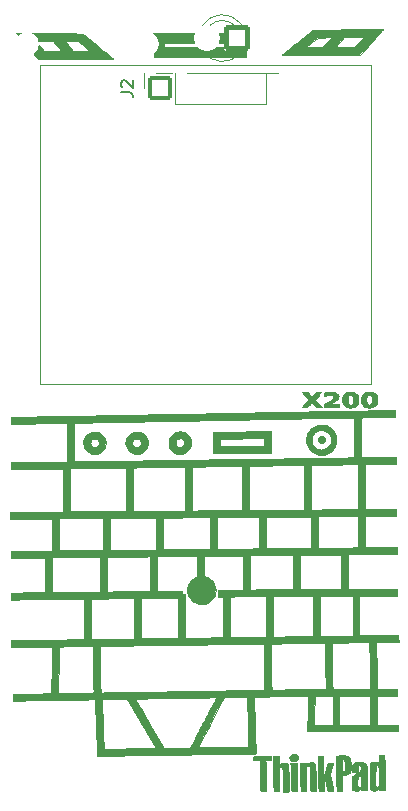
<source format=gto>
G04 #@! TF.GenerationSoftware,KiCad,Pcbnew,6.0.9*
G04 #@! TF.CreationDate,2022-11-23T21:17:52-08:00*
G04 #@! TF.ProjectId,shitpad,73686974-7061-4642-9e6b-696361645f70,rev?*
G04 #@! TF.SameCoordinates,Original*
G04 #@! TF.FileFunction,Legend,Top*
G04 #@! TF.FilePolarity,Positive*
%FSLAX46Y46*%
G04 Gerber Fmt 4.6, Leading zero omitted, Abs format (unit mm)*
G04 Created by KiCad (PCBNEW 6.0.9) date 2022-11-23 21:17:52*
%MOMM*%
%LPD*%
G01*
G04 APERTURE LIST*
G04 Aperture macros list*
%AMRoundRect*
0 Rectangle with rounded corners*
0 $1 Rounding radius*
0 $2 $3 $4 $5 $6 $7 $8 $9 X,Y pos of 4 corners*
0 Add a 4 corners polygon primitive as box body*
4,1,4,$2,$3,$4,$5,$6,$7,$8,$9,$2,$3,0*
0 Add four circle primitives for the rounded corners*
1,1,$1+$1,$2,$3*
1,1,$1+$1,$4,$5*
1,1,$1+$1,$6,$7*
1,1,$1+$1,$8,$9*
0 Add four rect primitives between the rounded corners*
20,1,$1+$1,$2,$3,$4,$5,0*
20,1,$1+$1,$4,$5,$6,$7,0*
20,1,$1+$1,$6,$7,$8,$9,0*
20,1,$1+$1,$8,$9,$2,$3,0*%
G04 Aperture macros list end*
%ADD10C,0.150000*%
%ADD11C,0.120000*%
%ADD12C,0.010000*%
%ADD13RoundRect,0.200000X0.850000X-0.850000X0.850000X0.850000X-0.850000X0.850000X-0.850000X-0.850000X0*%
%ADD14O,2.100000X2.100000*%
%ADD15RoundRect,0.200000X0.900000X0.900000X-0.900000X0.900000X-0.900000X-0.900000X0.900000X-0.900000X0*%
%ADD16C,2.200000*%
%ADD17C,2.279600*%
%ADD18C,2.000000*%
%ADD19O,2.000000X2.000000*%
G04 APERTURE END LIST*
D10*
X83372380Y-36333333D02*
X84086666Y-36333333D01*
X84229523Y-36380952D01*
X84324761Y-36476190D01*
X84372380Y-36619047D01*
X84372380Y-36714285D01*
X83467619Y-35904761D02*
X83420000Y-35857142D01*
X83372380Y-35761904D01*
X83372380Y-35523809D01*
X83420000Y-35428571D01*
X83467619Y-35380952D01*
X83562857Y-35333333D01*
X83658095Y-35333333D01*
X83800952Y-35380952D01*
X84372380Y-35952380D01*
X84372380Y-35333333D01*
D11*
X76500000Y-34000000D02*
X78500000Y-34000000D01*
X104500000Y-34000000D02*
X104500000Y-61000000D01*
X76500000Y-61000000D02*
X76500000Y-39000000D01*
X87960000Y-37330000D02*
X87960000Y-34670000D01*
X86360000Y-34670000D02*
X87690000Y-34670000D01*
X95640000Y-37330000D02*
X95640000Y-34670000D01*
X85360000Y-36000000D02*
X85360000Y-34670000D01*
X87960000Y-37330000D02*
X95640000Y-37330000D01*
X76500000Y-61000000D02*
X78500000Y-61000000D01*
X104500000Y-61000000D02*
X78500000Y-61000000D01*
X88960000Y-34670000D02*
X96640000Y-34670000D01*
X78500000Y-34000000D02*
X91500000Y-34000000D01*
X76500000Y-34000000D02*
X76500000Y-39000000D01*
X91500000Y-34000000D02*
X104500000Y-34000000D01*
X93508000Y-30670000D02*
X93508000Y-30514000D01*
X93508000Y-32986000D02*
X93508000Y-32830000D01*
X90906870Y-32829837D02*
G75*
G03*
X92988961Y-32830000I1041130J1079837D01*
G01*
X90275665Y-32828608D02*
G75*
G03*
X93508000Y-32985516I1672335J1078608D01*
G01*
X92988961Y-30670000D02*
G75*
G03*
X90906870Y-30670163I-1040961J-1080000D01*
G01*
X93508000Y-30514484D02*
G75*
G03*
X90275665Y-30671392I-1560000J-1235516D01*
G01*
G36*
X102186756Y-92479058D02*
G01*
X102294293Y-92483132D01*
X102383175Y-92490782D01*
X102422455Y-92496824D01*
X102548704Y-92542024D01*
X102655915Y-92622855D01*
X102738249Y-92734725D01*
X102747326Y-92752334D01*
X102766021Y-92791580D01*
X102780213Y-92827522D01*
X102790613Y-92866713D01*
X102797935Y-92915703D01*
X102802889Y-92981046D01*
X102806187Y-93069293D01*
X102808540Y-93186997D01*
X102810584Y-93334641D01*
X102812590Y-93494208D01*
X102812744Y-93618023D01*
X102809210Y-93712664D01*
X102800152Y-93784712D01*
X102783733Y-93840747D01*
X102758116Y-93887349D01*
X102721465Y-93931099D01*
X102671944Y-93978576D01*
X102617090Y-94027917D01*
X102531508Y-94091428D01*
X102433858Y-94135156D01*
X102314041Y-94162537D01*
X102182084Y-94175846D01*
X102097417Y-94181084D01*
X102112449Y-95482834D01*
X101621167Y-95482834D01*
X101619789Y-95234125D01*
X101618872Y-95166113D01*
X101616733Y-95060611D01*
X101613500Y-94922441D01*
X101609300Y-94756426D01*
X101604260Y-94567387D01*
X101598509Y-94360146D01*
X101592173Y-94139526D01*
X101585380Y-93910349D01*
X101581063Y-93768334D01*
X101574357Y-93544925D01*
X101568312Y-93333972D01*
X101563019Y-93139306D01*
X101558569Y-92964758D01*
X101555092Y-92815834D01*
X102038288Y-92815834D01*
X102051978Y-92977777D01*
X102056776Y-93056769D01*
X102060839Y-93166053D01*
X102063845Y-93293591D01*
X102065471Y-93427342D01*
X102065667Y-93488398D01*
X102065667Y-93837076D01*
X102184032Y-93827260D01*
X102258141Y-93816102D01*
X102308342Y-93798544D01*
X102321316Y-93787597D01*
X102326792Y-93757366D01*
X102330173Y-93691764D01*
X102331361Y-93597709D01*
X102330258Y-93482118D01*
X102327253Y-93366167D01*
X102322021Y-93223701D01*
X102316545Y-93116654D01*
X102309997Y-93038113D01*
X102301546Y-92981168D01*
X102290363Y-92938907D01*
X102275620Y-92904419D01*
X102270738Y-92895209D01*
X102239444Y-92845418D01*
X102206788Y-92822425D01*
X102155054Y-92816036D01*
X102132747Y-92815834D01*
X102038288Y-92815834D01*
X101555092Y-92815834D01*
X101555052Y-92814157D01*
X101552559Y-92691335D01*
X101551180Y-92600121D01*
X101551005Y-92544348D01*
X101551784Y-92527845D01*
X101576529Y-92514493D01*
X101635964Y-92502816D01*
X101722468Y-92493086D01*
X101828419Y-92485573D01*
X101946198Y-92480550D01*
X102068184Y-92478288D01*
X102186756Y-92479058D01*
G37*
D12*
X102186756Y-92479058D02*
X102294293Y-92483132D01*
X102383175Y-92490782D01*
X102422455Y-92496824D01*
X102548704Y-92542024D01*
X102655915Y-92622855D01*
X102738249Y-92734725D01*
X102747326Y-92752334D01*
X102766021Y-92791580D01*
X102780213Y-92827522D01*
X102790613Y-92866713D01*
X102797935Y-92915703D01*
X102802889Y-92981046D01*
X102806187Y-93069293D01*
X102808540Y-93186997D01*
X102810584Y-93334641D01*
X102812590Y-93494208D01*
X102812744Y-93618023D01*
X102809210Y-93712664D01*
X102800152Y-93784712D01*
X102783733Y-93840747D01*
X102758116Y-93887349D01*
X102721465Y-93931099D01*
X102671944Y-93978576D01*
X102617090Y-94027917D01*
X102531508Y-94091428D01*
X102433858Y-94135156D01*
X102314041Y-94162537D01*
X102182084Y-94175846D01*
X102097417Y-94181084D01*
X102112449Y-95482834D01*
X101621167Y-95482834D01*
X101619789Y-95234125D01*
X101618872Y-95166113D01*
X101616733Y-95060611D01*
X101613500Y-94922441D01*
X101609300Y-94756426D01*
X101604260Y-94567387D01*
X101598509Y-94360146D01*
X101592173Y-94139526D01*
X101585380Y-93910349D01*
X101581063Y-93768334D01*
X101574357Y-93544925D01*
X101568312Y-93333972D01*
X101563019Y-93139306D01*
X101558569Y-92964758D01*
X101555092Y-92815834D01*
X102038288Y-92815834D01*
X102051978Y-92977777D01*
X102056776Y-93056769D01*
X102060839Y-93166053D01*
X102063845Y-93293591D01*
X102065471Y-93427342D01*
X102065667Y-93488398D01*
X102065667Y-93837076D01*
X102184032Y-93827260D01*
X102258141Y-93816102D01*
X102308342Y-93798544D01*
X102321316Y-93787597D01*
X102326792Y-93757366D01*
X102330173Y-93691764D01*
X102331361Y-93597709D01*
X102330258Y-93482118D01*
X102327253Y-93366167D01*
X102322021Y-93223701D01*
X102316545Y-93116654D01*
X102309997Y-93038113D01*
X102301546Y-92981168D01*
X102290363Y-92938907D01*
X102275620Y-92904419D01*
X102270738Y-92895209D01*
X102239444Y-92845418D01*
X102206788Y-92822425D01*
X102155054Y-92816036D01*
X102132747Y-92815834D01*
X102038288Y-92815834D01*
X101555092Y-92815834D01*
X101555052Y-92814157D01*
X101552559Y-92691335D01*
X101551180Y-92600121D01*
X101551005Y-92544348D01*
X101551784Y-92527845D01*
X101576529Y-92514493D01*
X101635964Y-92502816D01*
X101722468Y-92493086D01*
X101828419Y-92485573D01*
X101946198Y-92480550D01*
X102068184Y-92478288D01*
X102186756Y-92479058D01*
G36*
X98069156Y-32289335D02*
G01*
X98274444Y-32128926D01*
X98332574Y-32083535D01*
X99647730Y-31056742D01*
X101867407Y-31022234D01*
X102189139Y-31017209D01*
X102511818Y-31012123D01*
X102831302Y-31007045D01*
X103143450Y-31002042D01*
X103444122Y-30997182D01*
X103729174Y-30992533D01*
X103994467Y-30988162D01*
X104235859Y-30984137D01*
X104449208Y-30980526D01*
X104630373Y-30977396D01*
X104775214Y-30974815D01*
X104827391Y-30973852D01*
X105567699Y-30959977D01*
X105515308Y-31022208D01*
X105492522Y-31048538D01*
X105444213Y-31103797D01*
X105372861Y-31185165D01*
X105280945Y-31289822D01*
X105170944Y-31414948D01*
X105045338Y-31557724D01*
X104906605Y-31715329D01*
X104757227Y-31884944D01*
X104599681Y-32063749D01*
X104535219Y-32136886D01*
X103607521Y-33189334D01*
X100270723Y-33189334D01*
X99831195Y-33189323D01*
X99432081Y-33189278D01*
X99071460Y-33189174D01*
X98747414Y-33188989D01*
X98458023Y-33188699D01*
X98201367Y-33188281D01*
X97975526Y-33187713D01*
X97778581Y-33186972D01*
X97608613Y-33186034D01*
X97463701Y-33184876D01*
X97341926Y-33183476D01*
X97241369Y-33181810D01*
X97160109Y-33179856D01*
X97096227Y-33177590D01*
X97047804Y-33174990D01*
X97012920Y-33172031D01*
X96989655Y-33168693D01*
X96976089Y-33164950D01*
X96970303Y-33160781D01*
X96970378Y-33156162D01*
X96974393Y-33151070D01*
X96975671Y-33149831D01*
X96998630Y-33130818D01*
X97052350Y-33087842D01*
X97134206Y-33022965D01*
X97241572Y-32938251D01*
X97371822Y-32835762D01*
X97522331Y-32717563D01*
X97690474Y-32585717D01*
X97782137Y-32513932D01*
X99029309Y-32513932D01*
X99044398Y-32518944D01*
X99098720Y-32523289D01*
X99189178Y-32526889D01*
X99312678Y-32529664D01*
X99466121Y-32531533D01*
X99646413Y-32532417D01*
X99748975Y-32532462D01*
X100488750Y-32531758D01*
X100510541Y-32505715D01*
X101576284Y-32505715D01*
X101577863Y-32513479D01*
X101591164Y-32519597D01*
X101620017Y-32524250D01*
X101668253Y-32527620D01*
X101739702Y-32529888D01*
X101838196Y-32531234D01*
X101967566Y-32531839D01*
X102131641Y-32531886D01*
X102332261Y-32531558D01*
X103113417Y-32529949D01*
X103497424Y-32092349D01*
X103597608Y-31977960D01*
X103687830Y-31874513D01*
X103764555Y-31786097D01*
X103824246Y-31716804D01*
X103863366Y-31670723D01*
X103878379Y-31651943D01*
X103878424Y-31651729D01*
X103857337Y-31651344D01*
X103798552Y-31651552D01*
X103706700Y-31652304D01*
X103586410Y-31653551D01*
X103442315Y-31655246D01*
X103279045Y-31657339D01*
X103101229Y-31659782D01*
X103075000Y-31660156D01*
X102274584Y-31671603D01*
X101944336Y-32065343D01*
X101850599Y-32177081D01*
X101764567Y-32279597D01*
X101690419Y-32367912D01*
X101632335Y-32437050D01*
X101594495Y-32482035D01*
X101582597Y-32496125D01*
X101576284Y-32505715D01*
X100510541Y-32505715D01*
X100834766Y-32118242D01*
X100928161Y-32005826D01*
X101011247Y-31904275D01*
X101080521Y-31817999D01*
X101132477Y-31751408D01*
X101163611Y-31708915D01*
X101171053Y-31694998D01*
X101148138Y-31692929D01*
X101088566Y-31692095D01*
X100997997Y-31692445D01*
X100882089Y-31693932D01*
X100746499Y-31696506D01*
X100605909Y-31699880D01*
X100050494Y-31714491D01*
X99549955Y-32104594D01*
X99423292Y-32203427D01*
X99307076Y-32294328D01*
X99205614Y-32373910D01*
X99123217Y-32438786D01*
X99064192Y-32485568D01*
X99032849Y-32510869D01*
X99029309Y-32513932D01*
X97782137Y-32513932D01*
X97873624Y-32442286D01*
X98069156Y-32289335D01*
G37*
X98069156Y-32289335D02*
X98274444Y-32128926D01*
X98332574Y-32083535D01*
X99647730Y-31056742D01*
X101867407Y-31022234D01*
X102189139Y-31017209D01*
X102511818Y-31012123D01*
X102831302Y-31007045D01*
X103143450Y-31002042D01*
X103444122Y-30997182D01*
X103729174Y-30992533D01*
X103994467Y-30988162D01*
X104235859Y-30984137D01*
X104449208Y-30980526D01*
X104630373Y-30977396D01*
X104775214Y-30974815D01*
X104827391Y-30973852D01*
X105567699Y-30959977D01*
X105515308Y-31022208D01*
X105492522Y-31048538D01*
X105444213Y-31103797D01*
X105372861Y-31185165D01*
X105280945Y-31289822D01*
X105170944Y-31414948D01*
X105045338Y-31557724D01*
X104906605Y-31715329D01*
X104757227Y-31884944D01*
X104599681Y-32063749D01*
X104535219Y-32136886D01*
X103607521Y-33189334D01*
X100270723Y-33189334D01*
X99831195Y-33189323D01*
X99432081Y-33189278D01*
X99071460Y-33189174D01*
X98747414Y-33188989D01*
X98458023Y-33188699D01*
X98201367Y-33188281D01*
X97975526Y-33187713D01*
X97778581Y-33186972D01*
X97608613Y-33186034D01*
X97463701Y-33184876D01*
X97341926Y-33183476D01*
X97241369Y-33181810D01*
X97160109Y-33179856D01*
X97096227Y-33177590D01*
X97047804Y-33174990D01*
X97012920Y-33172031D01*
X96989655Y-33168693D01*
X96976089Y-33164950D01*
X96970303Y-33160781D01*
X96970378Y-33156162D01*
X96974393Y-33151070D01*
X96975671Y-33149831D01*
X96998630Y-33130818D01*
X97052350Y-33087842D01*
X97134206Y-33022965D01*
X97241572Y-32938251D01*
X97371822Y-32835762D01*
X97522331Y-32717563D01*
X97690474Y-32585717D01*
X97782137Y-32513932D01*
X99029309Y-32513932D01*
X99044398Y-32518944D01*
X99098720Y-32523289D01*
X99189178Y-32526889D01*
X99312678Y-32529664D01*
X99466121Y-32531533D01*
X99646413Y-32532417D01*
X99748975Y-32532462D01*
X100488750Y-32531758D01*
X100510541Y-32505715D01*
X101576284Y-32505715D01*
X101577863Y-32513479D01*
X101591164Y-32519597D01*
X101620017Y-32524250D01*
X101668253Y-32527620D01*
X101739702Y-32529888D01*
X101838196Y-32531234D01*
X101967566Y-32531839D01*
X102131641Y-32531886D01*
X102332261Y-32531558D01*
X103113417Y-32529949D01*
X103497424Y-32092349D01*
X103597608Y-31977960D01*
X103687830Y-31874513D01*
X103764555Y-31786097D01*
X103824246Y-31716804D01*
X103863366Y-31670723D01*
X103878379Y-31651943D01*
X103878424Y-31651729D01*
X103857337Y-31651344D01*
X103798552Y-31651552D01*
X103706700Y-31652304D01*
X103586410Y-31653551D01*
X103442315Y-31655246D01*
X103279045Y-31657339D01*
X103101229Y-31659782D01*
X103075000Y-31660156D01*
X102274584Y-31671603D01*
X101944336Y-32065343D01*
X101850599Y-32177081D01*
X101764567Y-32279597D01*
X101690419Y-32367912D01*
X101632335Y-32437050D01*
X101594495Y-32482035D01*
X101582597Y-32496125D01*
X101576284Y-32505715D01*
X100510541Y-32505715D01*
X100834766Y-32118242D01*
X100928161Y-32005826D01*
X101011247Y-31904275D01*
X101080521Y-31817999D01*
X101132477Y-31751408D01*
X101163611Y-31708915D01*
X101171053Y-31694998D01*
X101148138Y-31692929D01*
X101088566Y-31692095D01*
X100997997Y-31692445D01*
X100882089Y-31693932D01*
X100746499Y-31696506D01*
X100605909Y-31699880D01*
X100050494Y-31714491D01*
X99549955Y-32104594D01*
X99423292Y-32203427D01*
X99307076Y-32294328D01*
X99205614Y-32373910D01*
X99123217Y-32438786D01*
X99064192Y-32485568D01*
X99032849Y-32510869D01*
X99029309Y-32513932D01*
X97782137Y-32513932D01*
X97873624Y-32442286D01*
X98069156Y-32289335D01*
G36*
X98076546Y-93091409D02*
G01*
X98157910Y-93092523D01*
X98213681Y-93094175D01*
X98235671Y-93096196D01*
X98235734Y-93096292D01*
X98236702Y-93118831D01*
X98238485Y-93178866D01*
X98240974Y-93271782D01*
X98244065Y-93392963D01*
X98247651Y-93537795D01*
X98251624Y-93701661D01*
X98255878Y-93879945D01*
X98260308Y-94068034D01*
X98264805Y-94261310D01*
X98269264Y-94455160D01*
X98273577Y-94644966D01*
X98277639Y-94826114D01*
X98281343Y-94993989D01*
X98284582Y-95143975D01*
X98287249Y-95271456D01*
X98289238Y-95371817D01*
X98290442Y-95440442D01*
X98290756Y-95472717D01*
X98290663Y-95474620D01*
X98269585Y-95476718D01*
X98214856Y-95480613D01*
X98135089Y-95485724D01*
X98051006Y-95490766D01*
X97814594Y-95504543D01*
X97802978Y-95371980D01*
X97799805Y-95321054D01*
X97795793Y-95233365D01*
X97791139Y-95114474D01*
X97786037Y-94969939D01*
X97780682Y-94805320D01*
X97775270Y-94626174D01*
X97769995Y-94438061D01*
X97769348Y-94413917D01*
X97763976Y-94218911D01*
X97758365Y-94026867D01*
X97752729Y-93844336D01*
X97747283Y-93677864D01*
X97742242Y-93534001D01*
X97737819Y-93419295D01*
X97734228Y-93340296D01*
X97734197Y-93339709D01*
X97721061Y-93091000D01*
X97977780Y-93091000D01*
X98076546Y-93091409D01*
G37*
X98076546Y-93091409D02*
X98157910Y-93092523D01*
X98213681Y-93094175D01*
X98235671Y-93096196D01*
X98235734Y-93096292D01*
X98236702Y-93118831D01*
X98238485Y-93178866D01*
X98240974Y-93271782D01*
X98244065Y-93392963D01*
X98247651Y-93537795D01*
X98251624Y-93701661D01*
X98255878Y-93879945D01*
X98260308Y-94068034D01*
X98264805Y-94261310D01*
X98269264Y-94455160D01*
X98273577Y-94644966D01*
X98277639Y-94826114D01*
X98281343Y-94993989D01*
X98284582Y-95143975D01*
X98287249Y-95271456D01*
X98289238Y-95371817D01*
X98290442Y-95440442D01*
X98290756Y-95472717D01*
X98290663Y-95474620D01*
X98269585Y-95476718D01*
X98214856Y-95480613D01*
X98135089Y-95485724D01*
X98051006Y-95490766D01*
X97814594Y-95504543D01*
X97802978Y-95371980D01*
X97799805Y-95321054D01*
X97795793Y-95233365D01*
X97791139Y-95114474D01*
X97786037Y-94969939D01*
X97780682Y-94805320D01*
X97775270Y-94626174D01*
X97769995Y-94438061D01*
X97769348Y-94413917D01*
X97763976Y-94218911D01*
X97758365Y-94026867D01*
X97752729Y-93844336D01*
X97747283Y-93677864D01*
X97742242Y-93534001D01*
X97737819Y-93419295D01*
X97734228Y-93340296D01*
X97734197Y-93339709D01*
X97721061Y-93091000D01*
X97977780Y-93091000D01*
X98076546Y-93091409D01*
G36*
X80240203Y-65686187D02*
G01*
X80276654Y-65599321D01*
X80345007Y-65489191D01*
X80439835Y-65376826D01*
X80549121Y-65274198D01*
X80660848Y-65193282D01*
X80711959Y-65165602D01*
X80899199Y-65098964D01*
X81087360Y-65071907D01*
X81271896Y-65082035D01*
X81448259Y-65126949D01*
X81611904Y-65204253D01*
X81758282Y-65311549D01*
X81882847Y-65446440D01*
X81981052Y-65606529D01*
X82048350Y-65789418D01*
X82067646Y-65880361D01*
X82078768Y-66067881D01*
X82051717Y-66247439D01*
X81990445Y-66415281D01*
X81898901Y-66567651D01*
X81781038Y-66700796D01*
X81640805Y-66810962D01*
X81482153Y-66894394D01*
X81309035Y-66947338D01*
X81125399Y-66966039D01*
X80943626Y-66948440D01*
X80783988Y-66898384D01*
X80628257Y-66815307D01*
X80485962Y-66706515D01*
X80366630Y-66579310D01*
X80279788Y-66440997D01*
X80278703Y-66438708D01*
X80214307Y-66255890D01*
X80186411Y-66063686D01*
X80188500Y-66016974D01*
X80772348Y-66016974D01*
X80790978Y-66130416D01*
X80842860Y-66228021D01*
X80920648Y-66304823D01*
X81016993Y-66355854D01*
X81124547Y-66376148D01*
X81235963Y-66360737D01*
X81265136Y-66350070D01*
X81362578Y-66287763D01*
X81435502Y-66197646D01*
X81478600Y-66089632D01*
X81486563Y-65973634D01*
X81482395Y-65944298D01*
X81451013Y-65865446D01*
X81392630Y-65785461D01*
X81319565Y-65718896D01*
X81265136Y-65687597D01*
X81152302Y-65661131D01*
X81042196Y-65671937D01*
X80942031Y-65715193D01*
X80859023Y-65786075D01*
X80800388Y-65879761D01*
X80773341Y-65991429D01*
X80772348Y-66016974D01*
X80188500Y-66016974D01*
X80195036Y-65870862D01*
X80240203Y-65686187D01*
G37*
X80240203Y-65686187D02*
X80276654Y-65599321D01*
X80345007Y-65489191D01*
X80439835Y-65376826D01*
X80549121Y-65274198D01*
X80660848Y-65193282D01*
X80711959Y-65165602D01*
X80899199Y-65098964D01*
X81087360Y-65071907D01*
X81271896Y-65082035D01*
X81448259Y-65126949D01*
X81611904Y-65204253D01*
X81758282Y-65311549D01*
X81882847Y-65446440D01*
X81981052Y-65606529D01*
X82048350Y-65789418D01*
X82067646Y-65880361D01*
X82078768Y-66067881D01*
X82051717Y-66247439D01*
X81990445Y-66415281D01*
X81898901Y-66567651D01*
X81781038Y-66700796D01*
X81640805Y-66810962D01*
X81482153Y-66894394D01*
X81309035Y-66947338D01*
X81125399Y-66966039D01*
X80943626Y-66948440D01*
X80783988Y-66898384D01*
X80628257Y-66815307D01*
X80485962Y-66706515D01*
X80366630Y-66579310D01*
X80279788Y-66440997D01*
X80278703Y-66438708D01*
X80214307Y-66255890D01*
X80186411Y-66063686D01*
X80188500Y-66016974D01*
X80772348Y-66016974D01*
X80790978Y-66130416D01*
X80842860Y-66228021D01*
X80920648Y-66304823D01*
X81016993Y-66355854D01*
X81124547Y-66376148D01*
X81235963Y-66360737D01*
X81265136Y-66350070D01*
X81362578Y-66287763D01*
X81435502Y-66197646D01*
X81478600Y-66089632D01*
X81486563Y-65973634D01*
X81482395Y-65944298D01*
X81451013Y-65865446D01*
X81392630Y-65785461D01*
X81319565Y-65718896D01*
X81265136Y-65687597D01*
X81152302Y-65661131D01*
X81042196Y-65671937D01*
X80942031Y-65715193D01*
X80859023Y-65786075D01*
X80800388Y-65879761D01*
X80773341Y-65991429D01*
X80772348Y-66016974D01*
X80188500Y-66016974D01*
X80195036Y-65870862D01*
X80240203Y-65686187D01*
G36*
X96464978Y-92521250D02*
G01*
X96557848Y-92525846D01*
X96628675Y-92532309D01*
X96630534Y-92532559D01*
X96725810Y-92545618D01*
X96741005Y-92897603D01*
X96746582Y-93015126D01*
X96752380Y-93117121D01*
X96757912Y-93196401D01*
X96762693Y-93245781D01*
X96765417Y-93258806D01*
X96784438Y-93250962D01*
X96822458Y-93220652D01*
X96846735Y-93198141D01*
X96917529Y-93145866D01*
X97006562Y-93112420D01*
X97122267Y-93095362D01*
X97213758Y-93091922D01*
X97285656Y-93095457D01*
X97341928Y-93112121D01*
X97402405Y-93148862D01*
X97426539Y-93166483D01*
X97527644Y-93241965D01*
X97574035Y-94377100D01*
X97584385Y-94634967D01*
X97592703Y-94853439D01*
X97599040Y-95035406D01*
X97603447Y-95183753D01*
X97605972Y-95301370D01*
X97606667Y-95391143D01*
X97605582Y-95455962D01*
X97602766Y-95498712D01*
X97598271Y-95522284D01*
X97594087Y-95528960D01*
X97563038Y-95535863D01*
X97499686Y-95541444D01*
X97414058Y-95545031D01*
X97340209Y-95546009D01*
X97112667Y-95546334D01*
X97112331Y-95445792D01*
X97111123Y-95332847D01*
X97108304Y-95195625D01*
X97104090Y-95039094D01*
X97098698Y-94868223D01*
X97092345Y-94687983D01*
X97085246Y-94503343D01*
X97077618Y-94319272D01*
X97069678Y-94140739D01*
X97061642Y-93972715D01*
X97053726Y-93820168D01*
X97046146Y-93688067D01*
X97039120Y-93581383D01*
X97032863Y-93505084D01*
X97027592Y-93464140D01*
X97025807Y-93458774D01*
X96984321Y-93436673D01*
X96919375Y-93428557D01*
X96847209Y-93433712D01*
X96784062Y-93451424D01*
X96754124Y-93470709D01*
X96734316Y-93495628D01*
X96723079Y-93528041D01*
X96719009Y-93578120D01*
X96720703Y-93656034D01*
X96722731Y-93698251D01*
X96727437Y-93798935D01*
X96732790Y-93929773D01*
X96738572Y-94083768D01*
X96744563Y-94253926D01*
X96750542Y-94433250D01*
X96756292Y-94614745D01*
X96761591Y-94791416D01*
X96766221Y-94956266D01*
X96769962Y-95102300D01*
X96772594Y-95222522D01*
X96773898Y-95309938D01*
X96774000Y-95331880D01*
X96774000Y-95525167D01*
X96287167Y-95525167D01*
X96287167Y-95364337D01*
X96286540Y-95307935D01*
X96284751Y-95214214D01*
X96281940Y-95088169D01*
X96278245Y-94934793D01*
X96273806Y-94759083D01*
X96268761Y-94566031D01*
X96263250Y-94360632D01*
X96257411Y-94147882D01*
X96251384Y-93932774D01*
X96245307Y-93720303D01*
X96239320Y-93515462D01*
X96233561Y-93323248D01*
X96228170Y-93148654D01*
X96223285Y-92996675D01*
X96219046Y-92872304D01*
X96215591Y-92780537D01*
X96214618Y-92757625D01*
X96204053Y-92519500D01*
X96369655Y-92519500D01*
X96464978Y-92521250D01*
G37*
X96464978Y-92521250D02*
X96557848Y-92525846D01*
X96628675Y-92532309D01*
X96630534Y-92532559D01*
X96725810Y-92545618D01*
X96741005Y-92897603D01*
X96746582Y-93015126D01*
X96752380Y-93117121D01*
X96757912Y-93196401D01*
X96762693Y-93245781D01*
X96765417Y-93258806D01*
X96784438Y-93250962D01*
X96822458Y-93220652D01*
X96846735Y-93198141D01*
X96917529Y-93145866D01*
X97006562Y-93112420D01*
X97122267Y-93095362D01*
X97213758Y-93091922D01*
X97285656Y-93095457D01*
X97341928Y-93112121D01*
X97402405Y-93148862D01*
X97426539Y-93166483D01*
X97527644Y-93241965D01*
X97574035Y-94377100D01*
X97584385Y-94634967D01*
X97592703Y-94853439D01*
X97599040Y-95035406D01*
X97603447Y-95183753D01*
X97605972Y-95301370D01*
X97606667Y-95391143D01*
X97605582Y-95455962D01*
X97602766Y-95498712D01*
X97598271Y-95522284D01*
X97594087Y-95528960D01*
X97563038Y-95535863D01*
X97499686Y-95541444D01*
X97414058Y-95545031D01*
X97340209Y-95546009D01*
X97112667Y-95546334D01*
X97112331Y-95445792D01*
X97111123Y-95332847D01*
X97108304Y-95195625D01*
X97104090Y-95039094D01*
X97098698Y-94868223D01*
X97092345Y-94687983D01*
X97085246Y-94503343D01*
X97077618Y-94319272D01*
X97069678Y-94140739D01*
X97061642Y-93972715D01*
X97053726Y-93820168D01*
X97046146Y-93688067D01*
X97039120Y-93581383D01*
X97032863Y-93505084D01*
X97027592Y-93464140D01*
X97025807Y-93458774D01*
X96984321Y-93436673D01*
X96919375Y-93428557D01*
X96847209Y-93433712D01*
X96784062Y-93451424D01*
X96754124Y-93470709D01*
X96734316Y-93495628D01*
X96723079Y-93528041D01*
X96719009Y-93578120D01*
X96720703Y-93656034D01*
X96722731Y-93698251D01*
X96727437Y-93798935D01*
X96732790Y-93929773D01*
X96738572Y-94083768D01*
X96744563Y-94253926D01*
X96750542Y-94433250D01*
X96756292Y-94614745D01*
X96761591Y-94791416D01*
X96766221Y-94956266D01*
X96769962Y-95102300D01*
X96772594Y-95222522D01*
X96773898Y-95309938D01*
X96774000Y-95331880D01*
X96774000Y-95525167D01*
X96287167Y-95525167D01*
X96287167Y-95364337D01*
X96286540Y-95307935D01*
X96284751Y-95214214D01*
X96281940Y-95088169D01*
X96278245Y-94934793D01*
X96273806Y-94759083D01*
X96268761Y-94566031D01*
X96263250Y-94360632D01*
X96257411Y-94147882D01*
X96251384Y-93932774D01*
X96245307Y-93720303D01*
X96239320Y-93515462D01*
X96233561Y-93323248D01*
X96228170Y-93148654D01*
X96223285Y-92996675D01*
X96219046Y-92872304D01*
X96215591Y-92780537D01*
X96214618Y-92757625D01*
X96204053Y-92519500D01*
X96369655Y-92519500D01*
X96464978Y-92521250D01*
G36*
X104418652Y-94559019D02*
G01*
X104415893Y-94324179D01*
X104415167Y-94255167D01*
X104413417Y-94048773D01*
X104412490Y-93853843D01*
X104412356Y-93674760D01*
X104412985Y-93515908D01*
X104414346Y-93381672D01*
X104416409Y-93276435D01*
X104419144Y-93204581D01*
X104422520Y-93170494D01*
X104422670Y-93169971D01*
X104457495Y-93115629D01*
X104522918Y-93063324D01*
X104530363Y-93058846D01*
X104585209Y-93030953D01*
X104640804Y-93014904D01*
X104711928Y-93007714D01*
X104790360Y-93006334D01*
X104878201Y-93007650D01*
X104938661Y-93014259D01*
X104986673Y-93030151D01*
X105037170Y-93059314D01*
X105068958Y-93080768D01*
X105177167Y-93155202D01*
X105177167Y-92434834D01*
X105680291Y-92434834D01*
X105694677Y-93096292D01*
X105697946Y-93280279D01*
X105700553Y-93495802D01*
X105702444Y-93732072D01*
X105703563Y-93978295D01*
X105703853Y-94223680D01*
X105703260Y-94457435D01*
X105702407Y-94593834D01*
X105695750Y-95429917D01*
X105217318Y-95441907D01*
X105231348Y-95367120D01*
X105237396Y-95316745D01*
X105227487Y-95295650D01*
X105208546Y-95292334D01*
X105172193Y-95305821D01*
X105120911Y-95340152D01*
X105092240Y-95364134D01*
X104984097Y-95433711D01*
X104903424Y-95459384D01*
X104830346Y-95473928D01*
X104780967Y-95479184D01*
X104737877Y-95475968D01*
X104700917Y-95468851D01*
X104590941Y-95436375D01*
X104507329Y-95393322D01*
X104457719Y-95343718D01*
X104455356Y-95339410D01*
X104448209Y-95317971D01*
X104442037Y-95281360D01*
X104436718Y-95226288D01*
X104432130Y-95149470D01*
X104428151Y-95047621D01*
X104424660Y-94917453D01*
X104423321Y-94848149D01*
X104902248Y-94848149D01*
X104902967Y-94928839D01*
X104905179Y-94987807D01*
X104909024Y-95029176D01*
X104914645Y-95057066D01*
X104922182Y-95075598D01*
X104931777Y-95088894D01*
X104941385Y-95098885D01*
X105001040Y-95133053D01*
X105075974Y-95144056D01*
X105144974Y-95129472D01*
X105156000Y-95123395D01*
X105164020Y-95113642D01*
X105170597Y-95093009D01*
X105175868Y-95057725D01*
X105179970Y-95004020D01*
X105183040Y-94928126D01*
X105185214Y-94826273D01*
X105186630Y-94694689D01*
X105187423Y-94529607D01*
X105187732Y-94327256D01*
X105187750Y-94248545D01*
X105187707Y-94026749D01*
X105187243Y-93843591D01*
X105185851Y-93695372D01*
X105183028Y-93578397D01*
X105178267Y-93488968D01*
X105171065Y-93423389D01*
X105160917Y-93377964D01*
X105147316Y-93348995D01*
X105129759Y-93332786D01*
X105107740Y-93325641D01*
X105080755Y-93323862D01*
X105061439Y-93323834D01*
X105029120Y-93324193D01*
X105002440Y-93327765D01*
X104980777Y-93338292D01*
X104963508Y-93359517D01*
X104950011Y-93395182D01*
X104939665Y-93449028D01*
X104931846Y-93524798D01*
X104925933Y-93626234D01*
X104921303Y-93757079D01*
X104917334Y-93921074D01*
X104913405Y-94121961D01*
X104911477Y-94225760D01*
X104907636Y-94434544D01*
X104904724Y-94605122D01*
X104902881Y-94741617D01*
X104902248Y-94848149D01*
X104423321Y-94848149D01*
X104421534Y-94755681D01*
X104418652Y-94559019D01*
G37*
X104418652Y-94559019D02*
X104415893Y-94324179D01*
X104415167Y-94255167D01*
X104413417Y-94048773D01*
X104412490Y-93853843D01*
X104412356Y-93674760D01*
X104412985Y-93515908D01*
X104414346Y-93381672D01*
X104416409Y-93276435D01*
X104419144Y-93204581D01*
X104422520Y-93170494D01*
X104422670Y-93169971D01*
X104457495Y-93115629D01*
X104522918Y-93063324D01*
X104530363Y-93058846D01*
X104585209Y-93030953D01*
X104640804Y-93014904D01*
X104711928Y-93007714D01*
X104790360Y-93006334D01*
X104878201Y-93007650D01*
X104938661Y-93014259D01*
X104986673Y-93030151D01*
X105037170Y-93059314D01*
X105068958Y-93080768D01*
X105177167Y-93155202D01*
X105177167Y-92434834D01*
X105680291Y-92434834D01*
X105694677Y-93096292D01*
X105697946Y-93280279D01*
X105700553Y-93495802D01*
X105702444Y-93732072D01*
X105703563Y-93978295D01*
X105703853Y-94223680D01*
X105703260Y-94457435D01*
X105702407Y-94593834D01*
X105695750Y-95429917D01*
X105217318Y-95441907D01*
X105231348Y-95367120D01*
X105237396Y-95316745D01*
X105227487Y-95295650D01*
X105208546Y-95292334D01*
X105172193Y-95305821D01*
X105120911Y-95340152D01*
X105092240Y-95364134D01*
X104984097Y-95433711D01*
X104903424Y-95459384D01*
X104830346Y-95473928D01*
X104780967Y-95479184D01*
X104737877Y-95475968D01*
X104700917Y-95468851D01*
X104590941Y-95436375D01*
X104507329Y-95393322D01*
X104457719Y-95343718D01*
X104455356Y-95339410D01*
X104448209Y-95317971D01*
X104442037Y-95281360D01*
X104436718Y-95226288D01*
X104432130Y-95149470D01*
X104428151Y-95047621D01*
X104424660Y-94917453D01*
X104423321Y-94848149D01*
X104902248Y-94848149D01*
X104902967Y-94928839D01*
X104905179Y-94987807D01*
X104909024Y-95029176D01*
X104914645Y-95057066D01*
X104922182Y-95075598D01*
X104931777Y-95088894D01*
X104941385Y-95098885D01*
X105001040Y-95133053D01*
X105075974Y-95144056D01*
X105144974Y-95129472D01*
X105156000Y-95123395D01*
X105164020Y-95113642D01*
X105170597Y-95093009D01*
X105175868Y-95057725D01*
X105179970Y-95004020D01*
X105183040Y-94928126D01*
X105185214Y-94826273D01*
X105186630Y-94694689D01*
X105187423Y-94529607D01*
X105187732Y-94327256D01*
X105187750Y-94248545D01*
X105187707Y-94026749D01*
X105187243Y-93843591D01*
X105185851Y-93695372D01*
X105183028Y-93578397D01*
X105178267Y-93488968D01*
X105171065Y-93423389D01*
X105160917Y-93377964D01*
X105147316Y-93348995D01*
X105129759Y-93332786D01*
X105107740Y-93325641D01*
X105080755Y-93323862D01*
X105061439Y-93323834D01*
X105029120Y-93324193D01*
X105002440Y-93327765D01*
X104980777Y-93338292D01*
X104963508Y-93359517D01*
X104950011Y-93395182D01*
X104939665Y-93449028D01*
X104931846Y-93524798D01*
X104925933Y-93626234D01*
X104921303Y-93757079D01*
X104917334Y-93921074D01*
X104913405Y-94121961D01*
X104911477Y-94225760D01*
X104907636Y-94434544D01*
X104904724Y-94605122D01*
X104902881Y-94741617D01*
X104902248Y-94848149D01*
X104423321Y-94848149D01*
X104421534Y-94755681D01*
X104418652Y-94559019D01*
G36*
X74726217Y-31288129D02*
G01*
X74776716Y-31287544D01*
X74866124Y-31287650D01*
X74991021Y-31288397D01*
X75147989Y-31289736D01*
X75333610Y-31291615D01*
X75544466Y-31293984D01*
X75777137Y-31296795D01*
X76028205Y-31299996D01*
X76294252Y-31303537D01*
X76571859Y-31307369D01*
X76857607Y-31311442D01*
X77148079Y-31315704D01*
X77439855Y-31320107D01*
X77729517Y-31324600D01*
X78013647Y-31329133D01*
X78288826Y-31333656D01*
X78551635Y-31338119D01*
X78798656Y-31342472D01*
X79026470Y-31346664D01*
X79231660Y-31350646D01*
X79410805Y-31354368D01*
X79560489Y-31357779D01*
X79664762Y-31360474D01*
X80134441Y-31373629D01*
X81411012Y-32421405D01*
X81612516Y-32586956D01*
X81804409Y-32744930D01*
X81984191Y-32893247D01*
X82149358Y-33029827D01*
X82297408Y-33152592D01*
X82425839Y-33259461D01*
X82532149Y-33348357D01*
X82613835Y-33417199D01*
X82668396Y-33463908D01*
X82693327Y-33486406D01*
X82694639Y-33488007D01*
X82674682Y-33490338D01*
X82614274Y-33492542D01*
X82515296Y-33494609D01*
X82379630Y-33496527D01*
X82209158Y-33498287D01*
X82005761Y-33499878D01*
X81771321Y-33501291D01*
X81507719Y-33502514D01*
X81216838Y-33503537D01*
X80900559Y-33504351D01*
X80560764Y-33504944D01*
X80199335Y-33505306D01*
X79818152Y-33505428D01*
X79530222Y-33505360D01*
X76358750Y-33503886D01*
X75435301Y-32399401D01*
X75078164Y-31972250D01*
X76108699Y-31972250D01*
X76476679Y-32411459D01*
X76844659Y-32850667D01*
X77581863Y-32850667D01*
X77777716Y-32850587D01*
X77935204Y-32850202D01*
X78058295Y-32849296D01*
X78150957Y-32847653D01*
X78217157Y-32845057D01*
X78260864Y-32841290D01*
X78286046Y-32836137D01*
X78296670Y-32829380D01*
X78296706Y-32820805D01*
X78291409Y-32811973D01*
X78270706Y-32784923D01*
X78227605Y-32729990D01*
X78166183Y-32652323D01*
X78090517Y-32557070D01*
X78004686Y-32449380D01*
X77949620Y-32380457D01*
X77657041Y-32014584D01*
X78669369Y-32014584D01*
X79002730Y-32432625D01*
X79336092Y-32850667D01*
X80037583Y-32850667D01*
X80228062Y-32850606D01*
X80380192Y-32850263D01*
X80497961Y-32849392D01*
X80585352Y-32847750D01*
X80646353Y-32845094D01*
X80684948Y-32841180D01*
X80705123Y-32835765D01*
X80710863Y-32828604D01*
X80706155Y-32819454D01*
X80697329Y-32810331D01*
X80670307Y-32786584D01*
X80615192Y-32739995D01*
X80536695Y-32674480D01*
X80439528Y-32593955D01*
X80328401Y-32502336D01*
X80208026Y-32403538D01*
X80203169Y-32399561D01*
X79750755Y-32029127D01*
X79494086Y-32015119D01*
X79365117Y-32010011D01*
X79214438Y-32007015D01*
X79062635Y-32006408D01*
X78953393Y-32007847D01*
X78669369Y-32014584D01*
X77657041Y-32014584D01*
X77635490Y-31987635D01*
X76954787Y-31972611D01*
X76785169Y-31969148D01*
X76625770Y-31966426D01*
X76482424Y-31964503D01*
X76360969Y-31963438D01*
X76267240Y-31963291D01*
X76207074Y-31964119D01*
X76191391Y-31964918D01*
X76108699Y-31972250D01*
X75078164Y-31972250D01*
X74511851Y-31294917D01*
X74726217Y-31288129D01*
G37*
X74726217Y-31288129D02*
X74776716Y-31287544D01*
X74866124Y-31287650D01*
X74991021Y-31288397D01*
X75147989Y-31289736D01*
X75333610Y-31291615D01*
X75544466Y-31293984D01*
X75777137Y-31296795D01*
X76028205Y-31299996D01*
X76294252Y-31303537D01*
X76571859Y-31307369D01*
X76857607Y-31311442D01*
X77148079Y-31315704D01*
X77439855Y-31320107D01*
X77729517Y-31324600D01*
X78013647Y-31329133D01*
X78288826Y-31333656D01*
X78551635Y-31338119D01*
X78798656Y-31342472D01*
X79026470Y-31346664D01*
X79231660Y-31350646D01*
X79410805Y-31354368D01*
X79560489Y-31357779D01*
X79664762Y-31360474D01*
X80134441Y-31373629D01*
X81411012Y-32421405D01*
X81612516Y-32586956D01*
X81804409Y-32744930D01*
X81984191Y-32893247D01*
X82149358Y-33029827D01*
X82297408Y-33152592D01*
X82425839Y-33259461D01*
X82532149Y-33348357D01*
X82613835Y-33417199D01*
X82668396Y-33463908D01*
X82693327Y-33486406D01*
X82694639Y-33488007D01*
X82674682Y-33490338D01*
X82614274Y-33492542D01*
X82515296Y-33494609D01*
X82379630Y-33496527D01*
X82209158Y-33498287D01*
X82005761Y-33499878D01*
X81771321Y-33501291D01*
X81507719Y-33502514D01*
X81216838Y-33503537D01*
X80900559Y-33504351D01*
X80560764Y-33504944D01*
X80199335Y-33505306D01*
X79818152Y-33505428D01*
X79530222Y-33505360D01*
X76358750Y-33503886D01*
X75435301Y-32399401D01*
X75078164Y-31972250D01*
X76108699Y-31972250D01*
X76476679Y-32411459D01*
X76844659Y-32850667D01*
X77581863Y-32850667D01*
X77777716Y-32850587D01*
X77935204Y-32850202D01*
X78058295Y-32849296D01*
X78150957Y-32847653D01*
X78217157Y-32845057D01*
X78260864Y-32841290D01*
X78286046Y-32836137D01*
X78296670Y-32829380D01*
X78296706Y-32820805D01*
X78291409Y-32811973D01*
X78270706Y-32784923D01*
X78227605Y-32729990D01*
X78166183Y-32652323D01*
X78090517Y-32557070D01*
X78004686Y-32449380D01*
X77949620Y-32380457D01*
X77657041Y-32014584D01*
X78669369Y-32014584D01*
X79002730Y-32432625D01*
X79336092Y-32850667D01*
X80037583Y-32850667D01*
X80228062Y-32850606D01*
X80380192Y-32850263D01*
X80497961Y-32849392D01*
X80585352Y-32847750D01*
X80646353Y-32845094D01*
X80684948Y-32841180D01*
X80705123Y-32835765D01*
X80710863Y-32828604D01*
X80706155Y-32819454D01*
X80697329Y-32810331D01*
X80670307Y-32786584D01*
X80615192Y-32739995D01*
X80536695Y-32674480D01*
X80439528Y-32593955D01*
X80328401Y-32502336D01*
X80208026Y-32403538D01*
X80203169Y-32399561D01*
X79750755Y-32029127D01*
X79494086Y-32015119D01*
X79365117Y-32010011D01*
X79214438Y-32007015D01*
X79062635Y-32006408D01*
X78953393Y-32007847D01*
X78669369Y-32014584D01*
X77657041Y-32014584D01*
X77635490Y-31987635D01*
X76954787Y-31972611D01*
X76785169Y-31969148D01*
X76625770Y-31966426D01*
X76482424Y-31964503D01*
X76360969Y-31963438D01*
X76267240Y-31963291D01*
X76207074Y-31964119D01*
X76191391Y-31964918D01*
X76108699Y-31972250D01*
X75078164Y-31972250D01*
X74511851Y-31294917D01*
X74726217Y-31288129D01*
G36*
X99058617Y-65556407D02*
G01*
X99071341Y-65482500D01*
X99093265Y-65404788D01*
X99115118Y-65340565D01*
X99212846Y-65122778D01*
X99341537Y-64932964D01*
X99499251Y-64772908D01*
X99684046Y-64644397D01*
X99893982Y-64549218D01*
X100014276Y-64513025D01*
X100207351Y-64481842D01*
X100413948Y-64479270D01*
X100616886Y-64504774D01*
X100736526Y-64535463D01*
X100867781Y-64590054D01*
X101008450Y-64669988D01*
X101144021Y-64765683D01*
X101259984Y-64867558D01*
X101293638Y-64903336D01*
X101368360Y-65003183D01*
X101442968Y-65129051D01*
X101509527Y-65265360D01*
X101560102Y-65396526D01*
X101578784Y-65463231D01*
X101595179Y-65571761D01*
X101602728Y-65703860D01*
X101601443Y-65842131D01*
X101591340Y-65969176D01*
X101578304Y-66045269D01*
X101526685Y-66205888D01*
X101448908Y-66371434D01*
X101354178Y-66523568D01*
X101308484Y-66582752D01*
X101195574Y-66697437D01*
X101057467Y-66805743D01*
X100908357Y-66897976D01*
X100762442Y-66964446D01*
X100736526Y-66973274D01*
X100580756Y-67009250D01*
X100404800Y-67027271D01*
X100225415Y-67026894D01*
X100059359Y-67007677D01*
X99993789Y-66992858D01*
X99788558Y-66917091D01*
X99596313Y-66806585D01*
X99425220Y-66667160D01*
X99283443Y-66504635D01*
X99258709Y-66468943D01*
X99213092Y-66389980D01*
X99164515Y-66289688D01*
X99122151Y-66187295D01*
X99115118Y-66167935D01*
X99085424Y-66078562D01*
X99066572Y-66003649D01*
X99056193Y-65927834D01*
X99051916Y-65835752D01*
X99051282Y-65754250D01*
X99515084Y-65754250D01*
X99515837Y-65858962D01*
X99519570Y-65933289D01*
X99528495Y-65989171D01*
X99544822Y-66038548D01*
X99570762Y-66093362D01*
X99581825Y-66114710D01*
X99686894Y-66274764D01*
X99816232Y-66404001D01*
X99965161Y-66500229D01*
X100129005Y-66561256D01*
X100303085Y-66584890D01*
X100482723Y-66568939D01*
X100528551Y-66558354D01*
X100698103Y-66492931D01*
X100850738Y-66391848D01*
X100980131Y-66260431D01*
X101079962Y-66104005D01*
X101088189Y-66086949D01*
X101115285Y-66023838D01*
X101132175Y-65966152D01*
X101141171Y-65900337D01*
X101144582Y-65812843D01*
X101144917Y-65754250D01*
X101143505Y-65650206D01*
X101137720Y-65574868D01*
X101125239Y-65514658D01*
X101103737Y-65455998D01*
X101087854Y-65420819D01*
X101041627Y-65339546D01*
X100979011Y-65251081D01*
X100924202Y-65186352D01*
X100784346Y-65066463D01*
X100630409Y-64983465D01*
X100467592Y-64936560D01*
X100301095Y-64924952D01*
X100136119Y-64947844D01*
X99977865Y-65004439D01*
X99831532Y-65093941D01*
X99702323Y-65215552D01*
X99595437Y-65368475D01*
X99582787Y-65391884D01*
X99552783Y-65451831D01*
X99533256Y-65501952D01*
X99521967Y-65554230D01*
X99516676Y-65620648D01*
X99515145Y-65713188D01*
X99515084Y-65754250D01*
X99051282Y-65754250D01*
X99052721Y-65641869D01*
X99058617Y-65556407D01*
G37*
X99058617Y-65556407D02*
X99071341Y-65482500D01*
X99093265Y-65404788D01*
X99115118Y-65340565D01*
X99212846Y-65122778D01*
X99341537Y-64932964D01*
X99499251Y-64772908D01*
X99684046Y-64644397D01*
X99893982Y-64549218D01*
X100014276Y-64513025D01*
X100207351Y-64481842D01*
X100413948Y-64479270D01*
X100616886Y-64504774D01*
X100736526Y-64535463D01*
X100867781Y-64590054D01*
X101008450Y-64669988D01*
X101144021Y-64765683D01*
X101259984Y-64867558D01*
X101293638Y-64903336D01*
X101368360Y-65003183D01*
X101442968Y-65129051D01*
X101509527Y-65265360D01*
X101560102Y-65396526D01*
X101578784Y-65463231D01*
X101595179Y-65571761D01*
X101602728Y-65703860D01*
X101601443Y-65842131D01*
X101591340Y-65969176D01*
X101578304Y-66045269D01*
X101526685Y-66205888D01*
X101448908Y-66371434D01*
X101354178Y-66523568D01*
X101308484Y-66582752D01*
X101195574Y-66697437D01*
X101057467Y-66805743D01*
X100908357Y-66897976D01*
X100762442Y-66964446D01*
X100736526Y-66973274D01*
X100580756Y-67009250D01*
X100404800Y-67027271D01*
X100225415Y-67026894D01*
X100059359Y-67007677D01*
X99993789Y-66992858D01*
X99788558Y-66917091D01*
X99596313Y-66806585D01*
X99425220Y-66667160D01*
X99283443Y-66504635D01*
X99258709Y-66468943D01*
X99213092Y-66389980D01*
X99164515Y-66289688D01*
X99122151Y-66187295D01*
X99115118Y-66167935D01*
X99085424Y-66078562D01*
X99066572Y-66003649D01*
X99056193Y-65927834D01*
X99051916Y-65835752D01*
X99051282Y-65754250D01*
X99515084Y-65754250D01*
X99515837Y-65858962D01*
X99519570Y-65933289D01*
X99528495Y-65989171D01*
X99544822Y-66038548D01*
X99570762Y-66093362D01*
X99581825Y-66114710D01*
X99686894Y-66274764D01*
X99816232Y-66404001D01*
X99965161Y-66500229D01*
X100129005Y-66561256D01*
X100303085Y-66584890D01*
X100482723Y-66568939D01*
X100528551Y-66558354D01*
X100698103Y-66492931D01*
X100850738Y-66391848D01*
X100980131Y-66260431D01*
X101079962Y-66104005D01*
X101088189Y-66086949D01*
X101115285Y-66023838D01*
X101132175Y-65966152D01*
X101141171Y-65900337D01*
X101144582Y-65812843D01*
X101144917Y-65754250D01*
X101143505Y-65650206D01*
X101137720Y-65574868D01*
X101125239Y-65514658D01*
X101103737Y-65455998D01*
X101087854Y-65420819D01*
X101041627Y-65339546D01*
X100979011Y-65251081D01*
X100924202Y-65186352D01*
X100784346Y-65066463D01*
X100630409Y-64983465D01*
X100467592Y-64936560D01*
X100301095Y-64924952D01*
X100136119Y-64947844D01*
X99977865Y-65004439D01*
X99831532Y-65093941D01*
X99702323Y-65215552D01*
X99595437Y-65368475D01*
X99582787Y-65391884D01*
X99552783Y-65451831D01*
X99533256Y-65501952D01*
X99521967Y-65554230D01*
X99516676Y-65620648D01*
X99515145Y-65713188D01*
X99515084Y-65754250D01*
X99051282Y-65754250D01*
X99052721Y-65641869D01*
X99058617Y-65556407D01*
G36*
X101085242Y-93095506D02*
G01*
X101176850Y-93100377D01*
X101251451Y-93105848D01*
X101299733Y-93111144D01*
X101312960Y-93114405D01*
X101310548Y-93136586D01*
X101298951Y-93194176D01*
X101279451Y-93281565D01*
X101253328Y-93393143D01*
X101221863Y-93523298D01*
X101193303Y-93638635D01*
X101064466Y-94153687D01*
X101218372Y-94798066D01*
X101255862Y-94956778D01*
X101289360Y-95101988D01*
X101317769Y-95228663D01*
X101339993Y-95331774D01*
X101354933Y-95406287D01*
X101361492Y-95447174D01*
X101361310Y-95453413D01*
X101334746Y-95460771D01*
X101277362Y-95467319D01*
X101199683Y-95472698D01*
X101112236Y-95476550D01*
X101025548Y-95478515D01*
X100950145Y-95478235D01*
X100896553Y-95475351D01*
X100875483Y-95469966D01*
X100868158Y-95445296D01*
X100852755Y-95384568D01*
X100830525Y-95293017D01*
X100802717Y-95175878D01*
X100770583Y-95038386D01*
X100735372Y-94885775D01*
X100722046Y-94827536D01*
X100579675Y-94203988D01*
X100723189Y-93644887D01*
X100866704Y-93085786D01*
X101085242Y-93095506D01*
G37*
X101085242Y-93095506D02*
X101176850Y-93100377D01*
X101251451Y-93105848D01*
X101299733Y-93111144D01*
X101312960Y-93114405D01*
X101310548Y-93136586D01*
X101298951Y-93194176D01*
X101279451Y-93281565D01*
X101253328Y-93393143D01*
X101221863Y-93523298D01*
X101193303Y-93638635D01*
X101064466Y-94153687D01*
X101218372Y-94798066D01*
X101255862Y-94956778D01*
X101289360Y-95101988D01*
X101317769Y-95228663D01*
X101339993Y-95331774D01*
X101354933Y-95406287D01*
X101361492Y-95447174D01*
X101361310Y-95453413D01*
X101334746Y-95460771D01*
X101277362Y-95467319D01*
X101199683Y-95472698D01*
X101112236Y-95476550D01*
X101025548Y-95478515D01*
X100950145Y-95478235D01*
X100896553Y-95475351D01*
X100875483Y-95469966D01*
X100868158Y-95445296D01*
X100852755Y-95384568D01*
X100830525Y-95293017D01*
X100802717Y-95175878D01*
X100770583Y-95038386D01*
X100735372Y-94885775D01*
X100722046Y-94827536D01*
X100579675Y-94203988D01*
X100723189Y-93644887D01*
X100866704Y-93085786D01*
X101085242Y-93095506D01*
G36*
X102108000Y-62353952D02*
G01*
X102124302Y-62174289D01*
X102172684Y-62022069D01*
X102252365Y-61898052D01*
X102362562Y-61802999D01*
X102502493Y-61737667D01*
X102671374Y-61702816D01*
X102785334Y-61696855D01*
X102881597Y-61699463D01*
X102973345Y-61706877D01*
X103043392Y-61717613D01*
X103053247Y-61720017D01*
X103186159Y-61776302D01*
X103304611Y-61865512D01*
X103396653Y-61978317D01*
X103407412Y-61996640D01*
X103438811Y-62057537D01*
X103458945Y-62113016D01*
X103470920Y-62176724D01*
X103477839Y-62262311D01*
X103480365Y-62317388D01*
X103474121Y-62503872D01*
X103438626Y-62660559D01*
X103373063Y-62789016D01*
X103276618Y-62890807D01*
X103148473Y-62967500D01*
X103139389Y-62971497D01*
X103048201Y-62999202D01*
X102930943Y-63018555D01*
X102803256Y-63028429D01*
X102680783Y-63027697D01*
X102579165Y-63015235D01*
X102568046Y-63012630D01*
X102422430Y-62956796D01*
X102298799Y-62870888D01*
X102203085Y-62760284D01*
X102141222Y-62630362D01*
X102139273Y-62623958D01*
X102123538Y-62548457D01*
X102112306Y-62451595D01*
X102111298Y-62428798D01*
X102556592Y-62428798D01*
X102562955Y-62527528D01*
X102572581Y-62585306D01*
X102605535Y-62679344D01*
X102654425Y-62739985D01*
X102725883Y-62775127D01*
X102733808Y-62777352D01*
X102832802Y-62785867D01*
X102917164Y-62755992D01*
X102964128Y-62714307D01*
X103004111Y-62646766D01*
X103028458Y-62554854D01*
X103038061Y-62433157D01*
X103034452Y-62286969D01*
X103022114Y-62161665D01*
X103000164Y-62071283D01*
X102965954Y-62008985D01*
X102916837Y-61967938D01*
X102909264Y-61963829D01*
X102819334Y-61937169D01*
X102730197Y-61944676D01*
X102652907Y-61983173D01*
X102598519Y-62049480D01*
X102596450Y-62053788D01*
X102577889Y-62117835D01*
X102564659Y-62210592D01*
X102557360Y-62318699D01*
X102556592Y-62428798D01*
X102111298Y-62428798D01*
X102108000Y-62354294D01*
X102108000Y-62353952D01*
G37*
X102108000Y-62353952D02*
X102124302Y-62174289D01*
X102172684Y-62022069D01*
X102252365Y-61898052D01*
X102362562Y-61802999D01*
X102502493Y-61737667D01*
X102671374Y-61702816D01*
X102785334Y-61696855D01*
X102881597Y-61699463D01*
X102973345Y-61706877D01*
X103043392Y-61717613D01*
X103053247Y-61720017D01*
X103186159Y-61776302D01*
X103304611Y-61865512D01*
X103396653Y-61978317D01*
X103407412Y-61996640D01*
X103438811Y-62057537D01*
X103458945Y-62113016D01*
X103470920Y-62176724D01*
X103477839Y-62262311D01*
X103480365Y-62317388D01*
X103474121Y-62503872D01*
X103438626Y-62660559D01*
X103373063Y-62789016D01*
X103276618Y-62890807D01*
X103148473Y-62967500D01*
X103139389Y-62971497D01*
X103048201Y-62999202D01*
X102930943Y-63018555D01*
X102803256Y-63028429D01*
X102680783Y-63027697D01*
X102579165Y-63015235D01*
X102568046Y-63012630D01*
X102422430Y-62956796D01*
X102298799Y-62870888D01*
X102203085Y-62760284D01*
X102141222Y-62630362D01*
X102139273Y-62623958D01*
X102123538Y-62548457D01*
X102112306Y-62451595D01*
X102111298Y-62428798D01*
X102556592Y-62428798D01*
X102562955Y-62527528D01*
X102572581Y-62585306D01*
X102605535Y-62679344D01*
X102654425Y-62739985D01*
X102725883Y-62775127D01*
X102733808Y-62777352D01*
X102832802Y-62785867D01*
X102917164Y-62755992D01*
X102964128Y-62714307D01*
X103004111Y-62646766D01*
X103028458Y-62554854D01*
X103038061Y-62433157D01*
X103034452Y-62286969D01*
X103022114Y-62161665D01*
X103000164Y-62071283D01*
X102965954Y-62008985D01*
X102916837Y-61967938D01*
X102909264Y-61963829D01*
X102819334Y-61937169D01*
X102730197Y-61944676D01*
X102652907Y-61983173D01*
X102598519Y-62049480D01*
X102596450Y-62053788D01*
X102577889Y-62117835D01*
X102564659Y-62210592D01*
X102557360Y-62318699D01*
X102556592Y-62428798D01*
X102111298Y-62428798D01*
X102108000Y-62354294D01*
X102108000Y-62353952D01*
G36*
X90313898Y-77290360D02*
G01*
X90462163Y-77319408D01*
X90608731Y-77362368D01*
X90735047Y-77414596D01*
X90748369Y-77421482D01*
X90831764Y-77476462D01*
X90928341Y-77556561D01*
X91027917Y-77651594D01*
X91120309Y-77751379D01*
X91195334Y-77845734D01*
X91234519Y-77907631D01*
X91287572Y-78030148D01*
X91331932Y-78175214D01*
X91362955Y-78324276D01*
X91375997Y-78458779D01*
X91376133Y-78473511D01*
X91355810Y-78688781D01*
X91298336Y-78895426D01*
X91207084Y-79087916D01*
X91085432Y-79260722D01*
X90936754Y-79408313D01*
X90764427Y-79525159D01*
X90720334Y-79547815D01*
X90517612Y-79627222D01*
X90311786Y-79672544D01*
X90111496Y-79682270D01*
X90009178Y-79672265D01*
X89791707Y-79617961D01*
X89591209Y-79526868D01*
X89411643Y-79402481D01*
X89256968Y-79248294D01*
X89131143Y-79067802D01*
X89038128Y-78864501D01*
X89016074Y-78795665D01*
X88992606Y-78676318D01*
X88981338Y-78534067D01*
X88982603Y-78386647D01*
X88996733Y-78251789D01*
X89005106Y-78209411D01*
X89073634Y-78002740D01*
X89177123Y-77815338D01*
X89311299Y-77650580D01*
X89471887Y-77511840D01*
X89654612Y-77402495D01*
X89855200Y-77325918D01*
X90069376Y-77285484D01*
X90182489Y-77279868D01*
X90313898Y-77290360D01*
G37*
X90313898Y-77290360D02*
X90462163Y-77319408D01*
X90608731Y-77362368D01*
X90735047Y-77414596D01*
X90748369Y-77421482D01*
X90831764Y-77476462D01*
X90928341Y-77556561D01*
X91027917Y-77651594D01*
X91120309Y-77751379D01*
X91195334Y-77845734D01*
X91234519Y-77907631D01*
X91287572Y-78030148D01*
X91331932Y-78175214D01*
X91362955Y-78324276D01*
X91375997Y-78458779D01*
X91376133Y-78473511D01*
X91355810Y-78688781D01*
X91298336Y-78895426D01*
X91207084Y-79087916D01*
X91085432Y-79260722D01*
X90936754Y-79408313D01*
X90764427Y-79525159D01*
X90720334Y-79547815D01*
X90517612Y-79627222D01*
X90311786Y-79672544D01*
X90111496Y-79682270D01*
X90009178Y-79672265D01*
X89791707Y-79617961D01*
X89591209Y-79526868D01*
X89411643Y-79402481D01*
X89256968Y-79248294D01*
X89131143Y-79067802D01*
X89038128Y-78864501D01*
X89016074Y-78795665D01*
X88992606Y-78676318D01*
X88981338Y-78534067D01*
X88982603Y-78386647D01*
X88996733Y-78251789D01*
X89005106Y-78209411D01*
X89073634Y-78002740D01*
X89177123Y-77815338D01*
X89311299Y-77650580D01*
X89471887Y-77511840D01*
X89654612Y-77402495D01*
X89855200Y-77325918D01*
X90069376Y-77285484D01*
X90182489Y-77279868D01*
X90313898Y-77290360D01*
G36*
X100441509Y-65451199D02*
G01*
X100533849Y-65499660D01*
X100590115Y-65556040D01*
X100633262Y-65648284D01*
X100643212Y-65752182D01*
X100621960Y-65855864D01*
X100571503Y-65947461D01*
X100515186Y-66001451D01*
X100428870Y-66040893D01*
X100326960Y-66055325D01*
X100228208Y-66043280D01*
X100186452Y-66027164D01*
X100101154Y-65962222D01*
X100045098Y-65875313D01*
X100019027Y-65775772D01*
X100023682Y-65672936D01*
X100059804Y-65576139D01*
X100128136Y-65494717D01*
X100143215Y-65482924D01*
X100233970Y-65440831D01*
X100337475Y-65430923D01*
X100441509Y-65451199D01*
G37*
X100441509Y-65451199D02*
X100533849Y-65499660D01*
X100590115Y-65556040D01*
X100633262Y-65648284D01*
X100643212Y-65752182D01*
X100621960Y-65855864D01*
X100571503Y-65947461D01*
X100515186Y-66001451D01*
X100428870Y-66040893D01*
X100326960Y-66055325D01*
X100228208Y-66043280D01*
X100186452Y-66027164D01*
X100101154Y-65962222D01*
X100045098Y-65875313D01*
X100019027Y-65775772D01*
X100023682Y-65672936D01*
X100059804Y-65576139D01*
X100128136Y-65494717D01*
X100143215Y-65482924D01*
X100233970Y-65440831D01*
X100337475Y-65430923D01*
X100441509Y-65451199D01*
G36*
X91143667Y-65108667D02*
G01*
X91337278Y-65108667D01*
X91394070Y-65108201D01*
X91489464Y-65106856D01*
X91619738Y-65104710D01*
X91781172Y-65101840D01*
X91970044Y-65098326D01*
X92182634Y-65094246D01*
X92415220Y-65089677D01*
X92664081Y-65084698D01*
X92925496Y-65079387D01*
X93195744Y-65073822D01*
X93471105Y-65068082D01*
X93747856Y-65062245D01*
X94022278Y-65056389D01*
X94290648Y-65050592D01*
X94549247Y-65044933D01*
X94794353Y-65039489D01*
X95022244Y-65034340D01*
X95229200Y-65029562D01*
X95411500Y-65025235D01*
X95565423Y-65021436D01*
X95687248Y-65018244D01*
X95773253Y-65015737D01*
X95798141Y-65014895D01*
X96102866Y-65003811D01*
X96089310Y-65177947D01*
X96086075Y-65240922D01*
X96083109Y-65339831D01*
X96080507Y-65468277D01*
X96078366Y-65619862D01*
X96076779Y-65788186D01*
X96075844Y-65966853D01*
X96075627Y-66094930D01*
X96075500Y-66837777D01*
X95064792Y-66851516D01*
X94855564Y-66854265D01*
X94611537Y-66857308D01*
X94340245Y-66860559D01*
X94049220Y-66863935D01*
X93745994Y-66867349D01*
X93438102Y-66870717D01*
X93133075Y-66873953D01*
X92838447Y-66876973D01*
X92612906Y-66879199D01*
X91171728Y-66893143D01*
X91157768Y-66556530D01*
X91153771Y-66436908D01*
X91150524Y-66299122D01*
X91736334Y-66299122D01*
X93382042Y-66285617D01*
X93648780Y-66283290D01*
X93908017Y-66280763D01*
X94155921Y-66278090D01*
X94388659Y-66275324D01*
X94602396Y-66272518D01*
X94793299Y-66269725D01*
X94957535Y-66266999D01*
X95091272Y-66264393D01*
X95190674Y-66261961D01*
X95251909Y-66259755D01*
X95255292Y-66259576D01*
X95482834Y-66247040D01*
X95482834Y-65609873D01*
X94937792Y-65623055D01*
X94815114Y-65625921D01*
X94655932Y-65629477D01*
X94466068Y-65633604D01*
X94251345Y-65638177D01*
X94017584Y-65643076D01*
X93770606Y-65648177D01*
X93516235Y-65653359D01*
X93260291Y-65658499D01*
X93064542Y-65662377D01*
X91736334Y-65688516D01*
X91736334Y-66299122D01*
X91150524Y-66299122D01*
X91150214Y-66285986D01*
X91147272Y-66114798D01*
X91145116Y-65934375D01*
X91143922Y-65755752D01*
X91143786Y-65688516D01*
X91143737Y-65664292D01*
X91143667Y-65108667D01*
G37*
X91143667Y-65108667D02*
X91337278Y-65108667D01*
X91394070Y-65108201D01*
X91489464Y-65106856D01*
X91619738Y-65104710D01*
X91781172Y-65101840D01*
X91970044Y-65098326D01*
X92182634Y-65094246D01*
X92415220Y-65089677D01*
X92664081Y-65084698D01*
X92925496Y-65079387D01*
X93195744Y-65073822D01*
X93471105Y-65068082D01*
X93747856Y-65062245D01*
X94022278Y-65056389D01*
X94290648Y-65050592D01*
X94549247Y-65044933D01*
X94794353Y-65039489D01*
X95022244Y-65034340D01*
X95229200Y-65029562D01*
X95411500Y-65025235D01*
X95565423Y-65021436D01*
X95687248Y-65018244D01*
X95773253Y-65015737D01*
X95798141Y-65014895D01*
X96102866Y-65003811D01*
X96089310Y-65177947D01*
X96086075Y-65240922D01*
X96083109Y-65339831D01*
X96080507Y-65468277D01*
X96078366Y-65619862D01*
X96076779Y-65788186D01*
X96075844Y-65966853D01*
X96075627Y-66094930D01*
X96075500Y-66837777D01*
X95064792Y-66851516D01*
X94855564Y-66854265D01*
X94611537Y-66857308D01*
X94340245Y-66860559D01*
X94049220Y-66863935D01*
X93745994Y-66867349D01*
X93438102Y-66870717D01*
X93133075Y-66873953D01*
X92838447Y-66876973D01*
X92612906Y-66879199D01*
X91171728Y-66893143D01*
X91157768Y-66556530D01*
X91153771Y-66436908D01*
X91150524Y-66299122D01*
X91736334Y-66299122D01*
X93382042Y-66285617D01*
X93648780Y-66283290D01*
X93908017Y-66280763D01*
X94155921Y-66278090D01*
X94388659Y-66275324D01*
X94602396Y-66272518D01*
X94793299Y-66269725D01*
X94957535Y-66266999D01*
X95091272Y-66264393D01*
X95190674Y-66261961D01*
X95251909Y-66259755D01*
X95255292Y-66259576D01*
X95482834Y-66247040D01*
X95482834Y-65609873D01*
X94937792Y-65623055D01*
X94815114Y-65625921D01*
X94655932Y-65629477D01*
X94466068Y-65633604D01*
X94251345Y-65638177D01*
X94017584Y-65643076D01*
X93770606Y-65648177D01*
X93516235Y-65653359D01*
X93260291Y-65658499D01*
X93064542Y-65662377D01*
X91736334Y-65688516D01*
X91736334Y-66299122D01*
X91150524Y-66299122D01*
X91150214Y-66285986D01*
X91147272Y-66114798D01*
X91145116Y-65934375D01*
X91143922Y-65755752D01*
X91143786Y-65688516D01*
X91143737Y-65664292D01*
X91143667Y-65108667D01*
G36*
X103754176Y-62041821D02*
G01*
X103829745Y-61920373D01*
X103850375Y-61896629D01*
X103970312Y-61796694D01*
X104115673Y-61730102D01*
X104285428Y-61697150D01*
X104478545Y-61698132D01*
X104525705Y-61703133D01*
X104694191Y-61740623D01*
X104832387Y-61807656D01*
X104940138Y-61904041D01*
X105017286Y-62029587D01*
X105063673Y-62184101D01*
X105079143Y-62367392D01*
X105079095Y-62378167D01*
X105061731Y-62554695D01*
X105012525Y-62703678D01*
X104930842Y-62826174D01*
X104816048Y-62923241D01*
X104722084Y-62973780D01*
X104625279Y-63003801D01*
X104502685Y-63022766D01*
X104369587Y-63029861D01*
X104241273Y-63024270D01*
X104133064Y-63005190D01*
X103987105Y-62944391D01*
X103869240Y-62852722D01*
X103780737Y-62732060D01*
X103722864Y-62584282D01*
X103696887Y-62411265D01*
X103695500Y-62357000D01*
X103697788Y-62329849D01*
X104143017Y-62329849D01*
X104147451Y-62449495D01*
X104164928Y-62579395D01*
X104195995Y-62673245D01*
X104243024Y-62735819D01*
X104307592Y-62771628D01*
X104407769Y-62786170D01*
X104495750Y-62761198D01*
X104536907Y-62731581D01*
X104578414Y-62677925D01*
X104606200Y-62601695D01*
X104621762Y-62496638D01*
X104626597Y-62357000D01*
X104621495Y-62211934D01*
X104604509Y-62103307D01*
X104573125Y-62026274D01*
X104524825Y-61975989D01*
X104457093Y-61947609D01*
X104409760Y-61939481D01*
X104316474Y-61946692D01*
X104242495Y-61990622D01*
X104188484Y-62069983D01*
X104155104Y-62183488D01*
X104143017Y-62329849D01*
X103697788Y-62329849D01*
X103709922Y-62185894D01*
X103754176Y-62041821D01*
G37*
X103754176Y-62041821D02*
X103829745Y-61920373D01*
X103850375Y-61896629D01*
X103970312Y-61796694D01*
X104115673Y-61730102D01*
X104285428Y-61697150D01*
X104478545Y-61698132D01*
X104525705Y-61703133D01*
X104694191Y-61740623D01*
X104832387Y-61807656D01*
X104940138Y-61904041D01*
X105017286Y-62029587D01*
X105063673Y-62184101D01*
X105079143Y-62367392D01*
X105079095Y-62378167D01*
X105061731Y-62554695D01*
X105012525Y-62703678D01*
X104930842Y-62826174D01*
X104816048Y-62923241D01*
X104722084Y-62973780D01*
X104625279Y-63003801D01*
X104502685Y-63022766D01*
X104369587Y-63029861D01*
X104241273Y-63024270D01*
X104133064Y-63005190D01*
X103987105Y-62944391D01*
X103869240Y-62852722D01*
X103780737Y-62732060D01*
X103722864Y-62584282D01*
X103696887Y-62411265D01*
X103695500Y-62357000D01*
X103697788Y-62329849D01*
X104143017Y-62329849D01*
X104147451Y-62449495D01*
X104164928Y-62579395D01*
X104195995Y-62673245D01*
X104243024Y-62735819D01*
X104307592Y-62771628D01*
X104407769Y-62786170D01*
X104495750Y-62761198D01*
X104536907Y-62731581D01*
X104578414Y-62677925D01*
X104606200Y-62601695D01*
X104621762Y-62496638D01*
X104626597Y-62357000D01*
X104621495Y-62211934D01*
X104604509Y-62103307D01*
X104573125Y-62026274D01*
X104524825Y-61975989D01*
X104457093Y-61947609D01*
X104409760Y-61939481D01*
X104316474Y-61946692D01*
X104242495Y-61990622D01*
X104188484Y-62069983D01*
X104155104Y-62183488D01*
X104143017Y-62329849D01*
X103697788Y-62329849D01*
X103709922Y-62185894D01*
X103754176Y-62041821D01*
G36*
X98137064Y-92396260D02*
G01*
X98236018Y-92442365D01*
X98310164Y-92511275D01*
X98321156Y-92527681D01*
X98358684Y-92625354D01*
X98357190Y-92723509D01*
X98319228Y-92814661D01*
X98247354Y-92891327D01*
X98183922Y-92929722D01*
X98100747Y-92953825D01*
X97997680Y-92962582D01*
X97893428Y-92956036D01*
X97806699Y-92934229D01*
X97794713Y-92928844D01*
X97702280Y-92863826D01*
X97644038Y-92781903D01*
X97619988Y-92690819D01*
X97630131Y-92598317D01*
X97674470Y-92512139D01*
X97753006Y-92440028D01*
X97794615Y-92416556D01*
X97906036Y-92381176D01*
X98023628Y-92375137D01*
X98137064Y-92396260D01*
G37*
X98137064Y-92396260D02*
X98236018Y-92442365D01*
X98310164Y-92511275D01*
X98321156Y-92527681D01*
X98358684Y-92625354D01*
X98357190Y-92723509D01*
X98319228Y-92814661D01*
X98247354Y-92891327D01*
X98183922Y-92929722D01*
X98100747Y-92953825D01*
X97997680Y-92962582D01*
X97893428Y-92956036D01*
X97806699Y-92934229D01*
X97794713Y-92928844D01*
X97702280Y-92863826D01*
X97644038Y-92781903D01*
X97619988Y-92690819D01*
X97630131Y-92598317D01*
X97674470Y-92512139D01*
X97753006Y-92440028D01*
X97794615Y-92416556D01*
X97906036Y-92381176D01*
X98023628Y-92375137D01*
X98137064Y-92396260D01*
G36*
X102891138Y-94591100D02*
G01*
X102891258Y-94502069D01*
X102893753Y-94436335D01*
X102898979Y-94387561D01*
X102907293Y-94349407D01*
X102919052Y-94315535D01*
X102928798Y-94292616D01*
X102950208Y-94248532D01*
X102974499Y-94214337D01*
X103009617Y-94183722D01*
X103063507Y-94150382D01*
X103144113Y-94108007D01*
X103191152Y-94084345D01*
X103347132Y-94002683D01*
X103466943Y-93929736D01*
X103554429Y-93860404D01*
X103613439Y-93789590D01*
X103647819Y-93712197D01*
X103661416Y-93623126D01*
X103658076Y-93517280D01*
X103653215Y-93472000D01*
X103643785Y-93393631D01*
X103636619Y-93332153D01*
X103633071Y-93299207D01*
X103632930Y-93297375D01*
X103615536Y-93279933D01*
X103574984Y-93282014D01*
X103523747Y-93300282D01*
X103474297Y-93331398D01*
X103461039Y-93343372D01*
X103433377Y-93372803D01*
X103415498Y-93401073D01*
X103405270Y-93437945D01*
X103400558Y-93493180D01*
X103399229Y-93576539D01*
X103399167Y-93626476D01*
X103399167Y-93847709D01*
X103333021Y-93860938D01*
X103279231Y-93867437D01*
X103199561Y-93872157D01*
X103110459Y-93874153D01*
X103102907Y-93874167D01*
X102938940Y-93874167D01*
X102924120Y-93625459D01*
X102918492Y-93494219D01*
X102920646Y-93396230D01*
X102932199Y-93322860D01*
X102954764Y-93265477D01*
X102989956Y-93215450D01*
X103003702Y-93200065D01*
X103065907Y-93143529D01*
X103136327Y-93103200D01*
X103223586Y-93076343D01*
X103336310Y-93060223D01*
X103468927Y-93052558D01*
X103615763Y-93049425D01*
X103729089Y-93052166D01*
X103817494Y-93062181D01*
X103889563Y-93080866D01*
X103953884Y-93109619D01*
X104003693Y-93139602D01*
X104042787Y-93165028D01*
X104075751Y-93188342D01*
X104103086Y-93213192D01*
X104125296Y-93243225D01*
X104142883Y-93282086D01*
X104156350Y-93333423D01*
X104166200Y-93400882D01*
X104172937Y-93488111D01*
X104177062Y-93598755D01*
X104179079Y-93736462D01*
X104179491Y-93904878D01*
X104178801Y-94107650D01*
X104177511Y-94348425D01*
X104177243Y-94398116D01*
X104171750Y-95429917D01*
X103695500Y-95441887D01*
X103695500Y-95368359D01*
X103690477Y-95315790D01*
X103678193Y-95284491D01*
X103676307Y-95282970D01*
X103652511Y-95290452D01*
X103609116Y-95321620D01*
X103559078Y-95366387D01*
X103461042Y-95461667D01*
X103308396Y-95459400D01*
X103216907Y-95455389D01*
X103128788Y-95447158D01*
X103068414Y-95437506D01*
X103019840Y-95425586D01*
X102982210Y-95410897D01*
X102953973Y-95388267D01*
X102933577Y-95352520D01*
X102919471Y-95298481D01*
X102910103Y-95220975D01*
X102903922Y-95114829D01*
X102899377Y-94974866D01*
X102896591Y-94864408D01*
X102894921Y-94791775D01*
X103379062Y-94791775D01*
X103382429Y-94898817D01*
X103391615Y-94987037D01*
X103406028Y-95043959D01*
X103451817Y-95115187D01*
X103510704Y-95154632D01*
X103574151Y-95160013D01*
X103633619Y-95129049D01*
X103651631Y-95109562D01*
X103666481Y-95088252D01*
X103677549Y-95063260D01*
X103685388Y-95028440D01*
X103690548Y-94977650D01*
X103693583Y-94904745D01*
X103695045Y-94803580D01*
X103695485Y-94668013D01*
X103695500Y-94621303D01*
X103695500Y-94188814D01*
X103647875Y-94203178D01*
X103538407Y-94247564D01*
X103457960Y-94304123D01*
X103435036Y-94330195D01*
X103415511Y-94378791D01*
X103399738Y-94459418D01*
X103388129Y-94561904D01*
X103381100Y-94676081D01*
X103379062Y-94791775D01*
X102894921Y-94791775D01*
X102893034Y-94709766D01*
X102891138Y-94591100D01*
G37*
X102891138Y-94591100D02*
X102891258Y-94502069D01*
X102893753Y-94436335D01*
X102898979Y-94387561D01*
X102907293Y-94349407D01*
X102919052Y-94315535D01*
X102928798Y-94292616D01*
X102950208Y-94248532D01*
X102974499Y-94214337D01*
X103009617Y-94183722D01*
X103063507Y-94150382D01*
X103144113Y-94108007D01*
X103191152Y-94084345D01*
X103347132Y-94002683D01*
X103466943Y-93929736D01*
X103554429Y-93860404D01*
X103613439Y-93789590D01*
X103647819Y-93712197D01*
X103661416Y-93623126D01*
X103658076Y-93517280D01*
X103653215Y-93472000D01*
X103643785Y-93393631D01*
X103636619Y-93332153D01*
X103633071Y-93299207D01*
X103632930Y-93297375D01*
X103615536Y-93279933D01*
X103574984Y-93282014D01*
X103523747Y-93300282D01*
X103474297Y-93331398D01*
X103461039Y-93343372D01*
X103433377Y-93372803D01*
X103415498Y-93401073D01*
X103405270Y-93437945D01*
X103400558Y-93493180D01*
X103399229Y-93576539D01*
X103399167Y-93626476D01*
X103399167Y-93847709D01*
X103333021Y-93860938D01*
X103279231Y-93867437D01*
X103199561Y-93872157D01*
X103110459Y-93874153D01*
X103102907Y-93874167D01*
X102938940Y-93874167D01*
X102924120Y-93625459D01*
X102918492Y-93494219D01*
X102920646Y-93396230D01*
X102932199Y-93322860D01*
X102954764Y-93265477D01*
X102989956Y-93215450D01*
X103003702Y-93200065D01*
X103065907Y-93143529D01*
X103136327Y-93103200D01*
X103223586Y-93076343D01*
X103336310Y-93060223D01*
X103468927Y-93052558D01*
X103615763Y-93049425D01*
X103729089Y-93052166D01*
X103817494Y-93062181D01*
X103889563Y-93080866D01*
X103953884Y-93109619D01*
X104003693Y-93139602D01*
X104042787Y-93165028D01*
X104075751Y-93188342D01*
X104103086Y-93213192D01*
X104125296Y-93243225D01*
X104142883Y-93282086D01*
X104156350Y-93333423D01*
X104166200Y-93400882D01*
X104172937Y-93488111D01*
X104177062Y-93598755D01*
X104179079Y-93736462D01*
X104179491Y-93904878D01*
X104178801Y-94107650D01*
X104177511Y-94348425D01*
X104177243Y-94398116D01*
X104171750Y-95429917D01*
X103695500Y-95441887D01*
X103695500Y-95368359D01*
X103690477Y-95315790D01*
X103678193Y-95284491D01*
X103676307Y-95282970D01*
X103652511Y-95290452D01*
X103609116Y-95321620D01*
X103559078Y-95366387D01*
X103461042Y-95461667D01*
X103308396Y-95459400D01*
X103216907Y-95455389D01*
X103128788Y-95447158D01*
X103068414Y-95437506D01*
X103019840Y-95425586D01*
X102982210Y-95410897D01*
X102953973Y-95388267D01*
X102933577Y-95352520D01*
X102919471Y-95298481D01*
X102910103Y-95220975D01*
X102903922Y-95114829D01*
X102899377Y-94974866D01*
X102896591Y-94864408D01*
X102894921Y-94791775D01*
X103379062Y-94791775D01*
X103382429Y-94898817D01*
X103391615Y-94987037D01*
X103406028Y-95043959D01*
X103451817Y-95115187D01*
X103510704Y-95154632D01*
X103574151Y-95160013D01*
X103633619Y-95129049D01*
X103651631Y-95109562D01*
X103666481Y-95088252D01*
X103677549Y-95063260D01*
X103685388Y-95028440D01*
X103690548Y-94977650D01*
X103693583Y-94904745D01*
X103695045Y-94803580D01*
X103695485Y-94668013D01*
X103695500Y-94621303D01*
X103695500Y-94188814D01*
X103647875Y-94203178D01*
X103538407Y-94247564D01*
X103457960Y-94304123D01*
X103435036Y-94330195D01*
X103415511Y-94378791D01*
X103399738Y-94459418D01*
X103388129Y-94561904D01*
X103381100Y-94676081D01*
X103379062Y-94791775D01*
X102894921Y-94791775D01*
X102893034Y-94709766D01*
X102891138Y-94591100D01*
G36*
X96096667Y-92832824D02*
G01*
X95850187Y-92848225D01*
X95603707Y-92863625D01*
X95617028Y-93226021D01*
X95622385Y-93378852D01*
X95627956Y-93550622D01*
X95633633Y-93736897D01*
X95639310Y-93933244D01*
X95644880Y-94135232D01*
X95650236Y-94338426D01*
X95655271Y-94538395D01*
X95659880Y-94730705D01*
X95663954Y-94910924D01*
X95667388Y-95074619D01*
X95670075Y-95217357D01*
X95671907Y-95334705D01*
X95672778Y-95422231D01*
X95672582Y-95475502D01*
X95671553Y-95490511D01*
X95648141Y-95494731D01*
X95591343Y-95500352D01*
X95510047Y-95506597D01*
X95426456Y-95511926D01*
X95190162Y-95525696D01*
X95178455Y-95371973D01*
X95175092Y-95311342D01*
X95171320Y-95215274D01*
X95167338Y-95090660D01*
X95163347Y-94944393D01*
X95159544Y-94783363D01*
X95156128Y-94614464D01*
X95155373Y-94572667D01*
X95151750Y-94377055D01*
X95147503Y-94164319D01*
X95142902Y-93946786D01*
X95138210Y-93736785D01*
X95133697Y-93546641D01*
X95130305Y-93413792D01*
X95116612Y-92900500D01*
X94548906Y-92900500D01*
X94560787Y-92805250D01*
X94571445Y-92719662D01*
X94582414Y-92631398D01*
X94584154Y-92617373D01*
X94594064Y-92559209D01*
X94612276Y-92529899D01*
X94650177Y-92516077D01*
X94674112Y-92511773D01*
X94714343Y-92508563D01*
X94791065Y-92505627D01*
X94898436Y-92503068D01*
X95030612Y-92500989D01*
X95181752Y-92499492D01*
X95346014Y-92498681D01*
X95424625Y-92498566D01*
X96096667Y-92498334D01*
X96096667Y-92832824D01*
G37*
X96096667Y-92832824D02*
X95850187Y-92848225D01*
X95603707Y-92863625D01*
X95617028Y-93226021D01*
X95622385Y-93378852D01*
X95627956Y-93550622D01*
X95633633Y-93736897D01*
X95639310Y-93933244D01*
X95644880Y-94135232D01*
X95650236Y-94338426D01*
X95655271Y-94538395D01*
X95659880Y-94730705D01*
X95663954Y-94910924D01*
X95667388Y-95074619D01*
X95670075Y-95217357D01*
X95671907Y-95334705D01*
X95672778Y-95422231D01*
X95672582Y-95475502D01*
X95671553Y-95490511D01*
X95648141Y-95494731D01*
X95591343Y-95500352D01*
X95510047Y-95506597D01*
X95426456Y-95511926D01*
X95190162Y-95525696D01*
X95178455Y-95371973D01*
X95175092Y-95311342D01*
X95171320Y-95215274D01*
X95167338Y-95090660D01*
X95163347Y-94944393D01*
X95159544Y-94783363D01*
X95156128Y-94614464D01*
X95155373Y-94572667D01*
X95151750Y-94377055D01*
X95147503Y-94164319D01*
X95142902Y-93946786D01*
X95138210Y-93736785D01*
X95133697Y-93546641D01*
X95130305Y-93413792D01*
X95116612Y-92900500D01*
X94548906Y-92900500D01*
X94560787Y-92805250D01*
X94571445Y-92719662D01*
X94582414Y-92631398D01*
X94584154Y-92617373D01*
X94594064Y-92559209D01*
X94612276Y-92529899D01*
X94650177Y-92516077D01*
X94674112Y-92511773D01*
X94714343Y-92508563D01*
X94791065Y-92505627D01*
X94898436Y-92503068D01*
X95030612Y-92500989D01*
X95181752Y-92499492D01*
X95346014Y-92498681D01*
X95424625Y-92498566D01*
X96096667Y-92498334D01*
X96096667Y-92832824D01*
G36*
X100111277Y-61726431D02*
G01*
X100347636Y-61732584D01*
X100178558Y-61923084D01*
X100099477Y-62012340D01*
X100018569Y-62103919D01*
X99946758Y-62185443D01*
X99905747Y-62232193D01*
X99802014Y-62350802D01*
X100087174Y-62670517D01*
X100173538Y-62767888D01*
X100249392Y-62854443D01*
X100310514Y-62925280D01*
X100352685Y-62975498D01*
X100371683Y-63000194D01*
X100372334Y-63001700D01*
X100352597Y-63006322D01*
X100299103Y-63010054D01*
X100220425Y-63012468D01*
X100141123Y-63013167D01*
X99909913Y-63013167D01*
X99725818Y-62806792D01*
X99656090Y-62729899D01*
X99595990Y-62666009D01*
X99551253Y-62621048D01*
X99527614Y-62600940D01*
X99526029Y-62600417D01*
X99506865Y-62615370D01*
X99465586Y-62656275D01*
X99407924Y-62717200D01*
X99339611Y-62792213D01*
X99326591Y-62806792D01*
X99142849Y-63013167D01*
X98909675Y-63013167D01*
X98804626Y-63012111D01*
X98736611Y-63008518D01*
X98700374Y-63001746D01*
X98690659Y-62991157D01*
X98692381Y-62986709D01*
X98711094Y-62962749D01*
X98753014Y-62912909D01*
X98813206Y-62842937D01*
X98886735Y-62758577D01*
X98951412Y-62685084D01*
X99032931Y-62592731D01*
X99106054Y-62509703D01*
X99165576Y-62441923D01*
X99206293Y-62395316D01*
X99221624Y-62377503D01*
X99227568Y-62362135D01*
X99221630Y-62339096D01*
X99200671Y-62304042D01*
X99161551Y-62252628D01*
X99101130Y-62180510D01*
X99016268Y-62083343D01*
X98976860Y-62038837D01*
X98705035Y-61732584D01*
X98939760Y-61726558D01*
X99174485Y-61720533D01*
X99291868Y-61853083D01*
X99355296Y-61924491D01*
X99415794Y-61992236D01*
X99461819Y-62043397D01*
X99467459Y-62049609D01*
X99525667Y-62113584D01*
X99583875Y-62049449D01*
X99626224Y-62002262D01*
X99684893Y-61936231D01*
X99748325Y-61864371D01*
X99758500Y-61852796D01*
X99874917Y-61720278D01*
X100111277Y-61726431D01*
G37*
X100111277Y-61726431D02*
X100347636Y-61732584D01*
X100178558Y-61923084D01*
X100099477Y-62012340D01*
X100018569Y-62103919D01*
X99946758Y-62185443D01*
X99905747Y-62232193D01*
X99802014Y-62350802D01*
X100087174Y-62670517D01*
X100173538Y-62767888D01*
X100249392Y-62854443D01*
X100310514Y-62925280D01*
X100352685Y-62975498D01*
X100371683Y-63000194D01*
X100372334Y-63001700D01*
X100352597Y-63006322D01*
X100299103Y-63010054D01*
X100220425Y-63012468D01*
X100141123Y-63013167D01*
X99909913Y-63013167D01*
X99725818Y-62806792D01*
X99656090Y-62729899D01*
X99595990Y-62666009D01*
X99551253Y-62621048D01*
X99527614Y-62600940D01*
X99526029Y-62600417D01*
X99506865Y-62615370D01*
X99465586Y-62656275D01*
X99407924Y-62717200D01*
X99339611Y-62792213D01*
X99326591Y-62806792D01*
X99142849Y-63013167D01*
X98909675Y-63013167D01*
X98804626Y-63012111D01*
X98736611Y-63008518D01*
X98700374Y-63001746D01*
X98690659Y-62991157D01*
X98692381Y-62986709D01*
X98711094Y-62962749D01*
X98753014Y-62912909D01*
X98813206Y-62842937D01*
X98886735Y-62758577D01*
X98951412Y-62685084D01*
X99032931Y-62592731D01*
X99106054Y-62509703D01*
X99165576Y-62441923D01*
X99206293Y-62395316D01*
X99221624Y-62377503D01*
X99227568Y-62362135D01*
X99221630Y-62339096D01*
X99200671Y-62304042D01*
X99161551Y-62252628D01*
X99101130Y-62180510D01*
X99016268Y-62083343D01*
X98976860Y-62038837D01*
X98705035Y-61732584D01*
X98939760Y-61726558D01*
X99174485Y-61720533D01*
X99291868Y-61853083D01*
X99355296Y-61924491D01*
X99415794Y-61992236D01*
X99461819Y-62043397D01*
X99467459Y-62049609D01*
X99525667Y-62113584D01*
X99583875Y-62049449D01*
X99626224Y-62002262D01*
X99684893Y-61936231D01*
X99748325Y-61864371D01*
X99758500Y-61852796D01*
X99874917Y-61720278D01*
X100111277Y-61726431D01*
G36*
X100247969Y-92529990D02*
G01*
X100334822Y-92537413D01*
X100404211Y-92544627D01*
X100446406Y-92550554D01*
X100454483Y-92552861D01*
X100456569Y-92574711D01*
X100459697Y-92634587D01*
X100463730Y-92728195D01*
X100468533Y-92851244D01*
X100473971Y-92999442D01*
X100479907Y-93168497D01*
X100486207Y-93354117D01*
X100492734Y-93552009D01*
X100499353Y-93757883D01*
X100505929Y-93967445D01*
X100512325Y-94176404D01*
X100518406Y-94380468D01*
X100524037Y-94575345D01*
X100529081Y-94756743D01*
X100533404Y-94920369D01*
X100536869Y-95061932D01*
X100539342Y-95177140D01*
X100540685Y-95261700D01*
X100540880Y-95287042D01*
X100539849Y-95390718D01*
X100535445Y-95457258D01*
X100527051Y-95491768D01*
X100515209Y-95499607D01*
X100483287Y-95496932D01*
X100420214Y-95493484D01*
X100337150Y-95489840D01*
X100295515Y-95488263D01*
X100102279Y-95481313D01*
X100089367Y-95053448D01*
X100086431Y-94943166D01*
X100083143Y-94797049D01*
X100079619Y-94621596D01*
X100075975Y-94423304D01*
X100072326Y-94208669D01*
X100068787Y-93984188D01*
X100065474Y-93756359D01*
X100062988Y-93570084D01*
X100049521Y-92514585D01*
X100247969Y-92529990D01*
G37*
X100247969Y-92529990D02*
X100334822Y-92537413D01*
X100404211Y-92544627D01*
X100446406Y-92550554D01*
X100454483Y-92552861D01*
X100456569Y-92574711D01*
X100459697Y-92634587D01*
X100463730Y-92728195D01*
X100468533Y-92851244D01*
X100473971Y-92999442D01*
X100479907Y-93168497D01*
X100486207Y-93354117D01*
X100492734Y-93552009D01*
X100499353Y-93757883D01*
X100505929Y-93967445D01*
X100512325Y-94176404D01*
X100518406Y-94380468D01*
X100524037Y-94575345D01*
X100529081Y-94756743D01*
X100533404Y-94920369D01*
X100536869Y-95061932D01*
X100539342Y-95177140D01*
X100540685Y-95261700D01*
X100540880Y-95287042D01*
X100539849Y-95390718D01*
X100535445Y-95457258D01*
X100527051Y-95491768D01*
X100515209Y-95499607D01*
X100483287Y-95496932D01*
X100420214Y-95493484D01*
X100337150Y-95489840D01*
X100295515Y-95488263D01*
X100102279Y-95481313D01*
X100089367Y-95053448D01*
X100086431Y-94943166D01*
X100083143Y-94797049D01*
X100079619Y-94621596D01*
X100075975Y-94423304D01*
X100072326Y-94208669D01*
X100068787Y-93984188D01*
X100065474Y-93756359D01*
X100062988Y-93570084D01*
X100049521Y-92514585D01*
X100247969Y-92529990D01*
G36*
X93937667Y-33337500D02*
G01*
X86199444Y-33337500D01*
X86130014Y-32443209D01*
X86114763Y-32247323D01*
X86108970Y-32173334D01*
X86989461Y-32173334D01*
X87002581Y-32252709D01*
X87011763Y-32327299D01*
X87015918Y-32398479D01*
X87015934Y-32400875D01*
X87016167Y-32469667D01*
X93048667Y-32469667D01*
X93048667Y-32173334D01*
X86989461Y-32173334D01*
X86108970Y-32173334D01*
X86100090Y-32059919D01*
X86086412Y-31886234D01*
X86074144Y-31731508D01*
X86063703Y-31600978D01*
X86055504Y-31499883D01*
X86049964Y-31433462D01*
X86048481Y-31416625D01*
X86036379Y-31284334D01*
X93937667Y-31284334D01*
X93937667Y-33337500D01*
G37*
X93937667Y-33337500D02*
X86199444Y-33337500D01*
X86130014Y-32443209D01*
X86114763Y-32247323D01*
X86108970Y-32173334D01*
X86989461Y-32173334D01*
X87002581Y-32252709D01*
X87011763Y-32327299D01*
X87015918Y-32398479D01*
X87015934Y-32400875D01*
X87016167Y-32469667D01*
X93048667Y-32469667D01*
X93048667Y-32173334D01*
X86989461Y-32173334D01*
X86108970Y-32173334D01*
X86100090Y-32059919D01*
X86086412Y-31886234D01*
X86074144Y-31731508D01*
X86063703Y-31600978D01*
X86055504Y-31499883D01*
X86049964Y-31433462D01*
X86048481Y-31416625D01*
X86036379Y-31284334D01*
X93937667Y-31284334D01*
X93937667Y-33337500D01*
G36*
X87414532Y-65844209D02*
G01*
X87461228Y-65663243D01*
X87538495Y-65505480D01*
X87651635Y-65360699D01*
X87681460Y-65329982D01*
X87832993Y-65205891D01*
X87996894Y-65119045D01*
X88168533Y-65067920D01*
X88343279Y-65050990D01*
X88516503Y-65066730D01*
X88683576Y-65113613D01*
X88839866Y-65190115D01*
X88980745Y-65294710D01*
X89101583Y-65425872D01*
X89197749Y-65582077D01*
X89264614Y-65761798D01*
X89285354Y-65858437D01*
X89296559Y-66046205D01*
X89269675Y-66225832D01*
X89208708Y-66393644D01*
X89117665Y-66545968D01*
X89000554Y-66679131D01*
X88861382Y-66789460D01*
X88704155Y-66873282D01*
X88532881Y-66926924D01*
X88351567Y-66946713D01*
X88164220Y-66928977D01*
X88126539Y-66920642D01*
X87957784Y-66863224D01*
X87807994Y-66775201D01*
X87681460Y-66665685D01*
X87552928Y-66509483D01*
X87462808Y-66337341D01*
X87412126Y-66152418D01*
X87403999Y-65997667D01*
X87989834Y-65997667D01*
X88008940Y-66110635D01*
X88061314Y-66207822D01*
X88139539Y-66284248D01*
X88236199Y-66334929D01*
X88343876Y-66354884D01*
X88455153Y-66339131D01*
X88482969Y-66328903D01*
X88558979Y-66280866D01*
X88629118Y-66208998D01*
X88681068Y-66127853D01*
X88700228Y-66072203D01*
X88702461Y-65956041D01*
X88668949Y-65847898D01*
X88605639Y-65755077D01*
X88518478Y-65684878D01*
X88413412Y-65644604D01*
X88346446Y-65637834D01*
X88237475Y-65657630D01*
X88139563Y-65711793D01*
X88060479Y-65792484D01*
X88007990Y-65891866D01*
X87989834Y-65997667D01*
X87403999Y-65997667D01*
X87401909Y-65957874D01*
X87414532Y-65844209D01*
G37*
X87414532Y-65844209D02*
X87461228Y-65663243D01*
X87538495Y-65505480D01*
X87651635Y-65360699D01*
X87681460Y-65329982D01*
X87832993Y-65205891D01*
X87996894Y-65119045D01*
X88168533Y-65067920D01*
X88343279Y-65050990D01*
X88516503Y-65066730D01*
X88683576Y-65113613D01*
X88839866Y-65190115D01*
X88980745Y-65294710D01*
X89101583Y-65425872D01*
X89197749Y-65582077D01*
X89264614Y-65761798D01*
X89285354Y-65858437D01*
X89296559Y-66046205D01*
X89269675Y-66225832D01*
X89208708Y-66393644D01*
X89117665Y-66545968D01*
X89000554Y-66679131D01*
X88861382Y-66789460D01*
X88704155Y-66873282D01*
X88532881Y-66926924D01*
X88351567Y-66946713D01*
X88164220Y-66928977D01*
X88126539Y-66920642D01*
X87957784Y-66863224D01*
X87807994Y-66775201D01*
X87681460Y-66665685D01*
X87552928Y-66509483D01*
X87462808Y-66337341D01*
X87412126Y-66152418D01*
X87403999Y-65997667D01*
X87989834Y-65997667D01*
X88008940Y-66110635D01*
X88061314Y-66207822D01*
X88139539Y-66284248D01*
X88236199Y-66334929D01*
X88343876Y-66354884D01*
X88455153Y-66339131D01*
X88482969Y-66328903D01*
X88558979Y-66280866D01*
X88629118Y-66208998D01*
X88681068Y-66127853D01*
X88700228Y-66072203D01*
X88702461Y-65956041D01*
X88668949Y-65847898D01*
X88605639Y-65755077D01*
X88518478Y-65684878D01*
X88413412Y-65644604D01*
X88346446Y-65637834D01*
X88237475Y-65657630D01*
X88139563Y-65711793D01*
X88060479Y-65792484D01*
X88007990Y-65891866D01*
X87989834Y-65997667D01*
X87403999Y-65997667D01*
X87401909Y-65957874D01*
X87414532Y-65844209D01*
G36*
X99163126Y-89507532D02*
G01*
X99167694Y-89282582D01*
X99172550Y-89043905D01*
X99175478Y-88900199D01*
X99180362Y-88656550D01*
X99184828Y-88425586D01*
X99188821Y-88210749D01*
X99192283Y-88015480D01*
X99195160Y-87843221D01*
X99197394Y-87697412D01*
X99198930Y-87581495D01*
X99199712Y-87498911D01*
X99199682Y-87453102D01*
X99199239Y-87444684D01*
X99177114Y-87443584D01*
X99116011Y-87443286D01*
X99019280Y-87443734D01*
X98890269Y-87444868D01*
X98732324Y-87446629D01*
X98548794Y-87448960D01*
X98343028Y-87451802D01*
X98118373Y-87455096D01*
X97878176Y-87458785D01*
X97625786Y-87462808D01*
X97364552Y-87467109D01*
X97097819Y-87471628D01*
X96828938Y-87476307D01*
X96561255Y-87481087D01*
X96298119Y-87485911D01*
X96042877Y-87490719D01*
X95798878Y-87495453D01*
X95569469Y-87500056D01*
X95357998Y-87504467D01*
X95167814Y-87508629D01*
X95002264Y-87512483D01*
X94864695Y-87515971D01*
X94758457Y-87519034D01*
X94686897Y-87521615D01*
X94653363Y-87523653D01*
X94651250Y-87524114D01*
X94649711Y-87546738D01*
X94649508Y-87608986D01*
X94650577Y-87708169D01*
X94652851Y-87841601D01*
X94656264Y-88006593D01*
X94660752Y-88200460D01*
X94666249Y-88420512D01*
X94672688Y-88664064D01*
X94680004Y-88928427D01*
X94688133Y-89210915D01*
X94697007Y-89508841D01*
X94706561Y-89819516D01*
X94709911Y-89926217D01*
X94719770Y-90240361D01*
X94729153Y-90542513D01*
X94737981Y-90830001D01*
X94746178Y-91100149D01*
X94753666Y-91350285D01*
X94760366Y-91577736D01*
X94766201Y-91779828D01*
X94771093Y-91953887D01*
X94774964Y-92097240D01*
X94777737Y-92207213D01*
X94779334Y-92281133D01*
X94779678Y-92316327D01*
X94779494Y-92318996D01*
X94758127Y-92319714D01*
X94696108Y-92321006D01*
X94595115Y-92322849D01*
X94456826Y-92325216D01*
X94282918Y-92328082D01*
X94075068Y-92331422D01*
X93834955Y-92335210D01*
X93564255Y-92339421D01*
X93264646Y-92344028D01*
X92937806Y-92349008D01*
X92585413Y-92354333D01*
X92209143Y-92359979D01*
X91810675Y-92365920D01*
X91391685Y-92372131D01*
X90953852Y-92378586D01*
X90498853Y-92385260D01*
X90028366Y-92392127D01*
X89544067Y-92399162D01*
X89047635Y-92406339D01*
X88720084Y-92411056D01*
X88208257Y-92418430D01*
X87703259Y-92425735D01*
X87207018Y-92432942D01*
X86721462Y-92440022D01*
X86248519Y-92446946D01*
X85790118Y-92453685D01*
X85348188Y-92460209D01*
X84924655Y-92466491D01*
X84521449Y-92472501D01*
X84140498Y-92478210D01*
X83783731Y-92483590D01*
X83453074Y-92488611D01*
X83150458Y-92493244D01*
X82877809Y-92497461D01*
X82637057Y-92501232D01*
X82430129Y-92504529D01*
X82258954Y-92507323D01*
X82125460Y-92509584D01*
X82031576Y-92511284D01*
X82004959Y-92511813D01*
X81343500Y-92525523D01*
X81343700Y-92443137D01*
X81342952Y-92406491D01*
X81340712Y-92332078D01*
X81337104Y-92223177D01*
X81332254Y-92083071D01*
X81326287Y-91915041D01*
X81319327Y-91722369D01*
X81311500Y-91508336D01*
X81302931Y-91276225D01*
X81293744Y-91029317D01*
X81284066Y-90770893D01*
X81274021Y-90504235D01*
X81263734Y-90232624D01*
X81253329Y-89959343D01*
X81242934Y-89687673D01*
X81232671Y-89420896D01*
X81222667Y-89162293D01*
X81213046Y-88915146D01*
X81203933Y-88682736D01*
X81195454Y-88468345D01*
X81187734Y-88275255D01*
X81180897Y-88106747D01*
X81175069Y-87966103D01*
X81170375Y-87856605D01*
X81168802Y-87822223D01*
X81777369Y-87822223D01*
X81778675Y-87919108D01*
X81781264Y-88047803D01*
X81785021Y-88204810D01*
X81789831Y-88386632D01*
X81795579Y-88589772D01*
X81802151Y-88810731D01*
X81809431Y-89046012D01*
X81817305Y-89292119D01*
X81825658Y-89545553D01*
X81834375Y-89802817D01*
X81843341Y-90060414D01*
X81852442Y-90314846D01*
X81861562Y-90562615D01*
X81870587Y-90800225D01*
X81879402Y-91024178D01*
X81887892Y-91230975D01*
X81895942Y-91417121D01*
X81903438Y-91579117D01*
X81908504Y-91680317D01*
X81921600Y-91931218D01*
X82463342Y-91918204D01*
X82574177Y-91915763D01*
X82722568Y-91912841D01*
X82903742Y-91909516D01*
X83112925Y-91905866D01*
X83345344Y-91901971D01*
X83596226Y-91897909D01*
X83860797Y-91893759D01*
X84134283Y-91889600D01*
X84411912Y-91885510D01*
X84656084Y-91882028D01*
X84916364Y-91878339D01*
X85164074Y-91874754D01*
X85395999Y-91871325D01*
X85608927Y-91868102D01*
X85799644Y-91865136D01*
X85964936Y-91862480D01*
X86101590Y-91860182D01*
X86206393Y-91858295D01*
X86276131Y-91856869D01*
X86307591Y-91855956D01*
X86309104Y-91855808D01*
X86298973Y-91837476D01*
X86268930Y-91784831D01*
X86220306Y-91700176D01*
X86154433Y-91585815D01*
X86072642Y-91444053D01*
X85976265Y-91277192D01*
X85866632Y-91087537D01*
X85745076Y-90877392D01*
X85612928Y-90649060D01*
X85471519Y-90404846D01*
X85322181Y-90147052D01*
X85166245Y-89877984D01*
X85104845Y-89772067D01*
X83898565Y-87691385D01*
X82848574Y-87705651D01*
X82641448Y-87708812D01*
X82447102Y-87712447D01*
X82269658Y-87716433D01*
X82113241Y-87720644D01*
X81981973Y-87724956D01*
X81879979Y-87729246D01*
X81811382Y-87733389D01*
X81780306Y-87737260D01*
X81779064Y-87737871D01*
X81777460Y-87760644D01*
X81777369Y-87822223D01*
X81168802Y-87822223D01*
X81166940Y-87781534D01*
X81164888Y-87744172D01*
X81164483Y-87740520D01*
X81143053Y-87740196D01*
X81081602Y-87740561D01*
X80982435Y-87741580D01*
X80847857Y-87743220D01*
X80680172Y-87745446D01*
X80481688Y-87748225D01*
X80254709Y-87751521D01*
X80001540Y-87755302D01*
X79724487Y-87759533D01*
X79425855Y-87764179D01*
X79107950Y-87769207D01*
X78773077Y-87774582D01*
X78423541Y-87780271D01*
X78061648Y-87786239D01*
X77947017Y-87788145D01*
X77576820Y-87794286D01*
X77215238Y-87800227D01*
X76864828Y-87805929D01*
X76528148Y-87811354D01*
X76207754Y-87816462D01*
X75906204Y-87821213D01*
X75626055Y-87825568D01*
X75369865Y-87829487D01*
X75140190Y-87832932D01*
X74939588Y-87835862D01*
X74770617Y-87838239D01*
X74635832Y-87840023D01*
X74537793Y-87841175D01*
X74479055Y-87841655D01*
X74472761Y-87841667D01*
X74210334Y-87841667D01*
X74210334Y-87683138D01*
X84586423Y-87683138D01*
X84595989Y-87701742D01*
X84625446Y-87754670D01*
X84673470Y-87839613D01*
X84738735Y-87954260D01*
X84819917Y-88096305D01*
X84915689Y-88263436D01*
X85024727Y-88453345D01*
X85145707Y-88663722D01*
X85277302Y-88892260D01*
X85418187Y-89136647D01*
X85567039Y-89394576D01*
X85722531Y-89663737D01*
X85782339Y-89767196D01*
X86984417Y-91846210D01*
X88095667Y-91831768D01*
X88308237Y-91828942D01*
X88507600Y-91826170D01*
X88689830Y-91823515D01*
X88850999Y-91821040D01*
X88987180Y-91818807D01*
X89094447Y-91816881D01*
X89168871Y-91815323D01*
X89206527Y-91814197D01*
X89210431Y-91813871D01*
X89221602Y-91794019D01*
X89228023Y-91782055D01*
X89898361Y-91782055D01*
X89904486Y-91786450D01*
X89927863Y-91790120D01*
X89970336Y-91793057D01*
X90033747Y-91795253D01*
X90119938Y-91796699D01*
X90230754Y-91797389D01*
X90368036Y-91797313D01*
X90533628Y-91796464D01*
X90729372Y-91794833D01*
X90957111Y-91792414D01*
X91218689Y-91789197D01*
X91515947Y-91785175D01*
X91850730Y-91780339D01*
X92224879Y-91774682D01*
X92471274Y-91770855D01*
X92733995Y-91766564D01*
X92984439Y-91762131D01*
X93219385Y-91757634D01*
X93435612Y-91753150D01*
X93629901Y-91748757D01*
X93799032Y-91744532D01*
X93939784Y-91740554D01*
X94048937Y-91736900D01*
X94123270Y-91733648D01*
X94159564Y-91730875D01*
X94162650Y-91730073D01*
X94163796Y-91707663D01*
X94163629Y-91646430D01*
X94162255Y-91549861D01*
X94159776Y-91421443D01*
X94156296Y-91264662D01*
X94151920Y-91083006D01*
X94146751Y-90879961D01*
X94140894Y-90659014D01*
X94134451Y-90423652D01*
X94127526Y-90177361D01*
X94120224Y-89923629D01*
X94112649Y-89665942D01*
X94104904Y-89407787D01*
X94097092Y-89152651D01*
X94089319Y-88904020D01*
X94081688Y-88665382D01*
X94074301Y-88440223D01*
X94067265Y-88232030D01*
X94060681Y-88044290D01*
X94054655Y-87880489D01*
X94049290Y-87744115D01*
X94044689Y-87638654D01*
X94040957Y-87567594D01*
X94038198Y-87534420D01*
X94037641Y-87532419D01*
X94015348Y-87530933D01*
X93954996Y-87530140D01*
X93860853Y-87530017D01*
X93737190Y-87530539D01*
X93588273Y-87531681D01*
X93418372Y-87533418D01*
X93231755Y-87535726D01*
X93073597Y-87537963D01*
X92118254Y-87552209D01*
X91011836Y-89658243D01*
X90865835Y-89936188D01*
X90725346Y-90203715D01*
X90591623Y-90458431D01*
X90465920Y-90697943D01*
X90349493Y-90919858D01*
X90243595Y-91121784D01*
X90149481Y-91301327D01*
X90068405Y-91456096D01*
X90001622Y-91583697D01*
X89950386Y-91681738D01*
X89915951Y-91747827D01*
X89899573Y-91779569D01*
X89898361Y-91782055D01*
X89228023Y-91782055D01*
X89250781Y-91739654D01*
X89296459Y-91653659D01*
X89357129Y-91538914D01*
X89431280Y-91398300D01*
X89517406Y-91234699D01*
X89613997Y-91050990D01*
X89719545Y-90850056D01*
X89832541Y-90634777D01*
X89951478Y-90408035D01*
X90074846Y-90172710D01*
X90201138Y-89931683D01*
X90328844Y-89687835D01*
X90456456Y-89444048D01*
X90582466Y-89203203D01*
X90705365Y-88968180D01*
X90823645Y-88741861D01*
X90935797Y-88527126D01*
X91040313Y-88326857D01*
X91135684Y-88143934D01*
X91220402Y-87981239D01*
X91292959Y-87841653D01*
X91351846Y-87728057D01*
X91395554Y-87643331D01*
X91422575Y-87590357D01*
X91431409Y-87572020D01*
X91410020Y-87571699D01*
X91349025Y-87572066D01*
X91251148Y-87573075D01*
X91119109Y-87574684D01*
X90955631Y-87576847D01*
X90763434Y-87579521D01*
X90545242Y-87582662D01*
X90303776Y-87586224D01*
X90041758Y-87590165D01*
X89761909Y-87594439D01*
X89466953Y-87599003D01*
X89159609Y-87603813D01*
X88842601Y-87608824D01*
X88518650Y-87613992D01*
X88190478Y-87619272D01*
X87860807Y-87624622D01*
X87532358Y-87629996D01*
X87207854Y-87635351D01*
X86890017Y-87640641D01*
X86581568Y-87645824D01*
X86285229Y-87650854D01*
X86003722Y-87655688D01*
X85739769Y-87660282D01*
X85496091Y-87664590D01*
X85275411Y-87668570D01*
X85080451Y-87672177D01*
X84913932Y-87675366D01*
X84778576Y-87678094D01*
X84677105Y-87680316D01*
X84612241Y-87681988D01*
X84586706Y-87683066D01*
X84586423Y-87683138D01*
X74210334Y-87683138D01*
X74210334Y-87293252D01*
X74279125Y-87283090D01*
X74311164Y-87281133D01*
X74382027Y-87278693D01*
X74488210Y-87275840D01*
X74626207Y-87272644D01*
X74792514Y-87269177D01*
X74983625Y-87265508D01*
X75196035Y-87261707D01*
X75426239Y-87257845D01*
X75670733Y-87253992D01*
X75901718Y-87250566D01*
X76154245Y-87246824D01*
X76394250Y-87243057D01*
X76618401Y-87239330D01*
X76823368Y-87235710D01*
X77005821Y-87232261D01*
X77162429Y-87229049D01*
X77289860Y-87226139D01*
X77384786Y-87223596D01*
X77443875Y-87221485D01*
X77463781Y-87219941D01*
X77464011Y-87217250D01*
X78056737Y-87217250D01*
X78414244Y-87211585D01*
X78506554Y-87210100D01*
X78635492Y-87207992D01*
X78795360Y-87205356D01*
X78980458Y-87202287D01*
X79185088Y-87198879D01*
X79403550Y-87195228D01*
X79630146Y-87191428D01*
X79859177Y-87187573D01*
X79900656Y-87186874D01*
X80115311Y-87183023D01*
X80317077Y-87178959D01*
X80502018Y-87174793D01*
X80666195Y-87170634D01*
X80805668Y-87166592D01*
X80916499Y-87162777D01*
X80994750Y-87159299D01*
X81036482Y-87156268D01*
X81042373Y-87155016D01*
X81043799Y-87132562D01*
X81044311Y-87071467D01*
X81043978Y-86975412D01*
X81042872Y-86848077D01*
X81041062Y-86693145D01*
X81038619Y-86514295D01*
X81035614Y-86315209D01*
X81032116Y-86099568D01*
X81028196Y-85871052D01*
X81023924Y-85633343D01*
X81019372Y-85390121D01*
X81014608Y-85145067D01*
X81009704Y-84901863D01*
X81004729Y-84664188D01*
X80999754Y-84435725D01*
X80994850Y-84220154D01*
X80990087Y-84021156D01*
X80985535Y-83842412D01*
X80981265Y-83687602D01*
X80977346Y-83560408D01*
X80973849Y-83464511D01*
X80970846Y-83403592D01*
X80970604Y-83399981D01*
X80959335Y-83237289D01*
X81560732Y-83237289D01*
X81561435Y-83297641D01*
X81563021Y-83394136D01*
X81565426Y-83523684D01*
X81568587Y-83683194D01*
X81572440Y-83869577D01*
X81576922Y-84079744D01*
X81581970Y-84310605D01*
X81587519Y-84559070D01*
X81593507Y-84822050D01*
X81597773Y-85006580D01*
X81604151Y-85282824D01*
X81610235Y-85550399D01*
X81615952Y-85805784D01*
X81621228Y-86045455D01*
X81625986Y-86265892D01*
X81630154Y-86463572D01*
X81633655Y-86634973D01*
X81636415Y-86776573D01*
X81638360Y-86884851D01*
X81639415Y-86956284D01*
X81639589Y-86978735D01*
X81639834Y-87163553D01*
X82131959Y-87151977D01*
X82193220Y-87150691D01*
X82295015Y-87148752D01*
X82435552Y-87146191D01*
X82613037Y-87143038D01*
X82825676Y-87139323D01*
X83071676Y-87135076D01*
X83349245Y-87130327D01*
X83656588Y-87125105D01*
X83991912Y-87119442D01*
X84353424Y-87113367D01*
X84739331Y-87106911D01*
X85147839Y-87100102D01*
X85577155Y-87092972D01*
X86025486Y-87085551D01*
X86491038Y-87077868D01*
X86972018Y-87069953D01*
X87466633Y-87061837D01*
X87973089Y-87053550D01*
X88489593Y-87045122D01*
X89014352Y-87036582D01*
X89067807Y-87035714D01*
X89587361Y-87027246D01*
X90095935Y-87018904D01*
X90591902Y-87010716D01*
X91073636Y-87002712D01*
X91539509Y-86994919D01*
X91987896Y-86987366D01*
X92417168Y-86980082D01*
X92825701Y-86973095D01*
X93211866Y-86966433D01*
X93574038Y-86960126D01*
X93910589Y-86954201D01*
X94219893Y-86948687D01*
X94500324Y-86943613D01*
X94750254Y-86939008D01*
X94968057Y-86934898D01*
X95152106Y-86931315D01*
X95300774Y-86928285D01*
X95412436Y-86925837D01*
X95485463Y-86924000D01*
X95518230Y-86922802D01*
X95519964Y-86922592D01*
X95520664Y-86901071D01*
X95520838Y-86840865D01*
X95520529Y-86745582D01*
X95519777Y-86618829D01*
X95518623Y-86464214D01*
X95517109Y-86285343D01*
X95515275Y-86085825D01*
X95513163Y-85869266D01*
X95510813Y-85639275D01*
X95508268Y-85399459D01*
X95505567Y-85153425D01*
X95502753Y-84904781D01*
X95499866Y-84657134D01*
X95496947Y-84414092D01*
X95494038Y-84179262D01*
X95491179Y-83956251D01*
X95488412Y-83748668D01*
X95485777Y-83560119D01*
X95483317Y-83394212D01*
X95481071Y-83254555D01*
X95479082Y-83144754D01*
X95477390Y-83068418D01*
X95476036Y-83029154D01*
X95475541Y-83024535D01*
X95454301Y-83024622D01*
X95392642Y-83025274D01*
X95292471Y-83026467D01*
X95155694Y-83028173D01*
X94984221Y-83030366D01*
X94779956Y-83033021D01*
X94544809Y-83036110D01*
X94280686Y-83039608D01*
X93989495Y-83043489D01*
X93673142Y-83047725D01*
X93333536Y-83052291D01*
X92972582Y-83057160D01*
X92592190Y-83062307D01*
X92194265Y-83067705D01*
X91780716Y-83073327D01*
X91353449Y-83079148D01*
X90914371Y-83085141D01*
X90465391Y-83091279D01*
X90008416Y-83097538D01*
X89545351Y-83103890D01*
X89078106Y-83110308D01*
X88608587Y-83116768D01*
X88138701Y-83123242D01*
X87670357Y-83129705D01*
X87205460Y-83136129D01*
X86745918Y-83142490D01*
X86293640Y-83148759D01*
X85850531Y-83154912D01*
X85418499Y-83160922D01*
X84999451Y-83166763D01*
X84595296Y-83172408D01*
X84207939Y-83177831D01*
X83839289Y-83183006D01*
X83491252Y-83187906D01*
X83165737Y-83192506D01*
X82864649Y-83196779D01*
X82589897Y-83200699D01*
X82343387Y-83204240D01*
X82127028Y-83207374D01*
X81942726Y-83210077D01*
X81792388Y-83212321D01*
X81677923Y-83214081D01*
X81601236Y-83215330D01*
X81564236Y-83216042D01*
X81560976Y-83216168D01*
X81560732Y-83237289D01*
X80959335Y-83237289D01*
X80958371Y-83223379D01*
X79833310Y-83236332D01*
X79607337Y-83239104D01*
X79384811Y-83242155D01*
X79171119Y-83245389D01*
X78971650Y-83248712D01*
X78791790Y-83252028D01*
X78636927Y-83255241D01*
X78512449Y-83258256D01*
X78423743Y-83260978D01*
X78409711Y-83261522D01*
X78111172Y-83273759D01*
X78097419Y-84462338D01*
X78094399Y-84715635D01*
X78091055Y-84982634D01*
X78087496Y-85255381D01*
X78083832Y-85525921D01*
X78080173Y-85786300D01*
X78076629Y-86028564D01*
X78073309Y-86244758D01*
X78070324Y-86426927D01*
X78070201Y-86434084D01*
X78056737Y-87217250D01*
X77464011Y-87217250D01*
X77465682Y-87197710D01*
X77467959Y-87136926D01*
X77470557Y-87041368D01*
X77473422Y-86914813D01*
X77476500Y-86761041D01*
X77479738Y-86583828D01*
X77483080Y-86386955D01*
X77486474Y-86174198D01*
X77489864Y-85949337D01*
X77493197Y-85716149D01*
X77496418Y-85478414D01*
X77499474Y-85239908D01*
X77502311Y-85004411D01*
X77504873Y-84775701D01*
X77507108Y-84557555D01*
X77508961Y-84353754D01*
X77510377Y-84168074D01*
X77511304Y-84004294D01*
X77511678Y-83875226D01*
X77512334Y-83263702D01*
X76924959Y-83277082D01*
X76784666Y-83280029D01*
X76609012Y-83283315D01*
X76404964Y-83286832D01*
X76179492Y-83290471D01*
X75939563Y-83294122D01*
X75692148Y-83297678D01*
X75444214Y-83301028D01*
X75202731Y-83304064D01*
X75189292Y-83304226D01*
X74041000Y-83317989D01*
X74041000Y-83015667D01*
X96069603Y-83015667D01*
X96083300Y-84375625D01*
X96086015Y-84633167D01*
X96088997Y-84894806D01*
X96092164Y-85154628D01*
X96095437Y-85406719D01*
X96098733Y-85645166D01*
X96101970Y-85864055D01*
X96105069Y-86057472D01*
X96107947Y-86219504D01*
X96110161Y-86328250D01*
X96123323Y-86920917D01*
X96411620Y-86915826D01*
X96486446Y-86914518D01*
X96598718Y-86912573D01*
X96743553Y-86910075D01*
X96916072Y-86907109D01*
X97111392Y-86903758D01*
X97324632Y-86900105D01*
X97550910Y-86896234D01*
X97785345Y-86892230D01*
X97959334Y-86889262D01*
X98215505Y-86885131D01*
X98482140Y-86881266D01*
X98752067Y-86877742D01*
X99018114Y-86874637D01*
X99273110Y-86872028D01*
X99509882Y-86869991D01*
X99721259Y-86868603D01*
X99900070Y-86867940D01*
X99955185Y-86867895D01*
X100691620Y-86868000D01*
X100677251Y-84915375D01*
X100675114Y-84631715D01*
X100672972Y-84360303D01*
X100670854Y-84104101D01*
X100668789Y-83866072D01*
X100666807Y-83649177D01*
X100664935Y-83456380D01*
X100663202Y-83290642D01*
X100661639Y-83154925D01*
X100660273Y-83052192D01*
X100659133Y-82985404D01*
X100658249Y-82957525D01*
X100658136Y-82956876D01*
X100636776Y-82956376D01*
X100575862Y-82956483D01*
X100478168Y-82957165D01*
X100346469Y-82958389D01*
X100183539Y-82960121D01*
X99992153Y-82962329D01*
X99775084Y-82964979D01*
X99535107Y-82968040D01*
X99274998Y-82971478D01*
X98997529Y-82975260D01*
X98705476Y-82979353D01*
X98433237Y-82983264D01*
X98128825Y-82987679D01*
X97835396Y-82991916D01*
X97555839Y-82995936D01*
X97293039Y-82999697D01*
X97049883Y-83003159D01*
X96829260Y-83006281D01*
X96634055Y-83009022D01*
X96467155Y-83011342D01*
X96331448Y-83013200D01*
X96229820Y-83014554D01*
X96165159Y-83015365D01*
X96141343Y-83015597D01*
X96069603Y-83015667D01*
X74041000Y-83015667D01*
X74041000Y-82955964D01*
X101250750Y-82955964D01*
X101255248Y-84504524D01*
X101256195Y-84769646D01*
X101257468Y-85032026D01*
X101259024Y-85287084D01*
X101260820Y-85530239D01*
X101262815Y-85756910D01*
X101264965Y-85962517D01*
X101267228Y-86142479D01*
X101269561Y-86292215D01*
X101271922Y-86407145D01*
X101273436Y-86460542D01*
X101287125Y-86868000D01*
X104457500Y-86868000D01*
X104457012Y-86651042D01*
X104456664Y-86600724D01*
X104455771Y-86522516D01*
X104454314Y-86415319D01*
X104452277Y-86278035D01*
X104449639Y-86109565D01*
X104446383Y-85908811D01*
X104442491Y-85674676D01*
X104437943Y-85406060D01*
X104432721Y-85101866D01*
X104426807Y-84760995D01*
X104420183Y-84382349D01*
X104412829Y-83964829D01*
X104404728Y-83507339D01*
X104395860Y-83008778D01*
X104394520Y-82933588D01*
X104389136Y-82927694D01*
X104371325Y-82922763D01*
X104338253Y-82918764D01*
X104287090Y-82915665D01*
X104215003Y-82913434D01*
X104119159Y-82912037D01*
X103996728Y-82911444D01*
X103844877Y-82911623D01*
X103660773Y-82912540D01*
X103441586Y-82914164D01*
X103184482Y-82916462D01*
X103023459Y-82918026D01*
X102779906Y-82920601D01*
X102543901Y-82923398D01*
X102319688Y-82926348D01*
X102111511Y-82929381D01*
X101923615Y-82932428D01*
X101760242Y-82935419D01*
X101625638Y-82938284D01*
X101524046Y-82940955D01*
X101459710Y-82943361D01*
X101451834Y-82943795D01*
X101250750Y-82955964D01*
X74041000Y-82955964D01*
X74041000Y-82743546D01*
X74152125Y-82732325D01*
X74186213Y-82730741D01*
X74260126Y-82728708D01*
X74371359Y-82726267D01*
X74517407Y-82723454D01*
X74695765Y-82720309D01*
X74903928Y-82716871D01*
X75139391Y-82713177D01*
X75399648Y-82709268D01*
X75682194Y-82705180D01*
X75984524Y-82700954D01*
X76304134Y-82696627D01*
X76638517Y-82692238D01*
X76985169Y-82687826D01*
X77249926Y-82684547D01*
X80236602Y-82647991D01*
X80236665Y-82641073D01*
X80856667Y-82641073D01*
X81687459Y-82627395D01*
X81898202Y-82623986D01*
X82140884Y-82620163D01*
X82405113Y-82616084D01*
X82680499Y-82611906D01*
X82956650Y-82607787D01*
X83223175Y-82603884D01*
X83469684Y-82600354D01*
X83507792Y-82599817D01*
X84497334Y-82585916D01*
X84497334Y-82576577D01*
X85090000Y-82576577D01*
X86418209Y-82563010D01*
X86659119Y-82560384D01*
X86893348Y-82557514D01*
X87116455Y-82554476D01*
X87323998Y-82551343D01*
X87511535Y-82548191D01*
X87674627Y-82545095D01*
X87808831Y-82542130D01*
X87909706Y-82539369D01*
X87972811Y-82536888D01*
X87973959Y-82536825D01*
X88201500Y-82524207D01*
X88201500Y-79121501D01*
X87413042Y-79132346D01*
X87187746Y-79135510D01*
X86935094Y-79139169D01*
X86668290Y-79143126D01*
X86400535Y-79147180D01*
X86145032Y-79151135D01*
X85914984Y-79154791D01*
X85857292Y-79155729D01*
X85090000Y-79168266D01*
X85090000Y-82576577D01*
X84497334Y-82576577D01*
X84497334Y-79158574D01*
X83984042Y-79171409D01*
X83866744Y-79174008D01*
X83712874Y-79176893D01*
X83528190Y-79179982D01*
X83318454Y-79183192D01*
X83089423Y-79186441D01*
X82846857Y-79189646D01*
X82596515Y-79192725D01*
X82344158Y-79195596D01*
X82163709Y-79197494D01*
X80856667Y-79210745D01*
X80856667Y-82641073D01*
X80236665Y-82641073D01*
X80252092Y-80946259D01*
X80254346Y-80681610D01*
X80256192Y-80429259D01*
X80257626Y-80192397D01*
X80258643Y-79974217D01*
X80259236Y-79777910D01*
X80259402Y-79606667D01*
X80259134Y-79463681D01*
X80258428Y-79352143D01*
X80257278Y-79275245D01*
X80255680Y-79236179D01*
X80254894Y-79231838D01*
X80232642Y-79230509D01*
X80171025Y-79229663D01*
X80073009Y-79229275D01*
X79941559Y-79229317D01*
X79779640Y-79229763D01*
X79590218Y-79230584D01*
X79376257Y-79231755D01*
X79140724Y-79233247D01*
X78886583Y-79235035D01*
X78616801Y-79237091D01*
X78334342Y-79239387D01*
X78042172Y-79241897D01*
X77743256Y-79244594D01*
X77440559Y-79247451D01*
X77137047Y-79250440D01*
X76835686Y-79253535D01*
X76539440Y-79256709D01*
X76251276Y-79259934D01*
X75974157Y-79263183D01*
X75711051Y-79266430D01*
X75464921Y-79269647D01*
X75238734Y-79272808D01*
X75035455Y-79275885D01*
X74858049Y-79278851D01*
X74709481Y-79281679D01*
X74649542Y-79282974D01*
X74062167Y-79296298D01*
X74062167Y-78704552D01*
X74922886Y-78690526D01*
X75140973Y-78687240D01*
X75372553Y-78684227D01*
X75608040Y-78681581D01*
X75837848Y-78679394D01*
X76052392Y-78677758D01*
X76242086Y-78676767D01*
X76372802Y-78676500D01*
X76962000Y-78676500D01*
X76962000Y-78661283D01*
X77554667Y-78661283D01*
X78787625Y-78647637D01*
X79043824Y-78644709D01*
X79312550Y-78641468D01*
X79586206Y-78638018D01*
X79857198Y-78634459D01*
X80117932Y-78630895D01*
X80360811Y-78627427D01*
X80578243Y-78624158D01*
X80762631Y-78621190D01*
X80798459Y-78620580D01*
X80985664Y-78617352D01*
X82169000Y-78617352D01*
X82587042Y-78604685D01*
X82683153Y-78602231D01*
X82816555Y-78599510D01*
X82982208Y-78596594D01*
X83175072Y-78593555D01*
X83390105Y-78590466D01*
X83622268Y-78587397D01*
X83866519Y-78584423D01*
X84117819Y-78581614D01*
X84371127Y-78579042D01*
X84396792Y-78578797D01*
X85788500Y-78565576D01*
X85788500Y-78555743D01*
X86381167Y-78555743D01*
X88540167Y-78533605D01*
X88540167Y-78845834D01*
X88794167Y-78845834D01*
X88794167Y-82534339D01*
X89476792Y-82521088D01*
X89656599Y-82517716D01*
X89869004Y-82513928D01*
X90104274Y-82509887D01*
X90352678Y-82505754D01*
X90604483Y-82501691D01*
X90849959Y-82497861D01*
X91079372Y-82494424D01*
X91085459Y-82494336D01*
X92011500Y-82480834D01*
X92011500Y-82470588D01*
X92604167Y-82470588D01*
X94122875Y-82455016D01*
X94372721Y-82452327D01*
X94610190Y-82449526D01*
X94831889Y-82446668D01*
X95034426Y-82443808D01*
X95214410Y-82441001D01*
X95368448Y-82438303D01*
X95493148Y-82435770D01*
X95585118Y-82433456D01*
X95640966Y-82431417D01*
X95657459Y-82429972D01*
X95657579Y-82428893D01*
X96266000Y-82428893D01*
X97128542Y-82415295D01*
X97362086Y-82411598D01*
X97622377Y-82407453D01*
X97897051Y-82403058D01*
X98173745Y-82398611D01*
X98440098Y-82394312D01*
X98683746Y-82390358D01*
X98811292Y-82388276D01*
X99631500Y-82374857D01*
X99631500Y-82370084D01*
X100224134Y-82370084D01*
X100419942Y-82365208D01*
X100478274Y-82364042D01*
X100574255Y-82362475D01*
X100703204Y-82360570D01*
X100860441Y-82358389D01*
X101041284Y-82355995D01*
X101241051Y-82353451D01*
X101455062Y-82350819D01*
X101678635Y-82348161D01*
X101795792Y-82346806D01*
X102975834Y-82333279D01*
X102975834Y-78994000D01*
X100224167Y-78994000D01*
X100224150Y-80682042D01*
X100224134Y-82370084D01*
X99631500Y-82370084D01*
X99631500Y-79015167D01*
X96266000Y-79015167D01*
X96266000Y-82428893D01*
X95657579Y-82428893D01*
X95659925Y-82407836D01*
X95662274Y-82346549D01*
X95664476Y-82249295D01*
X95666502Y-82119257D01*
X95668322Y-81959618D01*
X95669906Y-81773562D01*
X95671226Y-81564270D01*
X95672251Y-81334927D01*
X95672952Y-81088715D01*
X95673300Y-80828817D01*
X95673334Y-80717834D01*
X95673334Y-79015167D01*
X94427847Y-79015167D01*
X94191685Y-79015408D01*
X93960010Y-79016101D01*
X93737750Y-79017202D01*
X93529832Y-79018667D01*
X93341185Y-79020450D01*
X93176737Y-79022508D01*
X93041415Y-79024795D01*
X92940148Y-79027268D01*
X92893264Y-79029032D01*
X92604167Y-79042896D01*
X92604167Y-82470588D01*
X92011500Y-82470588D01*
X92011500Y-79036334D01*
X91609334Y-79036334D01*
X91609334Y-78450230D01*
X94318667Y-78450230D01*
X94607764Y-78436365D01*
X94677716Y-78434042D01*
X94785756Y-78431840D01*
X94927639Y-78429793D01*
X95099120Y-78427934D01*
X95295954Y-78426294D01*
X95513896Y-78424906D01*
X95748700Y-78423803D01*
X95996122Y-78423017D01*
X96251916Y-78422581D01*
X96417514Y-78422500D01*
X97938167Y-78422500D01*
X98530834Y-78422500D01*
X99575132Y-78422500D01*
X99812115Y-78422181D01*
X100061471Y-78421267D01*
X100314856Y-78419828D01*
X100563926Y-78417931D01*
X100800339Y-78415645D01*
X101015751Y-78413037D01*
X101201819Y-78410176D01*
X101289632Y-78408498D01*
X101959834Y-78394496D01*
X101959834Y-75473396D01*
X100705709Y-75487428D01*
X100461902Y-75490065D01*
X100217135Y-75492541D01*
X99977127Y-75494809D01*
X99747595Y-75496823D01*
X99534256Y-75498535D01*
X99342828Y-75499899D01*
X99179028Y-75500869D01*
X99048574Y-75501396D01*
X98991209Y-75501481D01*
X98530834Y-75501500D01*
X98530834Y-78422500D01*
X97938167Y-78422500D01*
X97938167Y-75522667D01*
X97465407Y-75522667D01*
X97357152Y-75522901D01*
X97212023Y-75523576D01*
X97035476Y-75524650D01*
X96832967Y-75526079D01*
X96609953Y-75527821D01*
X96371889Y-75529835D01*
X96124232Y-75532077D01*
X95872438Y-75534506D01*
X95655657Y-75536723D01*
X94318667Y-75550778D01*
X94318667Y-78450230D01*
X91609334Y-78450230D01*
X91609334Y-78443667D01*
X93726000Y-78443667D01*
X93726000Y-75565000D01*
X93179149Y-75565000D01*
X93045775Y-75565290D01*
X92876992Y-75566119D01*
X92679720Y-75567431D01*
X92460877Y-75569165D01*
X92227385Y-75571264D01*
X91986162Y-75573669D01*
X91744129Y-75576321D01*
X91517566Y-75579045D01*
X90402834Y-75593090D01*
X90402834Y-77194834D01*
X89810167Y-77194834D01*
X89810183Y-76395792D01*
X89810200Y-75596750D01*
X88608975Y-75609795D01*
X88367202Y-75612368D01*
X88122072Y-75614882D01*
X87879820Y-75617277D01*
X87646682Y-75619496D01*
X87428893Y-75621482D01*
X87232688Y-75623177D01*
X87064302Y-75624522D01*
X86929972Y-75625461D01*
X86894459Y-75625670D01*
X86381167Y-75628500D01*
X86381167Y-78555743D01*
X85788500Y-78555743D01*
X85788500Y-75634166D01*
X85306959Y-75642027D01*
X85196687Y-75643681D01*
X85049612Y-75645662D01*
X84871263Y-75647906D01*
X84667167Y-75650349D01*
X84442855Y-75652928D01*
X84203853Y-75655579D01*
X83955691Y-75658237D01*
X83703897Y-75660840D01*
X83497209Y-75662901D01*
X82169000Y-75675915D01*
X82169000Y-78617352D01*
X80985664Y-78617352D01*
X81576334Y-78607167D01*
X81576334Y-75670163D01*
X81317042Y-75681210D01*
X81255342Y-75683088D01*
X81155069Y-75685186D01*
X81019985Y-75687457D01*
X80853849Y-75689857D01*
X80660422Y-75692342D01*
X80443464Y-75694865D01*
X80206735Y-75697382D01*
X79953995Y-75699848D01*
X79689005Y-75702219D01*
X79415525Y-75704448D01*
X79306209Y-75705278D01*
X77554667Y-75718299D01*
X77554667Y-78661283D01*
X76962000Y-78661283D01*
X76962000Y-75727380D01*
X75512084Y-75741304D01*
X74062167Y-75755228D01*
X74061594Y-75718299D01*
X74060199Y-75628500D01*
X74058991Y-75550778D01*
X74058387Y-75511947D01*
X74058219Y-75501500D01*
X74056740Y-75410122D01*
X74055164Y-75320151D01*
X74053855Y-75252716D01*
X74053095Y-75221042D01*
X74051584Y-75173417D01*
X75057000Y-75160575D01*
X75294696Y-75157693D01*
X75548848Y-75154887D01*
X75810169Y-75152242D01*
X76069367Y-75149841D01*
X76317156Y-75147770D01*
X76544244Y-75146114D01*
X76741343Y-75144957D01*
X76797959Y-75144700D01*
X77533500Y-75141667D01*
X77533500Y-75120500D01*
X78126167Y-75120500D01*
X78618292Y-75120482D01*
X78728717Y-75120252D01*
X78876089Y-75119595D01*
X79055023Y-75118552D01*
X79260134Y-75117163D01*
X79486038Y-75115468D01*
X79727350Y-75113508D01*
X79978686Y-75111323D01*
X80234661Y-75108954D01*
X80489891Y-75106442D01*
X80491542Y-75106425D01*
X81872667Y-75092385D01*
X81872667Y-75085113D01*
X82444167Y-75085113D01*
X83793542Y-75071075D01*
X84050490Y-75068506D01*
X84311828Y-75066089D01*
X84571572Y-75063866D01*
X84823740Y-75061881D01*
X85062349Y-75060176D01*
X85281414Y-75058795D01*
X85474954Y-75057781D01*
X85636985Y-75057177D01*
X85740875Y-75057018D01*
X86338834Y-75057000D01*
X86338834Y-75040260D01*
X86931500Y-75040260D01*
X88545459Y-75027158D01*
X88814162Y-75024848D01*
X89078744Y-75022327D01*
X89334906Y-75019652D01*
X89578348Y-75016877D01*
X89804771Y-75014059D01*
X90009876Y-75011253D01*
X90189363Y-75008516D01*
X90338932Y-75005902D01*
X90454285Y-75003468D01*
X90524542Y-75001503D01*
X90697666Y-74995551D01*
X91482334Y-74995551D01*
X92958709Y-74983371D01*
X93214518Y-74981119D01*
X93465151Y-74978641D01*
X93706227Y-74975998D01*
X93933365Y-74973249D01*
X94142184Y-74970456D01*
X94328302Y-74967677D01*
X94487339Y-74964974D01*
X94614913Y-74962406D01*
X94706643Y-74960033D01*
X94736709Y-74958979D01*
X94839819Y-74954804D01*
X95631000Y-74954804D01*
X97012125Y-74942035D01*
X97268980Y-74939535D01*
X97527897Y-74936782D01*
X97783309Y-74933848D01*
X98029646Y-74930809D01*
X98261342Y-74927736D01*
X98472828Y-74924705D01*
X98658536Y-74921789D01*
X98812898Y-74919062D01*
X98927709Y-74916660D01*
X99223598Y-74909681D01*
X100033667Y-74909681D01*
X101435959Y-74898062D01*
X101685764Y-74895843D01*
X101930699Y-74893384D01*
X102166212Y-74890748D01*
X102387750Y-74887999D01*
X102590759Y-74885199D01*
X102770688Y-74882414D01*
X102922982Y-74879706D01*
X103043091Y-74877139D01*
X103126459Y-74874776D01*
X103139875Y-74874271D01*
X103441500Y-74862099D01*
X103441500Y-72213800D01*
X102663625Y-72227785D01*
X102459067Y-72231014D01*
X102222922Y-72233981D01*
X101965939Y-72236598D01*
X101698864Y-72238777D01*
X101432445Y-72240429D01*
X101177428Y-72241467D01*
X100959709Y-72241802D01*
X100033667Y-72241834D01*
X100033667Y-74909681D01*
X99223598Y-74909681D01*
X99462167Y-74904054D01*
X99462167Y-72263000D01*
X98566062Y-72263000D01*
X98342273Y-72263349D01*
X98086785Y-72264345D01*
X97810223Y-72265909D01*
X97523215Y-72267964D01*
X97236387Y-72270432D01*
X96960368Y-72273235D01*
X96705783Y-72276295D01*
X96650478Y-72277039D01*
X95631000Y-72291078D01*
X95631000Y-74954804D01*
X94839819Y-74954804D01*
X95038334Y-74946766D01*
X95038334Y-72289240D01*
X93371459Y-72298015D01*
X93106640Y-72299544D01*
X92851989Y-72301277D01*
X92610988Y-72303175D01*
X92387122Y-72305197D01*
X92183873Y-72307304D01*
X92004725Y-72309456D01*
X91853161Y-72311615D01*
X91732665Y-72313741D01*
X91646719Y-72315793D01*
X91598807Y-72317734D01*
X91593459Y-72318168D01*
X91482334Y-72329546D01*
X91482334Y-74995551D01*
X90697666Y-74995551D01*
X90889667Y-74988950D01*
X90889667Y-72326500D01*
X90374577Y-72326500D01*
X90262673Y-72326715D01*
X90113642Y-72327333D01*
X89932688Y-72328318D01*
X89725016Y-72329634D01*
X89495830Y-72331243D01*
X89250334Y-72333108D01*
X88993731Y-72335192D01*
X88731227Y-72337458D01*
X88468025Y-72339870D01*
X88395494Y-72340561D01*
X86931500Y-72354621D01*
X86931500Y-75040260D01*
X86338834Y-75040260D01*
X86338842Y-73707625D01*
X86338851Y-72358250D01*
X85433967Y-72363178D01*
X85210730Y-72364583D01*
X84955565Y-72366512D01*
X84678874Y-72368866D01*
X84391057Y-72371547D01*
X84102518Y-72374458D01*
X83823655Y-72377500D01*
X83564872Y-72380574D01*
X83486625Y-72381566D01*
X82444167Y-72395026D01*
X82444167Y-75085113D01*
X81872667Y-75085113D01*
X81872667Y-72383122D01*
X81043700Y-72397144D01*
X80839471Y-72400180D01*
X80602591Y-72402989D01*
X80342742Y-72405500D01*
X80069609Y-72407640D01*
X79792873Y-72409337D01*
X79522216Y-72410518D01*
X79267321Y-72411111D01*
X79170450Y-72411167D01*
X78126167Y-72411167D01*
X78126167Y-75120500D01*
X77533500Y-75120500D01*
X77533500Y-72425466D01*
X75744917Y-72440234D01*
X73956334Y-72455001D01*
X73956334Y-71866051D01*
X76200000Y-71850250D01*
X78443667Y-71834449D01*
X78443667Y-71818500D01*
X79036334Y-71818500D01*
X79793042Y-71818485D01*
X79943762Y-71818281D01*
X80131155Y-71817696D01*
X80349561Y-71816764D01*
X80593323Y-71815520D01*
X80856782Y-71813996D01*
X81134278Y-71812226D01*
X81420153Y-71810244D01*
X81708749Y-71808084D01*
X81994406Y-71805780D01*
X82153125Y-71804420D01*
X83756500Y-71790370D01*
X83756500Y-71776167D01*
X84349167Y-71776167D01*
X85234677Y-71776167D01*
X85425915Y-71775914D01*
X85651959Y-71775187D01*
X85905283Y-71774033D01*
X86178361Y-71772500D01*
X86463669Y-71770636D01*
X86753682Y-71768487D01*
X87040874Y-71766103D01*
X87317721Y-71763530D01*
X87457177Y-71762111D01*
X88794167Y-71748055D01*
X88794167Y-71747260D01*
X89386834Y-71747260D01*
X90323459Y-71740404D01*
X90540449Y-71738722D01*
X90790558Y-71736623D01*
X91064575Y-71734193D01*
X91353288Y-71731519D01*
X91647485Y-71728688D01*
X91937956Y-71725787D01*
X92215489Y-71722902D01*
X92429542Y-71720580D01*
X93023379Y-71713995D01*
X94170500Y-71713995D01*
X95466959Y-71702275D01*
X95741105Y-71699739D01*
X96037306Y-71696894D01*
X96346647Y-71693833D01*
X96660213Y-71690648D01*
X96969091Y-71687430D01*
X97264366Y-71684272D01*
X97537123Y-71681265D01*
X97778450Y-71678502D01*
X97827042Y-71677929D01*
X98583212Y-71668952D01*
X99483334Y-71668952D01*
X101234875Y-71658407D01*
X101510034Y-71656622D01*
X101777722Y-71654638D01*
X102034234Y-71652497D01*
X102275863Y-71650240D01*
X102498906Y-71647911D01*
X102699656Y-71645550D01*
X102874409Y-71643200D01*
X103019458Y-71640904D01*
X103131099Y-71638702D01*
X103205627Y-71636638D01*
X103224542Y-71635843D01*
X103462667Y-71623824D01*
X103462667Y-67832337D01*
X102483709Y-67846230D01*
X102237385Y-67849720D01*
X101960343Y-67853634D01*
X101664195Y-67857808D01*
X101360550Y-67862081D01*
X101061020Y-67866287D01*
X100777216Y-67870265D01*
X100520750Y-67873850D01*
X100494042Y-67874222D01*
X99483334Y-67888321D01*
X99483334Y-71668952D01*
X98583212Y-71668952D01*
X98890667Y-71665302D01*
X98890667Y-67902667D01*
X98599625Y-67903124D01*
X98535475Y-67903525D01*
X98432543Y-67904560D01*
X98294374Y-67906180D01*
X98124515Y-67908336D01*
X97926510Y-67910977D01*
X97703905Y-67914056D01*
X97460246Y-67917524D01*
X97199079Y-67921331D01*
X96923949Y-67925428D01*
X96638402Y-67929766D01*
X96345983Y-67934296D01*
X96340084Y-67934388D01*
X96052755Y-67938874D01*
X95775895Y-67943173D01*
X95512645Y-67947239D01*
X95266146Y-67951024D01*
X95039541Y-67954481D01*
X94835970Y-67957562D01*
X94658575Y-67960219D01*
X94510497Y-67962406D01*
X94394877Y-67964074D01*
X94314857Y-67965176D01*
X94273578Y-67965665D01*
X94271042Y-67965682D01*
X94170500Y-67966167D01*
X94170500Y-71713995D01*
X93023379Y-71713995D01*
X93599000Y-71707612D01*
X93599000Y-67971119D01*
X93191542Y-67979644D01*
X93075558Y-67981913D01*
X92927132Y-67984566D01*
X92750572Y-67987541D01*
X92550186Y-67990779D01*
X92330280Y-67994219D01*
X92095162Y-67997799D01*
X91849140Y-68001459D01*
X91596521Y-68005140D01*
X91341611Y-68008779D01*
X91088720Y-68012316D01*
X90842153Y-68015691D01*
X90606220Y-68018843D01*
X90385225Y-68021712D01*
X90183479Y-68024236D01*
X90005287Y-68026355D01*
X89854957Y-68028009D01*
X89736796Y-68029136D01*
X89655113Y-68029676D01*
X89635542Y-68029716D01*
X89386834Y-68029667D01*
X89386834Y-71747260D01*
X88794167Y-71747260D01*
X88794167Y-68050834D01*
X88545459Y-68050455D01*
X88450430Y-68050657D01*
X88321226Y-68051460D01*
X88161758Y-68052808D01*
X87975939Y-68054646D01*
X87767682Y-68056918D01*
X87540899Y-68059570D01*
X87299505Y-68062545D01*
X87047410Y-68065789D01*
X86788528Y-68069246D01*
X86526773Y-68072860D01*
X86266055Y-68076577D01*
X86010289Y-68080340D01*
X85763387Y-68084095D01*
X85529262Y-68087786D01*
X85311826Y-68091357D01*
X85114993Y-68094754D01*
X84942675Y-68097921D01*
X84798785Y-68100802D01*
X84687235Y-68103342D01*
X84611939Y-68105486D01*
X84587292Y-68106482D01*
X84349167Y-68118510D01*
X84349167Y-71776167D01*
X83756500Y-71776167D01*
X83756500Y-68114334D01*
X83687709Y-68114790D01*
X83656888Y-68115183D01*
X83586816Y-68116193D01*
X83480569Y-68117775D01*
X83341223Y-68119880D01*
X83171854Y-68122462D01*
X82975540Y-68125474D01*
X82755356Y-68128867D01*
X82514379Y-68132596D01*
X82255685Y-68136612D01*
X81982350Y-68140869D01*
X81697452Y-68145319D01*
X81650417Y-68146055D01*
X81357013Y-68150597D01*
X81069782Y-68154948D01*
X80792342Y-68159058D01*
X80528306Y-68162878D01*
X80281291Y-68166359D01*
X80054913Y-68169451D01*
X79852786Y-68172104D01*
X79678526Y-68174270D01*
X79535749Y-68175899D01*
X79428070Y-68176941D01*
X79359125Y-68177348D01*
X79036334Y-68177834D01*
X79036334Y-71818500D01*
X78443667Y-71818500D01*
X78443667Y-68199000D01*
X78131459Y-68198951D01*
X78057765Y-68199264D01*
X77946002Y-68200181D01*
X77800425Y-68201644D01*
X77625293Y-68203594D01*
X77424864Y-68205973D01*
X77203395Y-68208723D01*
X76965144Y-68211786D01*
X76714369Y-68215104D01*
X76455326Y-68218617D01*
X76192275Y-68222268D01*
X75929472Y-68226000D01*
X75671175Y-68229752D01*
X75421642Y-68233468D01*
X75185131Y-68237089D01*
X74965899Y-68240557D01*
X74768204Y-68243813D01*
X74596303Y-68246800D01*
X74490792Y-68248752D01*
X74062167Y-68256957D01*
X74062167Y-67669834D01*
X74194459Y-67669377D01*
X74234715Y-67668982D01*
X74314092Y-67667964D01*
X74429383Y-67666372D01*
X74577382Y-67664252D01*
X74754880Y-67661654D01*
X74958672Y-67658623D01*
X75185549Y-67655209D01*
X75432306Y-67651458D01*
X75695735Y-67647419D01*
X75972629Y-67643140D01*
X76259781Y-67638667D01*
X76295250Y-67638112D01*
X76587477Y-67633581D01*
X76872695Y-67629240D01*
X77147382Y-67625138D01*
X77408016Y-67621325D01*
X77651074Y-67617849D01*
X77873034Y-67614759D01*
X78070372Y-67612105D01*
X78239568Y-67609935D01*
X78377097Y-67608298D01*
X78479438Y-67607244D01*
X78543068Y-67606821D01*
X78544209Y-67606819D01*
X78824667Y-67606334D01*
X78824667Y-64636625D01*
X79408306Y-64636625D01*
X79408346Y-64795523D01*
X79408664Y-64980453D01*
X79409256Y-65188157D01*
X79410118Y-65415374D01*
X79411246Y-65658843D01*
X79412637Y-65915306D01*
X79412903Y-65960625D01*
X79422553Y-67585167D01*
X79615735Y-67585790D01*
X79648584Y-67585531D01*
X79722508Y-67584688D01*
X79836253Y-67583279D01*
X79988564Y-67581321D01*
X80178187Y-67578832D01*
X80403868Y-67575828D01*
X80664353Y-67572328D01*
X80958388Y-67568349D01*
X81284718Y-67563907D01*
X81642089Y-67559021D01*
X82029247Y-67553707D01*
X82444937Y-67547984D01*
X82887906Y-67541867D01*
X83356899Y-67535376D01*
X83850662Y-67528526D01*
X84367941Y-67521336D01*
X84907481Y-67513823D01*
X85468029Y-67506004D01*
X86048330Y-67497897D01*
X86647130Y-67489518D01*
X87263174Y-67480885D01*
X87895209Y-67472017D01*
X88541980Y-67462929D01*
X89202233Y-67453639D01*
X89874714Y-67444165D01*
X90558168Y-67434524D01*
X91111917Y-67426704D01*
X91804369Y-67416905D01*
X92487298Y-67407211D01*
X93159430Y-67397642D01*
X93819492Y-67388217D01*
X94466212Y-67378953D01*
X95098315Y-67369871D01*
X95714529Y-67360988D01*
X96313580Y-67352325D01*
X96894195Y-67343899D01*
X97455101Y-67335729D01*
X97995024Y-67327834D01*
X98512692Y-67320234D01*
X99006830Y-67312947D01*
X99476166Y-67305992D01*
X99919427Y-67299387D01*
X100335339Y-67293152D01*
X100722630Y-67287306D01*
X101080024Y-67281867D01*
X101406251Y-67276854D01*
X101700036Y-67272286D01*
X101960105Y-67268182D01*
X102185187Y-67264560D01*
X102374007Y-67261440D01*
X102525292Y-67258841D01*
X102637770Y-67256781D01*
X102710166Y-67255280D01*
X102737709Y-67254519D01*
X103060500Y-67242043D01*
X103060500Y-63881000D01*
X102991709Y-63882071D01*
X102867134Y-63884079D01*
X102705496Y-63886797D01*
X102508256Y-63890200D01*
X102276874Y-63894258D01*
X102012810Y-63898946D01*
X101717525Y-63904234D01*
X101392479Y-63910095D01*
X101039132Y-63916503D01*
X100658944Y-63923429D01*
X100253376Y-63930846D01*
X99823889Y-63938727D01*
X99371942Y-63947043D01*
X98898996Y-63955768D01*
X98406511Y-63964873D01*
X97895948Y-63974332D01*
X97368767Y-63984117D01*
X96826429Y-63994200D01*
X96270392Y-64004553D01*
X95702119Y-64015150D01*
X95123070Y-64025962D01*
X94534704Y-64036963D01*
X93938481Y-64048124D01*
X93335864Y-64059418D01*
X92728311Y-64070818D01*
X92117283Y-64082296D01*
X91504240Y-64093824D01*
X90890643Y-64105376D01*
X90277952Y-64116922D01*
X89667628Y-64128437D01*
X89061130Y-64139892D01*
X88459920Y-64151260D01*
X87865457Y-64162513D01*
X87279201Y-64173624D01*
X86702614Y-64184566D01*
X86137155Y-64195310D01*
X85584285Y-64205829D01*
X85045465Y-64216096D01*
X84522153Y-64226083D01*
X84015812Y-64235763D01*
X83527900Y-64245108D01*
X83059879Y-64254091D01*
X82613209Y-64262684D01*
X82189351Y-64270859D01*
X81789763Y-64278589D01*
X81415908Y-64285847D01*
X81069245Y-64292604D01*
X80751234Y-64298835D01*
X80463336Y-64304510D01*
X80207012Y-64309602D01*
X79983721Y-64314084D01*
X79794924Y-64317929D01*
X79642081Y-64321108D01*
X79526653Y-64323595D01*
X79450100Y-64325361D01*
X79413882Y-64326380D01*
X79410998Y-64326560D01*
X79409889Y-64348727D01*
X79409073Y-64409967D01*
X79408547Y-64507020D01*
X79408306Y-64636625D01*
X78824667Y-64636625D01*
X78824667Y-64322073D01*
X78321959Y-64335392D01*
X78219625Y-64337920D01*
X78083314Y-64341002D01*
X77916923Y-64344568D01*
X77724354Y-64348545D01*
X77509505Y-64352862D01*
X77276278Y-64357449D01*
X77028570Y-64362233D01*
X76770283Y-64367144D01*
X76505316Y-64372111D01*
X76237569Y-64377060D01*
X75970942Y-64381923D01*
X75709333Y-64386626D01*
X75456645Y-64391100D01*
X75216775Y-64395271D01*
X74993624Y-64399070D01*
X74791091Y-64402425D01*
X74613077Y-64405264D01*
X74463482Y-64407517D01*
X74346204Y-64409111D01*
X74265144Y-64409976D01*
X74236792Y-64410115D01*
X74062167Y-64410167D01*
X74062167Y-63841713D01*
X74173292Y-63830464D01*
X74219545Y-63827604D01*
X74302645Y-63824380D01*
X74417112Y-63820930D01*
X74557463Y-63817391D01*
X74718216Y-63813902D01*
X74893888Y-63810599D01*
X75078998Y-63807621D01*
X75088750Y-63807478D01*
X75165102Y-63806286D01*
X75281333Y-63804359D01*
X75436143Y-63801721D01*
X75628232Y-63798396D01*
X75856301Y-63794407D01*
X76119051Y-63789778D01*
X76415183Y-63784533D01*
X76743396Y-63778696D01*
X77102392Y-63772290D01*
X77490871Y-63765339D01*
X77907533Y-63757867D01*
X78351080Y-63749897D01*
X78820212Y-63741454D01*
X79313629Y-63732560D01*
X79830033Y-63723241D01*
X80368122Y-63713519D01*
X80926599Y-63703418D01*
X81504164Y-63692962D01*
X82099518Y-63682175D01*
X82711360Y-63671080D01*
X83338391Y-63659701D01*
X83979313Y-63648062D01*
X84632826Y-63636187D01*
X85297630Y-63624099D01*
X85972425Y-63611823D01*
X86655914Y-63599381D01*
X87346795Y-63586797D01*
X88043770Y-63574096D01*
X88745539Y-63561301D01*
X89450803Y-63548436D01*
X90158263Y-63535524D01*
X90866618Y-63522590D01*
X91574570Y-63509656D01*
X92280819Y-63496747D01*
X92984066Y-63483887D01*
X93683011Y-63471099D01*
X94376355Y-63458406D01*
X95062799Y-63445833D01*
X95741043Y-63433404D01*
X96409787Y-63421142D01*
X97067733Y-63409071D01*
X97713580Y-63397214D01*
X98346030Y-63385595D01*
X98963783Y-63374239D01*
X99565540Y-63363168D01*
X100150001Y-63352407D01*
X100715866Y-63341979D01*
X101261837Y-63331908D01*
X101786614Y-63322218D01*
X102288897Y-63312932D01*
X102767388Y-63304075D01*
X103220786Y-63295669D01*
X103647793Y-63287739D01*
X104047108Y-63280308D01*
X104417433Y-63273401D01*
X104757468Y-63267040D01*
X105065914Y-63261250D01*
X105341471Y-63256055D01*
X105582839Y-63251477D01*
X105788720Y-63247542D01*
X105957814Y-63244271D01*
X106088822Y-63241690D01*
X106180444Y-63239822D01*
X106231380Y-63238691D01*
X106237856Y-63238519D01*
X106589462Y-63228305D01*
X106600741Y-63517611D01*
X106604522Y-63623263D01*
X106607073Y-63712399D01*
X106608217Y-63777182D01*
X106607778Y-63809772D01*
X106607332Y-63812081D01*
X106585931Y-63813301D01*
X106525721Y-63815100D01*
X106430219Y-63817410D01*
X106302946Y-63820160D01*
X106147419Y-63823280D01*
X105967158Y-63826702D01*
X105765680Y-63830354D01*
X105546506Y-63834167D01*
X105313153Y-63838072D01*
X105217864Y-63839624D01*
X104976988Y-63843658D01*
X104746680Y-63847786D01*
X104530750Y-63851924D01*
X104333014Y-63855985D01*
X104157282Y-63859883D01*
X104007369Y-63863533D01*
X103887087Y-63866849D01*
X103800249Y-63869745D01*
X103750667Y-63872135D01*
X103743125Y-63872799D01*
X103653167Y-63883594D01*
X103653167Y-67251880D01*
X104177042Y-67238720D01*
X104312761Y-67235576D01*
X104483164Y-67232053D01*
X104680603Y-67228286D01*
X104897431Y-67224410D01*
X105126001Y-67220560D01*
X105358666Y-67216869D01*
X105587778Y-67213474D01*
X105690459Y-67212041D01*
X106680000Y-67198522D01*
X106680000Y-67484626D01*
X106679721Y-67599531D01*
X106678144Y-67679053D01*
X106674164Y-67730141D01*
X106666671Y-67759745D01*
X106654559Y-67774813D01*
X106636721Y-67782296D01*
X106632375Y-67783492D01*
X106597317Y-67787377D01*
X106527114Y-67790815D01*
X106428956Y-67793610D01*
X106310030Y-67795569D01*
X106177526Y-67796499D01*
X106149008Y-67796544D01*
X106024027Y-67797002D01*
X105865042Y-67798172D01*
X105680372Y-67799961D01*
X105478341Y-67802275D01*
X105267269Y-67805018D01*
X105055476Y-67808098D01*
X104884300Y-67810856D01*
X104055334Y-67824878D01*
X104055334Y-71634912D01*
X106658834Y-71607962D01*
X106658834Y-72199500D01*
X106143714Y-72199500D01*
X105995362Y-72199918D01*
X105814272Y-72201102D01*
X105610034Y-72202950D01*
X105392235Y-72205360D01*
X105170463Y-72208230D01*
X104954305Y-72211456D01*
X104831381Y-72213519D01*
X104034167Y-72227538D01*
X104034167Y-74869641D01*
X105388834Y-74854270D01*
X106743500Y-74838899D01*
X106743500Y-75412537D01*
X106600625Y-75424743D01*
X106558701Y-75426677D01*
X106477690Y-75428814D01*
X106360836Y-75431112D01*
X106211385Y-75433533D01*
X106032581Y-75436035D01*
X105827670Y-75438579D01*
X105599897Y-75441125D01*
X105352507Y-75443632D01*
X105088745Y-75446060D01*
X104811856Y-75448370D01*
X104525086Y-75450521D01*
X104505125Y-75450661D01*
X102552500Y-75464373D01*
X102552500Y-78401334D01*
X106764667Y-78401334D01*
X106764667Y-78966224D01*
X106443801Y-78980112D01*
X106363354Y-78982653D01*
X106245516Y-78985043D01*
X106095231Y-78987241D01*
X105917442Y-78989204D01*
X105717092Y-78990888D01*
X105499124Y-78992252D01*
X105268481Y-78993252D01*
X105030106Y-78993846D01*
X104835135Y-78994000D01*
X103547334Y-78994000D01*
X103547334Y-82321743D01*
X104960209Y-82303580D01*
X105208802Y-82300431D01*
X105450886Y-82297456D01*
X105682151Y-82294701D01*
X105898286Y-82292213D01*
X106094980Y-82290041D01*
X106267922Y-82288230D01*
X106412802Y-82286829D01*
X106525308Y-82285884D01*
X106601131Y-82285444D01*
X106616500Y-82285417D01*
X106859917Y-82285417D01*
X106865784Y-82573038D01*
X106871650Y-82860659D01*
X106264382Y-82874663D01*
X106086231Y-82878478D01*
X105902160Y-82881897D01*
X105722154Y-82884772D01*
X105556202Y-82886955D01*
X105414289Y-82888298D01*
X105321890Y-82888667D01*
X104986667Y-82888667D01*
X104987155Y-83052709D01*
X104987604Y-83099280D01*
X104988758Y-83184644D01*
X104990559Y-83305263D01*
X104992948Y-83457604D01*
X104995869Y-83638130D01*
X104999261Y-83843307D01*
X105003069Y-84069600D01*
X105007232Y-84313473D01*
X105011694Y-84571391D01*
X105016395Y-84839820D01*
X105018385Y-84952417D01*
X105023146Y-85221963D01*
X105027694Y-85480864D01*
X105031972Y-85725772D01*
X105035922Y-85953338D01*
X105039487Y-86160214D01*
X105042610Y-86343051D01*
X105045233Y-86498501D01*
X105047299Y-86623215D01*
X105048750Y-86713845D01*
X105049530Y-86767042D01*
X105049647Y-86778042D01*
X105050167Y-86868000D01*
X106764667Y-86868000D01*
X106764667Y-87460667D01*
X105035585Y-87460667D01*
X105021787Y-87762292D01*
X105018760Y-87850459D01*
X105015959Y-87974472D01*
X105013459Y-88127847D01*
X105011333Y-88304097D01*
X105009656Y-88496737D01*
X105008503Y-88699280D01*
X105007949Y-88905240D01*
X105007911Y-88968792D01*
X105007834Y-89873667D01*
X106849334Y-89873667D01*
X106849334Y-90445167D01*
X99144667Y-90445167D01*
X99145293Y-90397542D01*
X99145821Y-90368774D01*
X99147143Y-90301256D01*
X99149186Y-90198564D01*
X99151877Y-90064270D01*
X99155146Y-89901951D01*
X99156272Y-89846213D01*
X99723158Y-89846213D01*
X99729985Y-89853992D01*
X99748145Y-89860151D01*
X99781565Y-89864876D01*
X99834176Y-89868357D01*
X99909906Y-89870781D01*
X100012683Y-89872335D01*
X100146437Y-89873209D01*
X100315095Y-89873590D01*
X100497907Y-89873667D01*
X101282500Y-89873667D01*
X101854000Y-89873667D01*
X104414360Y-89873667D01*
X104424598Y-89826042D01*
X104426633Y-89796367D01*
X104428753Y-89728401D01*
X104430904Y-89626187D01*
X104433032Y-89493767D01*
X104435081Y-89335184D01*
X104436997Y-89154480D01*
X104438725Y-88955697D01*
X104440210Y-88742879D01*
X104440913Y-88619542D01*
X104446991Y-87460667D01*
X101854000Y-87460667D01*
X101854000Y-89873667D01*
X101282500Y-89873667D01*
X101282500Y-87460667D01*
X99784599Y-87460667D01*
X99772238Y-87592959D01*
X99769499Y-87640556D01*
X99766438Y-87725719D01*
X99763158Y-87843682D01*
X99759761Y-87989680D01*
X99756350Y-88158948D01*
X99753029Y-88346719D01*
X99749899Y-88548228D01*
X99747064Y-88758710D01*
X99747018Y-88762417D01*
X99744258Y-88968976D01*
X99741279Y-89163333D01*
X99738173Y-89341246D01*
X99735031Y-89498473D01*
X99731947Y-89630769D01*
X99729011Y-89733892D01*
X99726315Y-89803598D01*
X99723952Y-89835646D01*
X99723735Y-89836625D01*
X99723158Y-89846213D01*
X99156272Y-89846213D01*
X99158920Y-89715180D01*
X99163126Y-89507532D01*
G37*
X99163126Y-89507532D02*
X99167694Y-89282582D01*
X99172550Y-89043905D01*
X99175478Y-88900199D01*
X99180362Y-88656550D01*
X99184828Y-88425586D01*
X99188821Y-88210749D01*
X99192283Y-88015480D01*
X99195160Y-87843221D01*
X99197394Y-87697412D01*
X99198930Y-87581495D01*
X99199712Y-87498911D01*
X99199682Y-87453102D01*
X99199239Y-87444684D01*
X99177114Y-87443584D01*
X99116011Y-87443286D01*
X99019280Y-87443734D01*
X98890269Y-87444868D01*
X98732324Y-87446629D01*
X98548794Y-87448960D01*
X98343028Y-87451802D01*
X98118373Y-87455096D01*
X97878176Y-87458785D01*
X97625786Y-87462808D01*
X97364552Y-87467109D01*
X97097819Y-87471628D01*
X96828938Y-87476307D01*
X96561255Y-87481087D01*
X96298119Y-87485911D01*
X96042877Y-87490719D01*
X95798878Y-87495453D01*
X95569469Y-87500056D01*
X95357998Y-87504467D01*
X95167814Y-87508629D01*
X95002264Y-87512483D01*
X94864695Y-87515971D01*
X94758457Y-87519034D01*
X94686897Y-87521615D01*
X94653363Y-87523653D01*
X94651250Y-87524114D01*
X94649711Y-87546738D01*
X94649508Y-87608986D01*
X94650577Y-87708169D01*
X94652851Y-87841601D01*
X94656264Y-88006593D01*
X94660752Y-88200460D01*
X94666249Y-88420512D01*
X94672688Y-88664064D01*
X94680004Y-88928427D01*
X94688133Y-89210915D01*
X94697007Y-89508841D01*
X94706561Y-89819516D01*
X94709911Y-89926217D01*
X94719770Y-90240361D01*
X94729153Y-90542513D01*
X94737981Y-90830001D01*
X94746178Y-91100149D01*
X94753666Y-91350285D01*
X94760366Y-91577736D01*
X94766201Y-91779828D01*
X94771093Y-91953887D01*
X94774964Y-92097240D01*
X94777737Y-92207213D01*
X94779334Y-92281133D01*
X94779678Y-92316327D01*
X94779494Y-92318996D01*
X94758127Y-92319714D01*
X94696108Y-92321006D01*
X94595115Y-92322849D01*
X94456826Y-92325216D01*
X94282918Y-92328082D01*
X94075068Y-92331422D01*
X93834955Y-92335210D01*
X93564255Y-92339421D01*
X93264646Y-92344028D01*
X92937806Y-92349008D01*
X92585413Y-92354333D01*
X92209143Y-92359979D01*
X91810675Y-92365920D01*
X91391685Y-92372131D01*
X90953852Y-92378586D01*
X90498853Y-92385260D01*
X90028366Y-92392127D01*
X89544067Y-92399162D01*
X89047635Y-92406339D01*
X88720084Y-92411056D01*
X88208257Y-92418430D01*
X87703259Y-92425735D01*
X87207018Y-92432942D01*
X86721462Y-92440022D01*
X86248519Y-92446946D01*
X85790118Y-92453685D01*
X85348188Y-92460209D01*
X84924655Y-92466491D01*
X84521449Y-92472501D01*
X84140498Y-92478210D01*
X83783731Y-92483590D01*
X83453074Y-92488611D01*
X83150458Y-92493244D01*
X82877809Y-92497461D01*
X82637057Y-92501232D01*
X82430129Y-92504529D01*
X82258954Y-92507323D01*
X82125460Y-92509584D01*
X82031576Y-92511284D01*
X82004959Y-92511813D01*
X81343500Y-92525523D01*
X81343700Y-92443137D01*
X81342952Y-92406491D01*
X81340712Y-92332078D01*
X81337104Y-92223177D01*
X81332254Y-92083071D01*
X81326287Y-91915041D01*
X81319327Y-91722369D01*
X81311500Y-91508336D01*
X81302931Y-91276225D01*
X81293744Y-91029317D01*
X81284066Y-90770893D01*
X81274021Y-90504235D01*
X81263734Y-90232624D01*
X81253329Y-89959343D01*
X81242934Y-89687673D01*
X81232671Y-89420896D01*
X81222667Y-89162293D01*
X81213046Y-88915146D01*
X81203933Y-88682736D01*
X81195454Y-88468345D01*
X81187734Y-88275255D01*
X81180897Y-88106747D01*
X81175069Y-87966103D01*
X81170375Y-87856605D01*
X81168802Y-87822223D01*
X81777369Y-87822223D01*
X81778675Y-87919108D01*
X81781264Y-88047803D01*
X81785021Y-88204810D01*
X81789831Y-88386632D01*
X81795579Y-88589772D01*
X81802151Y-88810731D01*
X81809431Y-89046012D01*
X81817305Y-89292119D01*
X81825658Y-89545553D01*
X81834375Y-89802817D01*
X81843341Y-90060414D01*
X81852442Y-90314846D01*
X81861562Y-90562615D01*
X81870587Y-90800225D01*
X81879402Y-91024178D01*
X81887892Y-91230975D01*
X81895942Y-91417121D01*
X81903438Y-91579117D01*
X81908504Y-91680317D01*
X81921600Y-91931218D01*
X82463342Y-91918204D01*
X82574177Y-91915763D01*
X82722568Y-91912841D01*
X82903742Y-91909516D01*
X83112925Y-91905866D01*
X83345344Y-91901971D01*
X83596226Y-91897909D01*
X83860797Y-91893759D01*
X84134283Y-91889600D01*
X84411912Y-91885510D01*
X84656084Y-91882028D01*
X84916364Y-91878339D01*
X85164074Y-91874754D01*
X85395999Y-91871325D01*
X85608927Y-91868102D01*
X85799644Y-91865136D01*
X85964936Y-91862480D01*
X86101590Y-91860182D01*
X86206393Y-91858295D01*
X86276131Y-91856869D01*
X86307591Y-91855956D01*
X86309104Y-91855808D01*
X86298973Y-91837476D01*
X86268930Y-91784831D01*
X86220306Y-91700176D01*
X86154433Y-91585815D01*
X86072642Y-91444053D01*
X85976265Y-91277192D01*
X85866632Y-91087537D01*
X85745076Y-90877392D01*
X85612928Y-90649060D01*
X85471519Y-90404846D01*
X85322181Y-90147052D01*
X85166245Y-89877984D01*
X85104845Y-89772067D01*
X83898565Y-87691385D01*
X82848574Y-87705651D01*
X82641448Y-87708812D01*
X82447102Y-87712447D01*
X82269658Y-87716433D01*
X82113241Y-87720644D01*
X81981973Y-87724956D01*
X81879979Y-87729246D01*
X81811382Y-87733389D01*
X81780306Y-87737260D01*
X81779064Y-87737871D01*
X81777460Y-87760644D01*
X81777369Y-87822223D01*
X81168802Y-87822223D01*
X81166940Y-87781534D01*
X81164888Y-87744172D01*
X81164483Y-87740520D01*
X81143053Y-87740196D01*
X81081602Y-87740561D01*
X80982435Y-87741580D01*
X80847857Y-87743220D01*
X80680172Y-87745446D01*
X80481688Y-87748225D01*
X80254709Y-87751521D01*
X80001540Y-87755302D01*
X79724487Y-87759533D01*
X79425855Y-87764179D01*
X79107950Y-87769207D01*
X78773077Y-87774582D01*
X78423541Y-87780271D01*
X78061648Y-87786239D01*
X77947017Y-87788145D01*
X77576820Y-87794286D01*
X77215238Y-87800227D01*
X76864828Y-87805929D01*
X76528148Y-87811354D01*
X76207754Y-87816462D01*
X75906204Y-87821213D01*
X75626055Y-87825568D01*
X75369865Y-87829487D01*
X75140190Y-87832932D01*
X74939588Y-87835862D01*
X74770617Y-87838239D01*
X74635832Y-87840023D01*
X74537793Y-87841175D01*
X74479055Y-87841655D01*
X74472761Y-87841667D01*
X74210334Y-87841667D01*
X74210334Y-87683138D01*
X84586423Y-87683138D01*
X84595989Y-87701742D01*
X84625446Y-87754670D01*
X84673470Y-87839613D01*
X84738735Y-87954260D01*
X84819917Y-88096305D01*
X84915689Y-88263436D01*
X85024727Y-88453345D01*
X85145707Y-88663722D01*
X85277302Y-88892260D01*
X85418187Y-89136647D01*
X85567039Y-89394576D01*
X85722531Y-89663737D01*
X85782339Y-89767196D01*
X86984417Y-91846210D01*
X88095667Y-91831768D01*
X88308237Y-91828942D01*
X88507600Y-91826170D01*
X88689830Y-91823515D01*
X88850999Y-91821040D01*
X88987180Y-91818807D01*
X89094447Y-91816881D01*
X89168871Y-91815323D01*
X89206527Y-91814197D01*
X89210431Y-91813871D01*
X89221602Y-91794019D01*
X89228023Y-91782055D01*
X89898361Y-91782055D01*
X89904486Y-91786450D01*
X89927863Y-91790120D01*
X89970336Y-91793057D01*
X90033747Y-91795253D01*
X90119938Y-91796699D01*
X90230754Y-91797389D01*
X90368036Y-91797313D01*
X90533628Y-91796464D01*
X90729372Y-91794833D01*
X90957111Y-91792414D01*
X91218689Y-91789197D01*
X91515947Y-91785175D01*
X91850730Y-91780339D01*
X92224879Y-91774682D01*
X92471274Y-91770855D01*
X92733995Y-91766564D01*
X92984439Y-91762131D01*
X93219385Y-91757634D01*
X93435612Y-91753150D01*
X93629901Y-91748757D01*
X93799032Y-91744532D01*
X93939784Y-91740554D01*
X94048937Y-91736900D01*
X94123270Y-91733648D01*
X94159564Y-91730875D01*
X94162650Y-91730073D01*
X94163796Y-91707663D01*
X94163629Y-91646430D01*
X94162255Y-91549861D01*
X94159776Y-91421443D01*
X94156296Y-91264662D01*
X94151920Y-91083006D01*
X94146751Y-90879961D01*
X94140894Y-90659014D01*
X94134451Y-90423652D01*
X94127526Y-90177361D01*
X94120224Y-89923629D01*
X94112649Y-89665942D01*
X94104904Y-89407787D01*
X94097092Y-89152651D01*
X94089319Y-88904020D01*
X94081688Y-88665382D01*
X94074301Y-88440223D01*
X94067265Y-88232030D01*
X94060681Y-88044290D01*
X94054655Y-87880489D01*
X94049290Y-87744115D01*
X94044689Y-87638654D01*
X94040957Y-87567594D01*
X94038198Y-87534420D01*
X94037641Y-87532419D01*
X94015348Y-87530933D01*
X93954996Y-87530140D01*
X93860853Y-87530017D01*
X93737190Y-87530539D01*
X93588273Y-87531681D01*
X93418372Y-87533418D01*
X93231755Y-87535726D01*
X93073597Y-87537963D01*
X92118254Y-87552209D01*
X91011836Y-89658243D01*
X90865835Y-89936188D01*
X90725346Y-90203715D01*
X90591623Y-90458431D01*
X90465920Y-90697943D01*
X90349493Y-90919858D01*
X90243595Y-91121784D01*
X90149481Y-91301327D01*
X90068405Y-91456096D01*
X90001622Y-91583697D01*
X89950386Y-91681738D01*
X89915951Y-91747827D01*
X89899573Y-91779569D01*
X89898361Y-91782055D01*
X89228023Y-91782055D01*
X89250781Y-91739654D01*
X89296459Y-91653659D01*
X89357129Y-91538914D01*
X89431280Y-91398300D01*
X89517406Y-91234699D01*
X89613997Y-91050990D01*
X89719545Y-90850056D01*
X89832541Y-90634777D01*
X89951478Y-90408035D01*
X90074846Y-90172710D01*
X90201138Y-89931683D01*
X90328844Y-89687835D01*
X90456456Y-89444048D01*
X90582466Y-89203203D01*
X90705365Y-88968180D01*
X90823645Y-88741861D01*
X90935797Y-88527126D01*
X91040313Y-88326857D01*
X91135684Y-88143934D01*
X91220402Y-87981239D01*
X91292959Y-87841653D01*
X91351846Y-87728057D01*
X91395554Y-87643331D01*
X91422575Y-87590357D01*
X91431409Y-87572020D01*
X91410020Y-87571699D01*
X91349025Y-87572066D01*
X91251148Y-87573075D01*
X91119109Y-87574684D01*
X90955631Y-87576847D01*
X90763434Y-87579521D01*
X90545242Y-87582662D01*
X90303776Y-87586224D01*
X90041758Y-87590165D01*
X89761909Y-87594439D01*
X89466953Y-87599003D01*
X89159609Y-87603813D01*
X88842601Y-87608824D01*
X88518650Y-87613992D01*
X88190478Y-87619272D01*
X87860807Y-87624622D01*
X87532358Y-87629996D01*
X87207854Y-87635351D01*
X86890017Y-87640641D01*
X86581568Y-87645824D01*
X86285229Y-87650854D01*
X86003722Y-87655688D01*
X85739769Y-87660282D01*
X85496091Y-87664590D01*
X85275411Y-87668570D01*
X85080451Y-87672177D01*
X84913932Y-87675366D01*
X84778576Y-87678094D01*
X84677105Y-87680316D01*
X84612241Y-87681988D01*
X84586706Y-87683066D01*
X84586423Y-87683138D01*
X74210334Y-87683138D01*
X74210334Y-87293252D01*
X74279125Y-87283090D01*
X74311164Y-87281133D01*
X74382027Y-87278693D01*
X74488210Y-87275840D01*
X74626207Y-87272644D01*
X74792514Y-87269177D01*
X74983625Y-87265508D01*
X75196035Y-87261707D01*
X75426239Y-87257845D01*
X75670733Y-87253992D01*
X75901718Y-87250566D01*
X76154245Y-87246824D01*
X76394250Y-87243057D01*
X76618401Y-87239330D01*
X76823368Y-87235710D01*
X77005821Y-87232261D01*
X77162429Y-87229049D01*
X77289860Y-87226139D01*
X77384786Y-87223596D01*
X77443875Y-87221485D01*
X77463781Y-87219941D01*
X77464011Y-87217250D01*
X78056737Y-87217250D01*
X78414244Y-87211585D01*
X78506554Y-87210100D01*
X78635492Y-87207992D01*
X78795360Y-87205356D01*
X78980458Y-87202287D01*
X79185088Y-87198879D01*
X79403550Y-87195228D01*
X79630146Y-87191428D01*
X79859177Y-87187573D01*
X79900656Y-87186874D01*
X80115311Y-87183023D01*
X80317077Y-87178959D01*
X80502018Y-87174793D01*
X80666195Y-87170634D01*
X80805668Y-87166592D01*
X80916499Y-87162777D01*
X80994750Y-87159299D01*
X81036482Y-87156268D01*
X81042373Y-87155016D01*
X81043799Y-87132562D01*
X81044311Y-87071467D01*
X81043978Y-86975412D01*
X81042872Y-86848077D01*
X81041062Y-86693145D01*
X81038619Y-86514295D01*
X81035614Y-86315209D01*
X81032116Y-86099568D01*
X81028196Y-85871052D01*
X81023924Y-85633343D01*
X81019372Y-85390121D01*
X81014608Y-85145067D01*
X81009704Y-84901863D01*
X81004729Y-84664188D01*
X80999754Y-84435725D01*
X80994850Y-84220154D01*
X80990087Y-84021156D01*
X80985535Y-83842412D01*
X80981265Y-83687602D01*
X80977346Y-83560408D01*
X80973849Y-83464511D01*
X80970846Y-83403592D01*
X80970604Y-83399981D01*
X80959335Y-83237289D01*
X81560732Y-83237289D01*
X81561435Y-83297641D01*
X81563021Y-83394136D01*
X81565426Y-83523684D01*
X81568587Y-83683194D01*
X81572440Y-83869577D01*
X81576922Y-84079744D01*
X81581970Y-84310605D01*
X81587519Y-84559070D01*
X81593507Y-84822050D01*
X81597773Y-85006580D01*
X81604151Y-85282824D01*
X81610235Y-85550399D01*
X81615952Y-85805784D01*
X81621228Y-86045455D01*
X81625986Y-86265892D01*
X81630154Y-86463572D01*
X81633655Y-86634973D01*
X81636415Y-86776573D01*
X81638360Y-86884851D01*
X81639415Y-86956284D01*
X81639589Y-86978735D01*
X81639834Y-87163553D01*
X82131959Y-87151977D01*
X82193220Y-87150691D01*
X82295015Y-87148752D01*
X82435552Y-87146191D01*
X82613037Y-87143038D01*
X82825676Y-87139323D01*
X83071676Y-87135076D01*
X83349245Y-87130327D01*
X83656588Y-87125105D01*
X83991912Y-87119442D01*
X84353424Y-87113367D01*
X84739331Y-87106911D01*
X85147839Y-87100102D01*
X85577155Y-87092972D01*
X86025486Y-87085551D01*
X86491038Y-87077868D01*
X86972018Y-87069953D01*
X87466633Y-87061837D01*
X87973089Y-87053550D01*
X88489593Y-87045122D01*
X89014352Y-87036582D01*
X89067807Y-87035714D01*
X89587361Y-87027246D01*
X90095935Y-87018904D01*
X90591902Y-87010716D01*
X91073636Y-87002712D01*
X91539509Y-86994919D01*
X91987896Y-86987366D01*
X92417168Y-86980082D01*
X92825701Y-86973095D01*
X93211866Y-86966433D01*
X93574038Y-86960126D01*
X93910589Y-86954201D01*
X94219893Y-86948687D01*
X94500324Y-86943613D01*
X94750254Y-86939008D01*
X94968057Y-86934898D01*
X95152106Y-86931315D01*
X95300774Y-86928285D01*
X95412436Y-86925837D01*
X95485463Y-86924000D01*
X95518230Y-86922802D01*
X95519964Y-86922592D01*
X95520664Y-86901071D01*
X95520838Y-86840865D01*
X95520529Y-86745582D01*
X95519777Y-86618829D01*
X95518623Y-86464214D01*
X95517109Y-86285343D01*
X95515275Y-86085825D01*
X95513163Y-85869266D01*
X95510813Y-85639275D01*
X95508268Y-85399459D01*
X95505567Y-85153425D01*
X95502753Y-84904781D01*
X95499866Y-84657134D01*
X95496947Y-84414092D01*
X95494038Y-84179262D01*
X95491179Y-83956251D01*
X95488412Y-83748668D01*
X95485777Y-83560119D01*
X95483317Y-83394212D01*
X95481071Y-83254555D01*
X95479082Y-83144754D01*
X95477390Y-83068418D01*
X95476036Y-83029154D01*
X95475541Y-83024535D01*
X95454301Y-83024622D01*
X95392642Y-83025274D01*
X95292471Y-83026467D01*
X95155694Y-83028173D01*
X94984221Y-83030366D01*
X94779956Y-83033021D01*
X94544809Y-83036110D01*
X94280686Y-83039608D01*
X93989495Y-83043489D01*
X93673142Y-83047725D01*
X93333536Y-83052291D01*
X92972582Y-83057160D01*
X92592190Y-83062307D01*
X92194265Y-83067705D01*
X91780716Y-83073327D01*
X91353449Y-83079148D01*
X90914371Y-83085141D01*
X90465391Y-83091279D01*
X90008416Y-83097538D01*
X89545351Y-83103890D01*
X89078106Y-83110308D01*
X88608587Y-83116768D01*
X88138701Y-83123242D01*
X87670357Y-83129705D01*
X87205460Y-83136129D01*
X86745918Y-83142490D01*
X86293640Y-83148759D01*
X85850531Y-83154912D01*
X85418499Y-83160922D01*
X84999451Y-83166763D01*
X84595296Y-83172408D01*
X84207939Y-83177831D01*
X83839289Y-83183006D01*
X83491252Y-83187906D01*
X83165737Y-83192506D01*
X82864649Y-83196779D01*
X82589897Y-83200699D01*
X82343387Y-83204240D01*
X82127028Y-83207374D01*
X81942726Y-83210077D01*
X81792388Y-83212321D01*
X81677923Y-83214081D01*
X81601236Y-83215330D01*
X81564236Y-83216042D01*
X81560976Y-83216168D01*
X81560732Y-83237289D01*
X80959335Y-83237289D01*
X80958371Y-83223379D01*
X79833310Y-83236332D01*
X79607337Y-83239104D01*
X79384811Y-83242155D01*
X79171119Y-83245389D01*
X78971650Y-83248712D01*
X78791790Y-83252028D01*
X78636927Y-83255241D01*
X78512449Y-83258256D01*
X78423743Y-83260978D01*
X78409711Y-83261522D01*
X78111172Y-83273759D01*
X78097419Y-84462338D01*
X78094399Y-84715635D01*
X78091055Y-84982634D01*
X78087496Y-85255381D01*
X78083832Y-85525921D01*
X78080173Y-85786300D01*
X78076629Y-86028564D01*
X78073309Y-86244758D01*
X78070324Y-86426927D01*
X78070201Y-86434084D01*
X78056737Y-87217250D01*
X77464011Y-87217250D01*
X77465682Y-87197710D01*
X77467959Y-87136926D01*
X77470557Y-87041368D01*
X77473422Y-86914813D01*
X77476500Y-86761041D01*
X77479738Y-86583828D01*
X77483080Y-86386955D01*
X77486474Y-86174198D01*
X77489864Y-85949337D01*
X77493197Y-85716149D01*
X77496418Y-85478414D01*
X77499474Y-85239908D01*
X77502311Y-85004411D01*
X77504873Y-84775701D01*
X77507108Y-84557555D01*
X77508961Y-84353754D01*
X77510377Y-84168074D01*
X77511304Y-84004294D01*
X77511678Y-83875226D01*
X77512334Y-83263702D01*
X76924959Y-83277082D01*
X76784666Y-83280029D01*
X76609012Y-83283315D01*
X76404964Y-83286832D01*
X76179492Y-83290471D01*
X75939563Y-83294122D01*
X75692148Y-83297678D01*
X75444214Y-83301028D01*
X75202731Y-83304064D01*
X75189292Y-83304226D01*
X74041000Y-83317989D01*
X74041000Y-83015667D01*
X96069603Y-83015667D01*
X96083300Y-84375625D01*
X96086015Y-84633167D01*
X96088997Y-84894806D01*
X96092164Y-85154628D01*
X96095437Y-85406719D01*
X96098733Y-85645166D01*
X96101970Y-85864055D01*
X96105069Y-86057472D01*
X96107947Y-86219504D01*
X96110161Y-86328250D01*
X96123323Y-86920917D01*
X96411620Y-86915826D01*
X96486446Y-86914518D01*
X96598718Y-86912573D01*
X96743553Y-86910075D01*
X96916072Y-86907109D01*
X97111392Y-86903758D01*
X97324632Y-86900105D01*
X97550910Y-86896234D01*
X97785345Y-86892230D01*
X97959334Y-86889262D01*
X98215505Y-86885131D01*
X98482140Y-86881266D01*
X98752067Y-86877742D01*
X99018114Y-86874637D01*
X99273110Y-86872028D01*
X99509882Y-86869991D01*
X99721259Y-86868603D01*
X99900070Y-86867940D01*
X99955185Y-86867895D01*
X100691620Y-86868000D01*
X100677251Y-84915375D01*
X100675114Y-84631715D01*
X100672972Y-84360303D01*
X100670854Y-84104101D01*
X100668789Y-83866072D01*
X100666807Y-83649177D01*
X100664935Y-83456380D01*
X100663202Y-83290642D01*
X100661639Y-83154925D01*
X100660273Y-83052192D01*
X100659133Y-82985404D01*
X100658249Y-82957525D01*
X100658136Y-82956876D01*
X100636776Y-82956376D01*
X100575862Y-82956483D01*
X100478168Y-82957165D01*
X100346469Y-82958389D01*
X100183539Y-82960121D01*
X99992153Y-82962329D01*
X99775084Y-82964979D01*
X99535107Y-82968040D01*
X99274998Y-82971478D01*
X98997529Y-82975260D01*
X98705476Y-82979353D01*
X98433237Y-82983264D01*
X98128825Y-82987679D01*
X97835396Y-82991916D01*
X97555839Y-82995936D01*
X97293039Y-82999697D01*
X97049883Y-83003159D01*
X96829260Y-83006281D01*
X96634055Y-83009022D01*
X96467155Y-83011342D01*
X96331448Y-83013200D01*
X96229820Y-83014554D01*
X96165159Y-83015365D01*
X96141343Y-83015597D01*
X96069603Y-83015667D01*
X74041000Y-83015667D01*
X74041000Y-82955964D01*
X101250750Y-82955964D01*
X101255248Y-84504524D01*
X101256195Y-84769646D01*
X101257468Y-85032026D01*
X101259024Y-85287084D01*
X101260820Y-85530239D01*
X101262815Y-85756910D01*
X101264965Y-85962517D01*
X101267228Y-86142479D01*
X101269561Y-86292215D01*
X101271922Y-86407145D01*
X101273436Y-86460542D01*
X101287125Y-86868000D01*
X104457500Y-86868000D01*
X104457012Y-86651042D01*
X104456664Y-86600724D01*
X104455771Y-86522516D01*
X104454314Y-86415319D01*
X104452277Y-86278035D01*
X104449639Y-86109565D01*
X104446383Y-85908811D01*
X104442491Y-85674676D01*
X104437943Y-85406060D01*
X104432721Y-85101866D01*
X104426807Y-84760995D01*
X104420183Y-84382349D01*
X104412829Y-83964829D01*
X104404728Y-83507339D01*
X104395860Y-83008778D01*
X104394520Y-82933588D01*
X104389136Y-82927694D01*
X104371325Y-82922763D01*
X104338253Y-82918764D01*
X104287090Y-82915665D01*
X104215003Y-82913434D01*
X104119159Y-82912037D01*
X103996728Y-82911444D01*
X103844877Y-82911623D01*
X103660773Y-82912540D01*
X103441586Y-82914164D01*
X103184482Y-82916462D01*
X103023459Y-82918026D01*
X102779906Y-82920601D01*
X102543901Y-82923398D01*
X102319688Y-82926348D01*
X102111511Y-82929381D01*
X101923615Y-82932428D01*
X101760242Y-82935419D01*
X101625638Y-82938284D01*
X101524046Y-82940955D01*
X101459710Y-82943361D01*
X101451834Y-82943795D01*
X101250750Y-82955964D01*
X74041000Y-82955964D01*
X74041000Y-82743546D01*
X74152125Y-82732325D01*
X74186213Y-82730741D01*
X74260126Y-82728708D01*
X74371359Y-82726267D01*
X74517407Y-82723454D01*
X74695765Y-82720309D01*
X74903928Y-82716871D01*
X75139391Y-82713177D01*
X75399648Y-82709268D01*
X75682194Y-82705180D01*
X75984524Y-82700954D01*
X76304134Y-82696627D01*
X76638517Y-82692238D01*
X76985169Y-82687826D01*
X77249926Y-82684547D01*
X80236602Y-82647991D01*
X80236665Y-82641073D01*
X80856667Y-82641073D01*
X81687459Y-82627395D01*
X81898202Y-82623986D01*
X82140884Y-82620163D01*
X82405113Y-82616084D01*
X82680499Y-82611906D01*
X82956650Y-82607787D01*
X83223175Y-82603884D01*
X83469684Y-82600354D01*
X83507792Y-82599817D01*
X84497334Y-82585916D01*
X84497334Y-82576577D01*
X85090000Y-82576577D01*
X86418209Y-82563010D01*
X86659119Y-82560384D01*
X86893348Y-82557514D01*
X87116455Y-82554476D01*
X87323998Y-82551343D01*
X87511535Y-82548191D01*
X87674627Y-82545095D01*
X87808831Y-82542130D01*
X87909706Y-82539369D01*
X87972811Y-82536888D01*
X87973959Y-82536825D01*
X88201500Y-82524207D01*
X88201500Y-79121501D01*
X87413042Y-79132346D01*
X87187746Y-79135510D01*
X86935094Y-79139169D01*
X86668290Y-79143126D01*
X86400535Y-79147180D01*
X86145032Y-79151135D01*
X85914984Y-79154791D01*
X85857292Y-79155729D01*
X85090000Y-79168266D01*
X85090000Y-82576577D01*
X84497334Y-82576577D01*
X84497334Y-79158574D01*
X83984042Y-79171409D01*
X83866744Y-79174008D01*
X83712874Y-79176893D01*
X83528190Y-79179982D01*
X83318454Y-79183192D01*
X83089423Y-79186441D01*
X82846857Y-79189646D01*
X82596515Y-79192725D01*
X82344158Y-79195596D01*
X82163709Y-79197494D01*
X80856667Y-79210745D01*
X80856667Y-82641073D01*
X80236665Y-82641073D01*
X80252092Y-80946259D01*
X80254346Y-80681610D01*
X80256192Y-80429259D01*
X80257626Y-80192397D01*
X80258643Y-79974217D01*
X80259236Y-79777910D01*
X80259402Y-79606667D01*
X80259134Y-79463681D01*
X80258428Y-79352143D01*
X80257278Y-79275245D01*
X80255680Y-79236179D01*
X80254894Y-79231838D01*
X80232642Y-79230509D01*
X80171025Y-79229663D01*
X80073009Y-79229275D01*
X79941559Y-79229317D01*
X79779640Y-79229763D01*
X79590218Y-79230584D01*
X79376257Y-79231755D01*
X79140724Y-79233247D01*
X78886583Y-79235035D01*
X78616801Y-79237091D01*
X78334342Y-79239387D01*
X78042172Y-79241897D01*
X77743256Y-79244594D01*
X77440559Y-79247451D01*
X77137047Y-79250440D01*
X76835686Y-79253535D01*
X76539440Y-79256709D01*
X76251276Y-79259934D01*
X75974157Y-79263183D01*
X75711051Y-79266430D01*
X75464921Y-79269647D01*
X75238734Y-79272808D01*
X75035455Y-79275885D01*
X74858049Y-79278851D01*
X74709481Y-79281679D01*
X74649542Y-79282974D01*
X74062167Y-79296298D01*
X74062167Y-78704552D01*
X74922886Y-78690526D01*
X75140973Y-78687240D01*
X75372553Y-78684227D01*
X75608040Y-78681581D01*
X75837848Y-78679394D01*
X76052392Y-78677758D01*
X76242086Y-78676767D01*
X76372802Y-78676500D01*
X76962000Y-78676500D01*
X76962000Y-78661283D01*
X77554667Y-78661283D01*
X78787625Y-78647637D01*
X79043824Y-78644709D01*
X79312550Y-78641468D01*
X79586206Y-78638018D01*
X79857198Y-78634459D01*
X80117932Y-78630895D01*
X80360811Y-78627427D01*
X80578243Y-78624158D01*
X80762631Y-78621190D01*
X80798459Y-78620580D01*
X80985664Y-78617352D01*
X82169000Y-78617352D01*
X82587042Y-78604685D01*
X82683153Y-78602231D01*
X82816555Y-78599510D01*
X82982208Y-78596594D01*
X83175072Y-78593555D01*
X83390105Y-78590466D01*
X83622268Y-78587397D01*
X83866519Y-78584423D01*
X84117819Y-78581614D01*
X84371127Y-78579042D01*
X84396792Y-78578797D01*
X85788500Y-78565576D01*
X85788500Y-78555743D01*
X86381167Y-78555743D01*
X88540167Y-78533605D01*
X88540167Y-78845834D01*
X88794167Y-78845834D01*
X88794167Y-82534339D01*
X89476792Y-82521088D01*
X89656599Y-82517716D01*
X89869004Y-82513928D01*
X90104274Y-82509887D01*
X90352678Y-82505754D01*
X90604483Y-82501691D01*
X90849959Y-82497861D01*
X91079372Y-82494424D01*
X91085459Y-82494336D01*
X92011500Y-82480834D01*
X92011500Y-82470588D01*
X92604167Y-82470588D01*
X94122875Y-82455016D01*
X94372721Y-82452327D01*
X94610190Y-82449526D01*
X94831889Y-82446668D01*
X95034426Y-82443808D01*
X95214410Y-82441001D01*
X95368448Y-82438303D01*
X95493148Y-82435770D01*
X95585118Y-82433456D01*
X95640966Y-82431417D01*
X95657459Y-82429972D01*
X95657579Y-82428893D01*
X96266000Y-82428893D01*
X97128542Y-82415295D01*
X97362086Y-82411598D01*
X97622377Y-82407453D01*
X97897051Y-82403058D01*
X98173745Y-82398611D01*
X98440098Y-82394312D01*
X98683746Y-82390358D01*
X98811292Y-82388276D01*
X99631500Y-82374857D01*
X99631500Y-82370084D01*
X100224134Y-82370084D01*
X100419942Y-82365208D01*
X100478274Y-82364042D01*
X100574255Y-82362475D01*
X100703204Y-82360570D01*
X100860441Y-82358389D01*
X101041284Y-82355995D01*
X101241051Y-82353451D01*
X101455062Y-82350819D01*
X101678635Y-82348161D01*
X101795792Y-82346806D01*
X102975834Y-82333279D01*
X102975834Y-78994000D01*
X100224167Y-78994000D01*
X100224150Y-80682042D01*
X100224134Y-82370084D01*
X99631500Y-82370084D01*
X99631500Y-79015167D01*
X96266000Y-79015167D01*
X96266000Y-82428893D01*
X95657579Y-82428893D01*
X95659925Y-82407836D01*
X95662274Y-82346549D01*
X95664476Y-82249295D01*
X95666502Y-82119257D01*
X95668322Y-81959618D01*
X95669906Y-81773562D01*
X95671226Y-81564270D01*
X95672251Y-81334927D01*
X95672952Y-81088715D01*
X95673300Y-80828817D01*
X95673334Y-80717834D01*
X95673334Y-79015167D01*
X94427847Y-79015167D01*
X94191685Y-79015408D01*
X93960010Y-79016101D01*
X93737750Y-79017202D01*
X93529832Y-79018667D01*
X93341185Y-79020450D01*
X93176737Y-79022508D01*
X93041415Y-79024795D01*
X92940148Y-79027268D01*
X92893264Y-79029032D01*
X92604167Y-79042896D01*
X92604167Y-82470588D01*
X92011500Y-82470588D01*
X92011500Y-79036334D01*
X91609334Y-79036334D01*
X91609334Y-78450230D01*
X94318667Y-78450230D01*
X94607764Y-78436365D01*
X94677716Y-78434042D01*
X94785756Y-78431840D01*
X94927639Y-78429793D01*
X95099120Y-78427934D01*
X95295954Y-78426294D01*
X95513896Y-78424906D01*
X95748700Y-78423803D01*
X95996122Y-78423017D01*
X96251916Y-78422581D01*
X96417514Y-78422500D01*
X97938167Y-78422500D01*
X98530834Y-78422500D01*
X99575132Y-78422500D01*
X99812115Y-78422181D01*
X100061471Y-78421267D01*
X100314856Y-78419828D01*
X100563926Y-78417931D01*
X100800339Y-78415645D01*
X101015751Y-78413037D01*
X101201819Y-78410176D01*
X101289632Y-78408498D01*
X101959834Y-78394496D01*
X101959834Y-75473396D01*
X100705709Y-75487428D01*
X100461902Y-75490065D01*
X100217135Y-75492541D01*
X99977127Y-75494809D01*
X99747595Y-75496823D01*
X99534256Y-75498535D01*
X99342828Y-75499899D01*
X99179028Y-75500869D01*
X99048574Y-75501396D01*
X98991209Y-75501481D01*
X98530834Y-75501500D01*
X98530834Y-78422500D01*
X97938167Y-78422500D01*
X97938167Y-75522667D01*
X97465407Y-75522667D01*
X97357152Y-75522901D01*
X97212023Y-75523576D01*
X97035476Y-75524650D01*
X96832967Y-75526079D01*
X96609953Y-75527821D01*
X96371889Y-75529835D01*
X96124232Y-75532077D01*
X95872438Y-75534506D01*
X95655657Y-75536723D01*
X94318667Y-75550778D01*
X94318667Y-78450230D01*
X91609334Y-78450230D01*
X91609334Y-78443667D01*
X93726000Y-78443667D01*
X93726000Y-75565000D01*
X93179149Y-75565000D01*
X93045775Y-75565290D01*
X92876992Y-75566119D01*
X92679720Y-75567431D01*
X92460877Y-75569165D01*
X92227385Y-75571264D01*
X91986162Y-75573669D01*
X91744129Y-75576321D01*
X91517566Y-75579045D01*
X90402834Y-75593090D01*
X90402834Y-77194834D01*
X89810167Y-77194834D01*
X89810183Y-76395792D01*
X89810200Y-75596750D01*
X88608975Y-75609795D01*
X88367202Y-75612368D01*
X88122072Y-75614882D01*
X87879820Y-75617277D01*
X87646682Y-75619496D01*
X87428893Y-75621482D01*
X87232688Y-75623177D01*
X87064302Y-75624522D01*
X86929972Y-75625461D01*
X86894459Y-75625670D01*
X86381167Y-75628500D01*
X86381167Y-78555743D01*
X85788500Y-78555743D01*
X85788500Y-75634166D01*
X85306959Y-75642027D01*
X85196687Y-75643681D01*
X85049612Y-75645662D01*
X84871263Y-75647906D01*
X84667167Y-75650349D01*
X84442855Y-75652928D01*
X84203853Y-75655579D01*
X83955691Y-75658237D01*
X83703897Y-75660840D01*
X83497209Y-75662901D01*
X82169000Y-75675915D01*
X82169000Y-78617352D01*
X80985664Y-78617352D01*
X81576334Y-78607167D01*
X81576334Y-75670163D01*
X81317042Y-75681210D01*
X81255342Y-75683088D01*
X81155069Y-75685186D01*
X81019985Y-75687457D01*
X80853849Y-75689857D01*
X80660422Y-75692342D01*
X80443464Y-75694865D01*
X80206735Y-75697382D01*
X79953995Y-75699848D01*
X79689005Y-75702219D01*
X79415525Y-75704448D01*
X79306209Y-75705278D01*
X77554667Y-75718299D01*
X77554667Y-78661283D01*
X76962000Y-78661283D01*
X76962000Y-75727380D01*
X75512084Y-75741304D01*
X74062167Y-75755228D01*
X74061594Y-75718299D01*
X74060199Y-75628500D01*
X74058991Y-75550778D01*
X74058387Y-75511947D01*
X74058219Y-75501500D01*
X74056740Y-75410122D01*
X74055164Y-75320151D01*
X74053855Y-75252716D01*
X74053095Y-75221042D01*
X74051584Y-75173417D01*
X75057000Y-75160575D01*
X75294696Y-75157693D01*
X75548848Y-75154887D01*
X75810169Y-75152242D01*
X76069367Y-75149841D01*
X76317156Y-75147770D01*
X76544244Y-75146114D01*
X76741343Y-75144957D01*
X76797959Y-75144700D01*
X77533500Y-75141667D01*
X77533500Y-75120500D01*
X78126167Y-75120500D01*
X78618292Y-75120482D01*
X78728717Y-75120252D01*
X78876089Y-75119595D01*
X79055023Y-75118552D01*
X79260134Y-75117163D01*
X79486038Y-75115468D01*
X79727350Y-75113508D01*
X79978686Y-75111323D01*
X80234661Y-75108954D01*
X80489891Y-75106442D01*
X80491542Y-75106425D01*
X81872667Y-75092385D01*
X81872667Y-75085113D01*
X82444167Y-75085113D01*
X83793542Y-75071075D01*
X84050490Y-75068506D01*
X84311828Y-75066089D01*
X84571572Y-75063866D01*
X84823740Y-75061881D01*
X85062349Y-75060176D01*
X85281414Y-75058795D01*
X85474954Y-75057781D01*
X85636985Y-75057177D01*
X85740875Y-75057018D01*
X86338834Y-75057000D01*
X86338834Y-75040260D01*
X86931500Y-75040260D01*
X88545459Y-75027158D01*
X88814162Y-75024848D01*
X89078744Y-75022327D01*
X89334906Y-75019652D01*
X89578348Y-75016877D01*
X89804771Y-75014059D01*
X90009876Y-75011253D01*
X90189363Y-75008516D01*
X90338932Y-75005902D01*
X90454285Y-75003468D01*
X90524542Y-75001503D01*
X90697666Y-74995551D01*
X91482334Y-74995551D01*
X92958709Y-74983371D01*
X93214518Y-74981119D01*
X93465151Y-74978641D01*
X93706227Y-74975998D01*
X93933365Y-74973249D01*
X94142184Y-74970456D01*
X94328302Y-74967677D01*
X94487339Y-74964974D01*
X94614913Y-74962406D01*
X94706643Y-74960033D01*
X94736709Y-74958979D01*
X94839819Y-74954804D01*
X95631000Y-74954804D01*
X97012125Y-74942035D01*
X97268980Y-74939535D01*
X97527897Y-74936782D01*
X97783309Y-74933848D01*
X98029646Y-74930809D01*
X98261342Y-74927736D01*
X98472828Y-74924705D01*
X98658536Y-74921789D01*
X98812898Y-74919062D01*
X98927709Y-74916660D01*
X99223598Y-74909681D01*
X100033667Y-74909681D01*
X101435959Y-74898062D01*
X101685764Y-74895843D01*
X101930699Y-74893384D01*
X102166212Y-74890748D01*
X102387750Y-74887999D01*
X102590759Y-74885199D01*
X102770688Y-74882414D01*
X102922982Y-74879706D01*
X103043091Y-74877139D01*
X103126459Y-74874776D01*
X103139875Y-74874271D01*
X103441500Y-74862099D01*
X103441500Y-72213800D01*
X102663625Y-72227785D01*
X102459067Y-72231014D01*
X102222922Y-72233981D01*
X101965939Y-72236598D01*
X101698864Y-72238777D01*
X101432445Y-72240429D01*
X101177428Y-72241467D01*
X100959709Y-72241802D01*
X100033667Y-72241834D01*
X100033667Y-74909681D01*
X99223598Y-74909681D01*
X99462167Y-74904054D01*
X99462167Y-72263000D01*
X98566062Y-72263000D01*
X98342273Y-72263349D01*
X98086785Y-72264345D01*
X97810223Y-72265909D01*
X97523215Y-72267964D01*
X97236387Y-72270432D01*
X96960368Y-72273235D01*
X96705783Y-72276295D01*
X96650478Y-72277039D01*
X95631000Y-72291078D01*
X95631000Y-74954804D01*
X94839819Y-74954804D01*
X95038334Y-74946766D01*
X95038334Y-72289240D01*
X93371459Y-72298015D01*
X93106640Y-72299544D01*
X92851989Y-72301277D01*
X92610988Y-72303175D01*
X92387122Y-72305197D01*
X92183873Y-72307304D01*
X92004725Y-72309456D01*
X91853161Y-72311615D01*
X91732665Y-72313741D01*
X91646719Y-72315793D01*
X91598807Y-72317734D01*
X91593459Y-72318168D01*
X91482334Y-72329546D01*
X91482334Y-74995551D01*
X90697666Y-74995551D01*
X90889667Y-74988950D01*
X90889667Y-72326500D01*
X90374577Y-72326500D01*
X90262673Y-72326715D01*
X90113642Y-72327333D01*
X89932688Y-72328318D01*
X89725016Y-72329634D01*
X89495830Y-72331243D01*
X89250334Y-72333108D01*
X88993731Y-72335192D01*
X88731227Y-72337458D01*
X88468025Y-72339870D01*
X88395494Y-72340561D01*
X86931500Y-72354621D01*
X86931500Y-75040260D01*
X86338834Y-75040260D01*
X86338842Y-73707625D01*
X86338851Y-72358250D01*
X85433967Y-72363178D01*
X85210730Y-72364583D01*
X84955565Y-72366512D01*
X84678874Y-72368866D01*
X84391057Y-72371547D01*
X84102518Y-72374458D01*
X83823655Y-72377500D01*
X83564872Y-72380574D01*
X83486625Y-72381566D01*
X82444167Y-72395026D01*
X82444167Y-75085113D01*
X81872667Y-75085113D01*
X81872667Y-72383122D01*
X81043700Y-72397144D01*
X80839471Y-72400180D01*
X80602591Y-72402989D01*
X80342742Y-72405500D01*
X80069609Y-72407640D01*
X79792873Y-72409337D01*
X79522216Y-72410518D01*
X79267321Y-72411111D01*
X79170450Y-72411167D01*
X78126167Y-72411167D01*
X78126167Y-75120500D01*
X77533500Y-75120500D01*
X77533500Y-72425466D01*
X75744917Y-72440234D01*
X73956334Y-72455001D01*
X73956334Y-71866051D01*
X76200000Y-71850250D01*
X78443667Y-71834449D01*
X78443667Y-71818500D01*
X79036334Y-71818500D01*
X79793042Y-71818485D01*
X79943762Y-71818281D01*
X80131155Y-71817696D01*
X80349561Y-71816764D01*
X80593323Y-71815520D01*
X80856782Y-71813996D01*
X81134278Y-71812226D01*
X81420153Y-71810244D01*
X81708749Y-71808084D01*
X81994406Y-71805780D01*
X82153125Y-71804420D01*
X83756500Y-71790370D01*
X83756500Y-71776167D01*
X84349167Y-71776167D01*
X85234677Y-71776167D01*
X85425915Y-71775914D01*
X85651959Y-71775187D01*
X85905283Y-71774033D01*
X86178361Y-71772500D01*
X86463669Y-71770636D01*
X86753682Y-71768487D01*
X87040874Y-71766103D01*
X87317721Y-71763530D01*
X87457177Y-71762111D01*
X88794167Y-71748055D01*
X88794167Y-71747260D01*
X89386834Y-71747260D01*
X90323459Y-71740404D01*
X90540449Y-71738722D01*
X90790558Y-71736623D01*
X91064575Y-71734193D01*
X91353288Y-71731519D01*
X91647485Y-71728688D01*
X91937956Y-71725787D01*
X92215489Y-71722902D01*
X92429542Y-71720580D01*
X93023379Y-71713995D01*
X94170500Y-71713995D01*
X95466959Y-71702275D01*
X95741105Y-71699739D01*
X96037306Y-71696894D01*
X96346647Y-71693833D01*
X96660213Y-71690648D01*
X96969091Y-71687430D01*
X97264366Y-71684272D01*
X97537123Y-71681265D01*
X97778450Y-71678502D01*
X97827042Y-71677929D01*
X98583212Y-71668952D01*
X99483334Y-71668952D01*
X101234875Y-71658407D01*
X101510034Y-71656622D01*
X101777722Y-71654638D01*
X102034234Y-71652497D01*
X102275863Y-71650240D01*
X102498906Y-71647911D01*
X102699656Y-71645550D01*
X102874409Y-71643200D01*
X103019458Y-71640904D01*
X103131099Y-71638702D01*
X103205627Y-71636638D01*
X103224542Y-71635843D01*
X103462667Y-71623824D01*
X103462667Y-67832337D01*
X102483709Y-67846230D01*
X102237385Y-67849720D01*
X101960343Y-67853634D01*
X101664195Y-67857808D01*
X101360550Y-67862081D01*
X101061020Y-67866287D01*
X100777216Y-67870265D01*
X100520750Y-67873850D01*
X100494042Y-67874222D01*
X99483334Y-67888321D01*
X99483334Y-71668952D01*
X98583212Y-71668952D01*
X98890667Y-71665302D01*
X98890667Y-67902667D01*
X98599625Y-67903124D01*
X98535475Y-67903525D01*
X98432543Y-67904560D01*
X98294374Y-67906180D01*
X98124515Y-67908336D01*
X97926510Y-67910977D01*
X97703905Y-67914056D01*
X97460246Y-67917524D01*
X97199079Y-67921331D01*
X96923949Y-67925428D01*
X96638402Y-67929766D01*
X96345983Y-67934296D01*
X96340084Y-67934388D01*
X96052755Y-67938874D01*
X95775895Y-67943173D01*
X95512645Y-67947239D01*
X95266146Y-67951024D01*
X95039541Y-67954481D01*
X94835970Y-67957562D01*
X94658575Y-67960219D01*
X94510497Y-67962406D01*
X94394877Y-67964074D01*
X94314857Y-67965176D01*
X94273578Y-67965665D01*
X94271042Y-67965682D01*
X94170500Y-67966167D01*
X94170500Y-71713995D01*
X93023379Y-71713995D01*
X93599000Y-71707612D01*
X93599000Y-67971119D01*
X93191542Y-67979644D01*
X93075558Y-67981913D01*
X92927132Y-67984566D01*
X92750572Y-67987541D01*
X92550186Y-67990779D01*
X92330280Y-67994219D01*
X92095162Y-67997799D01*
X91849140Y-68001459D01*
X91596521Y-68005140D01*
X91341611Y-68008779D01*
X91088720Y-68012316D01*
X90842153Y-68015691D01*
X90606220Y-68018843D01*
X90385225Y-68021712D01*
X90183479Y-68024236D01*
X90005287Y-68026355D01*
X89854957Y-68028009D01*
X89736796Y-68029136D01*
X89655113Y-68029676D01*
X89635542Y-68029716D01*
X89386834Y-68029667D01*
X89386834Y-71747260D01*
X88794167Y-71747260D01*
X88794167Y-68050834D01*
X88545459Y-68050455D01*
X88450430Y-68050657D01*
X88321226Y-68051460D01*
X88161758Y-68052808D01*
X87975939Y-68054646D01*
X87767682Y-68056918D01*
X87540899Y-68059570D01*
X87299505Y-68062545D01*
X87047410Y-68065789D01*
X86788528Y-68069246D01*
X86526773Y-68072860D01*
X86266055Y-68076577D01*
X86010289Y-68080340D01*
X85763387Y-68084095D01*
X85529262Y-68087786D01*
X85311826Y-68091357D01*
X85114993Y-68094754D01*
X84942675Y-68097921D01*
X84798785Y-68100802D01*
X84687235Y-68103342D01*
X84611939Y-68105486D01*
X84587292Y-68106482D01*
X84349167Y-68118510D01*
X84349167Y-71776167D01*
X83756500Y-71776167D01*
X83756500Y-68114334D01*
X83687709Y-68114790D01*
X83656888Y-68115183D01*
X83586816Y-68116193D01*
X83480569Y-68117775D01*
X83341223Y-68119880D01*
X83171854Y-68122462D01*
X82975540Y-68125474D01*
X82755356Y-68128867D01*
X82514379Y-68132596D01*
X82255685Y-68136612D01*
X81982350Y-68140869D01*
X81697452Y-68145319D01*
X81650417Y-68146055D01*
X81357013Y-68150597D01*
X81069782Y-68154948D01*
X80792342Y-68159058D01*
X80528306Y-68162878D01*
X80281291Y-68166359D01*
X80054913Y-68169451D01*
X79852786Y-68172104D01*
X79678526Y-68174270D01*
X79535749Y-68175899D01*
X79428070Y-68176941D01*
X79359125Y-68177348D01*
X79036334Y-68177834D01*
X79036334Y-71818500D01*
X78443667Y-71818500D01*
X78443667Y-68199000D01*
X78131459Y-68198951D01*
X78057765Y-68199264D01*
X77946002Y-68200181D01*
X77800425Y-68201644D01*
X77625293Y-68203594D01*
X77424864Y-68205973D01*
X77203395Y-68208723D01*
X76965144Y-68211786D01*
X76714369Y-68215104D01*
X76455326Y-68218617D01*
X76192275Y-68222268D01*
X75929472Y-68226000D01*
X75671175Y-68229752D01*
X75421642Y-68233468D01*
X75185131Y-68237089D01*
X74965899Y-68240557D01*
X74768204Y-68243813D01*
X74596303Y-68246800D01*
X74490792Y-68248752D01*
X74062167Y-68256957D01*
X74062167Y-67669834D01*
X74194459Y-67669377D01*
X74234715Y-67668982D01*
X74314092Y-67667964D01*
X74429383Y-67666372D01*
X74577382Y-67664252D01*
X74754880Y-67661654D01*
X74958672Y-67658623D01*
X75185549Y-67655209D01*
X75432306Y-67651458D01*
X75695735Y-67647419D01*
X75972629Y-67643140D01*
X76259781Y-67638667D01*
X76295250Y-67638112D01*
X76587477Y-67633581D01*
X76872695Y-67629240D01*
X77147382Y-67625138D01*
X77408016Y-67621325D01*
X77651074Y-67617849D01*
X77873034Y-67614759D01*
X78070372Y-67612105D01*
X78239568Y-67609935D01*
X78377097Y-67608298D01*
X78479438Y-67607244D01*
X78543068Y-67606821D01*
X78544209Y-67606819D01*
X78824667Y-67606334D01*
X78824667Y-64636625D01*
X79408306Y-64636625D01*
X79408346Y-64795523D01*
X79408664Y-64980453D01*
X79409256Y-65188157D01*
X79410118Y-65415374D01*
X79411246Y-65658843D01*
X79412637Y-65915306D01*
X79412903Y-65960625D01*
X79422553Y-67585167D01*
X79615735Y-67585790D01*
X79648584Y-67585531D01*
X79722508Y-67584688D01*
X79836253Y-67583279D01*
X79988564Y-67581321D01*
X80178187Y-67578832D01*
X80403868Y-67575828D01*
X80664353Y-67572328D01*
X80958388Y-67568349D01*
X81284718Y-67563907D01*
X81642089Y-67559021D01*
X82029247Y-67553707D01*
X82444937Y-67547984D01*
X82887906Y-67541867D01*
X83356899Y-67535376D01*
X83850662Y-67528526D01*
X84367941Y-67521336D01*
X84907481Y-67513823D01*
X85468029Y-67506004D01*
X86048330Y-67497897D01*
X86647130Y-67489518D01*
X87263174Y-67480885D01*
X87895209Y-67472017D01*
X88541980Y-67462929D01*
X89202233Y-67453639D01*
X89874714Y-67444165D01*
X90558168Y-67434524D01*
X91111917Y-67426704D01*
X91804369Y-67416905D01*
X92487298Y-67407211D01*
X93159430Y-67397642D01*
X93819492Y-67388217D01*
X94466212Y-67378953D01*
X95098315Y-67369871D01*
X95714529Y-67360988D01*
X96313580Y-67352325D01*
X96894195Y-67343899D01*
X97455101Y-67335729D01*
X97995024Y-67327834D01*
X98512692Y-67320234D01*
X99006830Y-67312947D01*
X99476166Y-67305992D01*
X99919427Y-67299387D01*
X100335339Y-67293152D01*
X100722630Y-67287306D01*
X101080024Y-67281867D01*
X101406251Y-67276854D01*
X101700036Y-67272286D01*
X101960105Y-67268182D01*
X102185187Y-67264560D01*
X102374007Y-67261440D01*
X102525292Y-67258841D01*
X102637770Y-67256781D01*
X102710166Y-67255280D01*
X102737709Y-67254519D01*
X103060500Y-67242043D01*
X103060500Y-63881000D01*
X102991709Y-63882071D01*
X102867134Y-63884079D01*
X102705496Y-63886797D01*
X102508256Y-63890200D01*
X102276874Y-63894258D01*
X102012810Y-63898946D01*
X101717525Y-63904234D01*
X101392479Y-63910095D01*
X101039132Y-63916503D01*
X100658944Y-63923429D01*
X100253376Y-63930846D01*
X99823889Y-63938727D01*
X99371942Y-63947043D01*
X98898996Y-63955768D01*
X98406511Y-63964873D01*
X97895948Y-63974332D01*
X97368767Y-63984117D01*
X96826429Y-63994200D01*
X96270392Y-64004553D01*
X95702119Y-64015150D01*
X95123070Y-64025962D01*
X94534704Y-64036963D01*
X93938481Y-64048124D01*
X93335864Y-64059418D01*
X92728311Y-64070818D01*
X92117283Y-64082296D01*
X91504240Y-64093824D01*
X90890643Y-64105376D01*
X90277952Y-64116922D01*
X89667628Y-64128437D01*
X89061130Y-64139892D01*
X88459920Y-64151260D01*
X87865457Y-64162513D01*
X87279201Y-64173624D01*
X86702614Y-64184566D01*
X86137155Y-64195310D01*
X85584285Y-64205829D01*
X85045465Y-64216096D01*
X84522153Y-64226083D01*
X84015812Y-64235763D01*
X83527900Y-64245108D01*
X83059879Y-64254091D01*
X82613209Y-64262684D01*
X82189351Y-64270859D01*
X81789763Y-64278589D01*
X81415908Y-64285847D01*
X81069245Y-64292604D01*
X80751234Y-64298835D01*
X80463336Y-64304510D01*
X80207012Y-64309602D01*
X79983721Y-64314084D01*
X79794924Y-64317929D01*
X79642081Y-64321108D01*
X79526653Y-64323595D01*
X79450100Y-64325361D01*
X79413882Y-64326380D01*
X79410998Y-64326560D01*
X79409889Y-64348727D01*
X79409073Y-64409967D01*
X79408547Y-64507020D01*
X79408306Y-64636625D01*
X78824667Y-64636625D01*
X78824667Y-64322073D01*
X78321959Y-64335392D01*
X78219625Y-64337920D01*
X78083314Y-64341002D01*
X77916923Y-64344568D01*
X77724354Y-64348545D01*
X77509505Y-64352862D01*
X77276278Y-64357449D01*
X77028570Y-64362233D01*
X76770283Y-64367144D01*
X76505316Y-64372111D01*
X76237569Y-64377060D01*
X75970942Y-64381923D01*
X75709333Y-64386626D01*
X75456645Y-64391100D01*
X75216775Y-64395271D01*
X74993624Y-64399070D01*
X74791091Y-64402425D01*
X74613077Y-64405264D01*
X74463482Y-64407517D01*
X74346204Y-64409111D01*
X74265144Y-64409976D01*
X74236792Y-64410115D01*
X74062167Y-64410167D01*
X74062167Y-63841713D01*
X74173292Y-63830464D01*
X74219545Y-63827604D01*
X74302645Y-63824380D01*
X74417112Y-63820930D01*
X74557463Y-63817391D01*
X74718216Y-63813902D01*
X74893888Y-63810599D01*
X75078998Y-63807621D01*
X75088750Y-63807478D01*
X75165102Y-63806286D01*
X75281333Y-63804359D01*
X75436143Y-63801721D01*
X75628232Y-63798396D01*
X75856301Y-63794407D01*
X76119051Y-63789778D01*
X76415183Y-63784533D01*
X76743396Y-63778696D01*
X77102392Y-63772290D01*
X77490871Y-63765339D01*
X77907533Y-63757867D01*
X78351080Y-63749897D01*
X78820212Y-63741454D01*
X79313629Y-63732560D01*
X79830033Y-63723241D01*
X80368122Y-63713519D01*
X80926599Y-63703418D01*
X81504164Y-63692962D01*
X82099518Y-63682175D01*
X82711360Y-63671080D01*
X83338391Y-63659701D01*
X83979313Y-63648062D01*
X84632826Y-63636187D01*
X85297630Y-63624099D01*
X85972425Y-63611823D01*
X86655914Y-63599381D01*
X87346795Y-63586797D01*
X88043770Y-63574096D01*
X88745539Y-63561301D01*
X89450803Y-63548436D01*
X90158263Y-63535524D01*
X90866618Y-63522590D01*
X91574570Y-63509656D01*
X92280819Y-63496747D01*
X92984066Y-63483887D01*
X93683011Y-63471099D01*
X94376355Y-63458406D01*
X95062799Y-63445833D01*
X95741043Y-63433404D01*
X96409787Y-63421142D01*
X97067733Y-63409071D01*
X97713580Y-63397214D01*
X98346030Y-63385595D01*
X98963783Y-63374239D01*
X99565540Y-63363168D01*
X100150001Y-63352407D01*
X100715866Y-63341979D01*
X101261837Y-63331908D01*
X101786614Y-63322218D01*
X102288897Y-63312932D01*
X102767388Y-63304075D01*
X103220786Y-63295669D01*
X103647793Y-63287739D01*
X104047108Y-63280308D01*
X104417433Y-63273401D01*
X104757468Y-63267040D01*
X105065914Y-63261250D01*
X105341471Y-63256055D01*
X105582839Y-63251477D01*
X105788720Y-63247542D01*
X105957814Y-63244271D01*
X106088822Y-63241690D01*
X106180444Y-63239822D01*
X106231380Y-63238691D01*
X106237856Y-63238519D01*
X106589462Y-63228305D01*
X106600741Y-63517611D01*
X106604522Y-63623263D01*
X106607073Y-63712399D01*
X106608217Y-63777182D01*
X106607778Y-63809772D01*
X106607332Y-63812081D01*
X106585931Y-63813301D01*
X106525721Y-63815100D01*
X106430219Y-63817410D01*
X106302946Y-63820160D01*
X106147419Y-63823280D01*
X105967158Y-63826702D01*
X105765680Y-63830354D01*
X105546506Y-63834167D01*
X105313153Y-63838072D01*
X105217864Y-63839624D01*
X104976988Y-63843658D01*
X104746680Y-63847786D01*
X104530750Y-63851924D01*
X104333014Y-63855985D01*
X104157282Y-63859883D01*
X104007369Y-63863533D01*
X103887087Y-63866849D01*
X103800249Y-63869745D01*
X103750667Y-63872135D01*
X103743125Y-63872799D01*
X103653167Y-63883594D01*
X103653167Y-67251880D01*
X104177042Y-67238720D01*
X104312761Y-67235576D01*
X104483164Y-67232053D01*
X104680603Y-67228286D01*
X104897431Y-67224410D01*
X105126001Y-67220560D01*
X105358666Y-67216869D01*
X105587778Y-67213474D01*
X105690459Y-67212041D01*
X106680000Y-67198522D01*
X106680000Y-67484626D01*
X106679721Y-67599531D01*
X106678144Y-67679053D01*
X106674164Y-67730141D01*
X106666671Y-67759745D01*
X106654559Y-67774813D01*
X106636721Y-67782296D01*
X106632375Y-67783492D01*
X106597317Y-67787377D01*
X106527114Y-67790815D01*
X106428956Y-67793610D01*
X106310030Y-67795569D01*
X106177526Y-67796499D01*
X106149008Y-67796544D01*
X106024027Y-67797002D01*
X105865042Y-67798172D01*
X105680372Y-67799961D01*
X105478341Y-67802275D01*
X105267269Y-67805018D01*
X105055476Y-67808098D01*
X104884300Y-67810856D01*
X104055334Y-67824878D01*
X104055334Y-71634912D01*
X106658834Y-71607962D01*
X106658834Y-72199500D01*
X106143714Y-72199500D01*
X105995362Y-72199918D01*
X105814272Y-72201102D01*
X105610034Y-72202950D01*
X105392235Y-72205360D01*
X105170463Y-72208230D01*
X104954305Y-72211456D01*
X104831381Y-72213519D01*
X104034167Y-72227538D01*
X104034167Y-74869641D01*
X105388834Y-74854270D01*
X106743500Y-74838899D01*
X106743500Y-75412537D01*
X106600625Y-75424743D01*
X106558701Y-75426677D01*
X106477690Y-75428814D01*
X106360836Y-75431112D01*
X106211385Y-75433533D01*
X106032581Y-75436035D01*
X105827670Y-75438579D01*
X105599897Y-75441125D01*
X105352507Y-75443632D01*
X105088745Y-75446060D01*
X104811856Y-75448370D01*
X104525086Y-75450521D01*
X104505125Y-75450661D01*
X102552500Y-75464373D01*
X102552500Y-78401334D01*
X106764667Y-78401334D01*
X106764667Y-78966224D01*
X106443801Y-78980112D01*
X106363354Y-78982653D01*
X106245516Y-78985043D01*
X106095231Y-78987241D01*
X105917442Y-78989204D01*
X105717092Y-78990888D01*
X105499124Y-78992252D01*
X105268481Y-78993252D01*
X105030106Y-78993846D01*
X104835135Y-78994000D01*
X103547334Y-78994000D01*
X103547334Y-82321743D01*
X104960209Y-82303580D01*
X105208802Y-82300431D01*
X105450886Y-82297456D01*
X105682151Y-82294701D01*
X105898286Y-82292213D01*
X106094980Y-82290041D01*
X106267922Y-82288230D01*
X106412802Y-82286829D01*
X106525308Y-82285884D01*
X106601131Y-82285444D01*
X106616500Y-82285417D01*
X106859917Y-82285417D01*
X106865784Y-82573038D01*
X106871650Y-82860659D01*
X106264382Y-82874663D01*
X106086231Y-82878478D01*
X105902160Y-82881897D01*
X105722154Y-82884772D01*
X105556202Y-82886955D01*
X105414289Y-82888298D01*
X105321890Y-82888667D01*
X104986667Y-82888667D01*
X104987155Y-83052709D01*
X104987604Y-83099280D01*
X104988758Y-83184644D01*
X104990559Y-83305263D01*
X104992948Y-83457604D01*
X104995869Y-83638130D01*
X104999261Y-83843307D01*
X105003069Y-84069600D01*
X105007232Y-84313473D01*
X105011694Y-84571391D01*
X105016395Y-84839820D01*
X105018385Y-84952417D01*
X105023146Y-85221963D01*
X105027694Y-85480864D01*
X105031972Y-85725772D01*
X105035922Y-85953338D01*
X105039487Y-86160214D01*
X105042610Y-86343051D01*
X105045233Y-86498501D01*
X105047299Y-86623215D01*
X105048750Y-86713845D01*
X105049530Y-86767042D01*
X105049647Y-86778042D01*
X105050167Y-86868000D01*
X106764667Y-86868000D01*
X106764667Y-87460667D01*
X105035585Y-87460667D01*
X105021787Y-87762292D01*
X105018760Y-87850459D01*
X105015959Y-87974472D01*
X105013459Y-88127847D01*
X105011333Y-88304097D01*
X105009656Y-88496737D01*
X105008503Y-88699280D01*
X105007949Y-88905240D01*
X105007911Y-88968792D01*
X105007834Y-89873667D01*
X106849334Y-89873667D01*
X106849334Y-90445167D01*
X99144667Y-90445167D01*
X99145293Y-90397542D01*
X99145821Y-90368774D01*
X99147143Y-90301256D01*
X99149186Y-90198564D01*
X99151877Y-90064270D01*
X99155146Y-89901951D01*
X99156272Y-89846213D01*
X99723158Y-89846213D01*
X99729985Y-89853992D01*
X99748145Y-89860151D01*
X99781565Y-89864876D01*
X99834176Y-89868357D01*
X99909906Y-89870781D01*
X100012683Y-89872335D01*
X100146437Y-89873209D01*
X100315095Y-89873590D01*
X100497907Y-89873667D01*
X101282500Y-89873667D01*
X101854000Y-89873667D01*
X104414360Y-89873667D01*
X104424598Y-89826042D01*
X104426633Y-89796367D01*
X104428753Y-89728401D01*
X104430904Y-89626187D01*
X104433032Y-89493767D01*
X104435081Y-89335184D01*
X104436997Y-89154480D01*
X104438725Y-88955697D01*
X104440210Y-88742879D01*
X104440913Y-88619542D01*
X104446991Y-87460667D01*
X101854000Y-87460667D01*
X101854000Y-89873667D01*
X101282500Y-89873667D01*
X101282500Y-87460667D01*
X99784599Y-87460667D01*
X99772238Y-87592959D01*
X99769499Y-87640556D01*
X99766438Y-87725719D01*
X99763158Y-87843682D01*
X99759761Y-87989680D01*
X99756350Y-88158948D01*
X99753029Y-88346719D01*
X99749899Y-88548228D01*
X99747064Y-88758710D01*
X99747018Y-88762417D01*
X99744258Y-88968976D01*
X99741279Y-89163333D01*
X99738173Y-89341246D01*
X99735031Y-89498473D01*
X99731947Y-89630769D01*
X99729011Y-89733892D01*
X99726315Y-89803598D01*
X99723952Y-89835646D01*
X99723735Y-89836625D01*
X99723158Y-89846213D01*
X99156272Y-89846213D01*
X99158920Y-89715180D01*
X99163126Y-89507532D01*
G36*
X99614362Y-93073136D02*
G01*
X99696514Y-93113550D01*
X99723858Y-93134592D01*
X99746848Y-93158322D01*
X99766043Y-93188606D01*
X99782002Y-93229312D01*
X99795284Y-93284307D01*
X99806450Y-93357459D01*
X99816058Y-93452634D01*
X99824669Y-93573700D01*
X99832841Y-93724525D01*
X99841135Y-93908976D01*
X99850109Y-94130919D01*
X99852484Y-94191667D01*
X99860321Y-94389801D01*
X99868177Y-94582622D01*
X99875796Y-94764249D01*
X99882922Y-94928799D01*
X99889300Y-95070392D01*
X99894673Y-95183147D01*
X99898784Y-95261183D01*
X99899703Y-95276459D01*
X99912719Y-95482834D01*
X99423197Y-95482834D01*
X99412129Y-95424625D01*
X99409392Y-95391106D01*
X99406276Y-95320157D01*
X99402907Y-95216678D01*
X99399413Y-95085568D01*
X99395921Y-94931729D01*
X99392558Y-94760059D01*
X99389453Y-94575459D01*
X99388612Y-94519750D01*
X99384956Y-94276697D01*
X99381541Y-94072424D01*
X99378070Y-93903378D01*
X99374242Y-93766011D01*
X99369760Y-93656771D01*
X99364325Y-93572107D01*
X99357637Y-93508468D01*
X99349400Y-93462305D01*
X99339313Y-93430066D01*
X99327078Y-93408201D01*
X99312397Y-93393158D01*
X99294971Y-93381388D01*
X99292749Y-93380067D01*
X99207269Y-93348365D01*
X99125018Y-93351441D01*
X99056745Y-93388582D01*
X99049078Y-93396283D01*
X99001551Y-93447565D01*
X99029667Y-94448669D01*
X99035214Y-94650181D01*
X99040179Y-94838357D01*
X99044465Y-95009048D01*
X99047981Y-95158109D01*
X99050631Y-95281392D01*
X99052322Y-95374750D01*
X99052960Y-95434036D01*
X99052464Y-95455092D01*
X99030515Y-95458432D01*
X98975065Y-95463422D01*
X98894879Y-95469346D01*
X98813315Y-95474612D01*
X98579484Y-95488814D01*
X98565528Y-94676199D01*
X98561877Y-94474611D01*
X98557810Y-94269019D01*
X98553507Y-94067399D01*
X98549152Y-93877728D01*
X98544925Y-93707981D01*
X98541009Y-93566136D01*
X98538194Y-93477292D01*
X98524815Y-93091000D01*
X99031502Y-93091000D01*
X99022182Y-93154500D01*
X99020847Y-93198939D01*
X99036783Y-93214675D01*
X99074055Y-93201449D01*
X99136726Y-93159004D01*
X99153768Y-93146146D01*
X99257151Y-93088975D01*
X99376591Y-93057256D01*
X99499768Y-93051730D01*
X99614362Y-93073136D01*
G37*
X99614362Y-93073136D02*
X99696514Y-93113550D01*
X99723858Y-93134592D01*
X99746848Y-93158322D01*
X99766043Y-93188606D01*
X99782002Y-93229312D01*
X99795284Y-93284307D01*
X99806450Y-93357459D01*
X99816058Y-93452634D01*
X99824669Y-93573700D01*
X99832841Y-93724525D01*
X99841135Y-93908976D01*
X99850109Y-94130919D01*
X99852484Y-94191667D01*
X99860321Y-94389801D01*
X99868177Y-94582622D01*
X99875796Y-94764249D01*
X99882922Y-94928799D01*
X99889300Y-95070392D01*
X99894673Y-95183147D01*
X99898784Y-95261183D01*
X99899703Y-95276459D01*
X99912719Y-95482834D01*
X99423197Y-95482834D01*
X99412129Y-95424625D01*
X99409392Y-95391106D01*
X99406276Y-95320157D01*
X99402907Y-95216678D01*
X99399413Y-95085568D01*
X99395921Y-94931729D01*
X99392558Y-94760059D01*
X99389453Y-94575459D01*
X99388612Y-94519750D01*
X99384956Y-94276697D01*
X99381541Y-94072424D01*
X99378070Y-93903378D01*
X99374242Y-93766011D01*
X99369760Y-93656771D01*
X99364325Y-93572107D01*
X99357637Y-93508468D01*
X99349400Y-93462305D01*
X99339313Y-93430066D01*
X99327078Y-93408201D01*
X99312397Y-93393158D01*
X99294971Y-93381388D01*
X99292749Y-93380067D01*
X99207269Y-93348365D01*
X99125018Y-93351441D01*
X99056745Y-93388582D01*
X99049078Y-93396283D01*
X99001551Y-93447565D01*
X99029667Y-94448669D01*
X99035214Y-94650181D01*
X99040179Y-94838357D01*
X99044465Y-95009048D01*
X99047981Y-95158109D01*
X99050631Y-95281392D01*
X99052322Y-95374750D01*
X99052960Y-95434036D01*
X99052464Y-95455092D01*
X99030515Y-95458432D01*
X98975065Y-95463422D01*
X98894879Y-95469346D01*
X98813315Y-95474612D01*
X98579484Y-95488814D01*
X98565528Y-94676199D01*
X98561877Y-94474611D01*
X98557810Y-94269019D01*
X98553507Y-94067399D01*
X98549152Y-93877728D01*
X98544925Y-93707981D01*
X98541009Y-93566136D01*
X98538194Y-93477292D01*
X98524815Y-93091000D01*
X99031502Y-93091000D01*
X99022182Y-93154500D01*
X99020847Y-93198939D01*
X99036783Y-93214675D01*
X99074055Y-93201449D01*
X99136726Y-93159004D01*
X99153768Y-93146146D01*
X99257151Y-93088975D01*
X99376591Y-93057256D01*
X99499768Y-93051730D01*
X99614362Y-93073136D01*
G36*
X101335359Y-61703582D02*
G01*
X101476482Y-61732624D01*
X101598935Y-61780091D01*
X101694665Y-61842085D01*
X101749530Y-61904122D01*
X101776769Y-61958455D01*
X101788127Y-62016122D01*
X101786933Y-62095287D01*
X101786288Y-62104577D01*
X101777649Y-62181210D01*
X101759922Y-62234413D01*
X101724849Y-62283083D01*
X101693871Y-62316102D01*
X101645217Y-62360048D01*
X101570710Y-62420236D01*
X101479702Y-62489402D01*
X101381548Y-62560283D01*
X101360478Y-62575002D01*
X101110373Y-62748584D01*
X101811667Y-62760190D01*
X101811667Y-63013167D01*
X100584000Y-63013167D01*
X100584000Y-62745647D01*
X100921418Y-62519209D01*
X101030069Y-62444953D01*
X101128912Y-62374890D01*
X101211534Y-62313766D01*
X101271522Y-62266323D01*
X101302418Y-62237364D01*
X101340556Y-62160770D01*
X101337461Y-62084379D01*
X101293399Y-62013854D01*
X101291849Y-62012288D01*
X101210534Y-61960455D01*
X101101734Y-61938298D01*
X100968166Y-61945828D01*
X100812548Y-61983059D01*
X100735306Y-62009786D01*
X100666472Y-62035283D01*
X100615102Y-62053539D01*
X100592147Y-62060665D01*
X100592063Y-62060667D01*
X100588059Y-62041302D01*
X100585172Y-61990409D01*
X100584003Y-61918788D01*
X100584000Y-61915013D01*
X100584000Y-61769359D01*
X100683743Y-61744244D01*
X100797608Y-61722620D01*
X100936399Y-61706723D01*
X101083538Y-61697586D01*
X101222451Y-61696245D01*
X101335359Y-61703582D01*
G37*
X101335359Y-61703582D02*
X101476482Y-61732624D01*
X101598935Y-61780091D01*
X101694665Y-61842085D01*
X101749530Y-61904122D01*
X101776769Y-61958455D01*
X101788127Y-62016122D01*
X101786933Y-62095287D01*
X101786288Y-62104577D01*
X101777649Y-62181210D01*
X101759922Y-62234413D01*
X101724849Y-62283083D01*
X101693871Y-62316102D01*
X101645217Y-62360048D01*
X101570710Y-62420236D01*
X101479702Y-62489402D01*
X101381548Y-62560283D01*
X101360478Y-62575002D01*
X101110373Y-62748584D01*
X101811667Y-62760190D01*
X101811667Y-63013167D01*
X100584000Y-63013167D01*
X100584000Y-62745647D01*
X100921418Y-62519209D01*
X101030069Y-62444953D01*
X101128912Y-62374890D01*
X101211534Y-62313766D01*
X101271522Y-62266323D01*
X101302418Y-62237364D01*
X101340556Y-62160770D01*
X101337461Y-62084379D01*
X101293399Y-62013854D01*
X101291849Y-62012288D01*
X101210534Y-61960455D01*
X101101734Y-61938298D01*
X100968166Y-61945828D01*
X100812548Y-61983059D01*
X100735306Y-62009786D01*
X100666472Y-62035283D01*
X100615102Y-62053539D01*
X100592147Y-62060665D01*
X100592063Y-62060667D01*
X100588059Y-62041302D01*
X100585172Y-61990409D01*
X100584003Y-61918788D01*
X100584000Y-61915013D01*
X100584000Y-61769359D01*
X100683743Y-61744244D01*
X100797608Y-61722620D01*
X100936399Y-61706723D01*
X101083538Y-61697586D01*
X101222451Y-61696245D01*
X101335359Y-61703582D01*
G36*
X83809065Y-65668484D02*
G01*
X83892410Y-65502340D01*
X84008704Y-65354167D01*
X84156173Y-65228846D01*
X84302666Y-65144891D01*
X84471900Y-65087487D01*
X84651693Y-65065192D01*
X84834315Y-65076324D01*
X85012039Y-65119202D01*
X85177136Y-65192145D01*
X85321879Y-65293470D01*
X85411714Y-65386197D01*
X85522296Y-65551891D01*
X85595221Y-65725429D01*
X85632459Y-65902523D01*
X85635978Y-66078886D01*
X85607750Y-66250230D01*
X85549742Y-66412267D01*
X85463925Y-66560710D01*
X85352269Y-66691272D01*
X85216742Y-66799665D01*
X85059315Y-66881602D01*
X84881957Y-66932794D01*
X84693793Y-66949029D01*
X84571629Y-66941368D01*
X84456212Y-66922182D01*
X84408385Y-66909298D01*
X84225083Y-66829691D01*
X84066293Y-66717250D01*
X83935628Y-66575122D01*
X83840690Y-66415144D01*
X83774482Y-66225930D01*
X83748326Y-66035161D01*
X83750155Y-66006859D01*
X84328465Y-66006859D01*
X84342791Y-66086106D01*
X84380555Y-66173867D01*
X84432390Y-66251900D01*
X84475781Y-66293726D01*
X84577730Y-66343319D01*
X84690679Y-66360664D01*
X84801951Y-66345609D01*
X84897862Y-66298751D01*
X84978818Y-66215783D01*
X85030533Y-66113988D01*
X85050245Y-66003782D01*
X85035190Y-65895578D01*
X85016677Y-65850970D01*
X84951422Y-65763774D01*
X84862218Y-65697309D01*
X84760381Y-65657048D01*
X84657230Y-65648466D01*
X84614029Y-65656222D01*
X84506168Y-65705204D01*
X84417990Y-65782624D01*
X84356633Y-65879718D01*
X84329235Y-65987723D01*
X84328465Y-66006859D01*
X83750155Y-66006859D01*
X83760445Y-65847719D01*
X83809065Y-65668484D01*
G37*
X83809065Y-65668484D02*
X83892410Y-65502340D01*
X84008704Y-65354167D01*
X84156173Y-65228846D01*
X84302666Y-65144891D01*
X84471900Y-65087487D01*
X84651693Y-65065192D01*
X84834315Y-65076324D01*
X85012039Y-65119202D01*
X85177136Y-65192145D01*
X85321879Y-65293470D01*
X85411714Y-65386197D01*
X85522296Y-65551891D01*
X85595221Y-65725429D01*
X85632459Y-65902523D01*
X85635978Y-66078886D01*
X85607750Y-66250230D01*
X85549742Y-66412267D01*
X85463925Y-66560710D01*
X85352269Y-66691272D01*
X85216742Y-66799665D01*
X85059315Y-66881602D01*
X84881957Y-66932794D01*
X84693793Y-66949029D01*
X84571629Y-66941368D01*
X84456212Y-66922182D01*
X84408385Y-66909298D01*
X84225083Y-66829691D01*
X84066293Y-66717250D01*
X83935628Y-66575122D01*
X83840690Y-66415144D01*
X83774482Y-66225930D01*
X83748326Y-66035161D01*
X83750155Y-66006859D01*
X84328465Y-66006859D01*
X84342791Y-66086106D01*
X84380555Y-66173867D01*
X84432390Y-66251900D01*
X84475781Y-66293726D01*
X84577730Y-66343319D01*
X84690679Y-66360664D01*
X84801951Y-66345609D01*
X84897862Y-66298751D01*
X84978818Y-66215783D01*
X85030533Y-66113988D01*
X85050245Y-66003782D01*
X85035190Y-65895578D01*
X85016677Y-65850970D01*
X84951422Y-65763774D01*
X84862218Y-65697309D01*
X84760381Y-65657048D01*
X84657230Y-65648466D01*
X84614029Y-65656222D01*
X84506168Y-65705204D01*
X84417990Y-65782624D01*
X84356633Y-65879718D01*
X84329235Y-65987723D01*
X84328465Y-66006859D01*
X83750155Y-66006859D01*
X83760445Y-65847719D01*
X83809065Y-65668484D01*
%LPC*%
D13*
X86690000Y-36000000D03*
D14*
X89230000Y-36000000D03*
X91770000Y-36000000D03*
X94310000Y-36000000D03*
D15*
X93218000Y-31750000D03*
D16*
X90678000Y-31750000D03*
D17*
X80000000Y-54350000D03*
X80000000Y-51810000D03*
X80000000Y-49270000D03*
X80000000Y-46730000D03*
X80000000Y-44190000D03*
X80000000Y-41650000D03*
X87750000Y-56850000D03*
X90290000Y-56850000D03*
X92830000Y-56850000D03*
D18*
X75438000Y-32250000D03*
D19*
X85598000Y-32250000D03*
M02*

</source>
